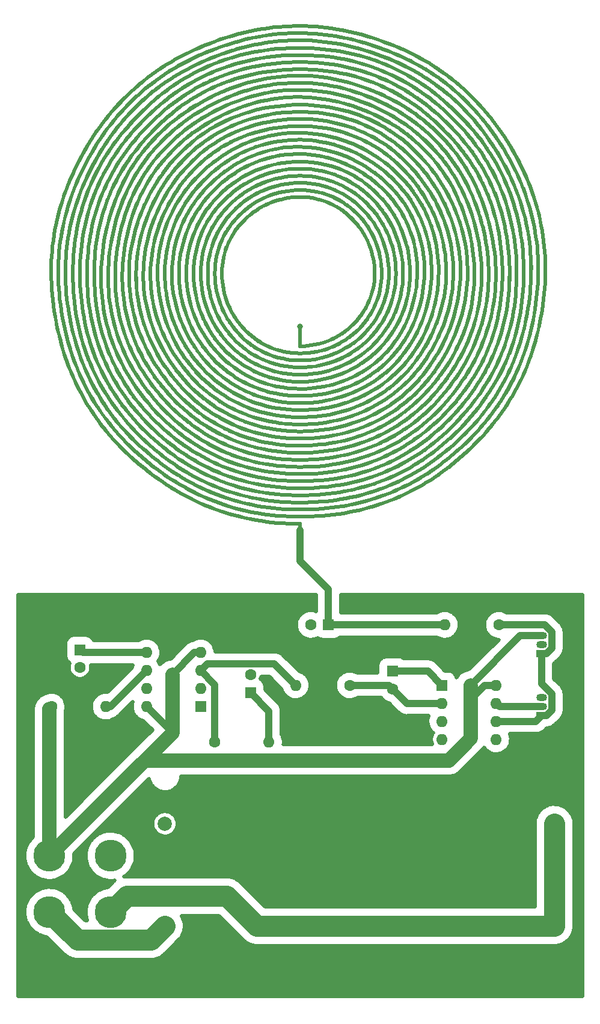
<source format=gbr>
G04 #@! TF.GenerationSoftware,KiCad,Pcbnew,(5.99.0-879-ga0698723b)*
G04 #@! TF.CreationDate,2020-02-18T09:17:36-06:00*
G04 #@! TF.ProjectId,Primary,5072696d-6172-4792-9e6b-696361645f70,rev?*
G04 #@! TF.SameCoordinates,Original*
G04 #@! TF.FileFunction,Copper,L1,Top*
G04 #@! TF.FilePolarity,Positive*
%FSLAX46Y46*%
G04 Gerber Fmt 4.6, Leading zero omitted, Abs format (unit mm)*
G04 Created by KiCad (PCBNEW (5.99.0-879-ga0698723b)) date 2020-02-18 09:17:36*
%MOMM*%
%LPD*%
G01*
G04 APERTURE LIST*
%ADD10C,4.500000*%
%ADD11C,2.000000*%
%ADD12O,1.600000X1.600000*%
%ADD13R,1.600000X1.600000*%
%ADD14C,1.600000*%
%ADD15R,1.500000X1.050000*%
%ADD16O,1.500000X1.050000*%
%ADD17C,0.800000*%
%ADD18C,3.000000*%
%ADD19C,1.000000*%
%ADD20C,2.000000*%
%ADD21C,0.500000*%
G04 APERTURE END LIST*
G04 #@! TA.AperFunction,Conductor*
G36*
X138289490Y-55418264D02*
G01*
X138290090Y-55415378D01*
X138289606Y-55412471D01*
X138313233Y-54659122D01*
X138313903Y-54656230D01*
X138313483Y-54653294D01*
X138354183Y-53903614D01*
X138354923Y-53900725D01*
X138354568Y-53897762D01*
X138412316Y-53151651D01*
X138413125Y-53148768D01*
X138412838Y-53145786D01*
X138487608Y-52403139D01*
X138488486Y-52400269D01*
X138488267Y-52397274D01*
X138580032Y-51657993D01*
X138580977Y-51655139D01*
X138580828Y-51652139D01*
X138689563Y-50916119D01*
X138690573Y-50913292D01*
X138690493Y-50910288D01*
X138816172Y-50177430D01*
X138817246Y-50174629D01*
X138817236Y-50171634D01*
X138959832Y-49441835D01*
X138960965Y-49439073D01*
X138961024Y-49436084D01*
X139120511Y-48709242D01*
X139121702Y-48706518D01*
X139121829Y-48703547D01*
X139298182Y-47979561D01*
X139299428Y-47976882D01*
X139299621Y-47973934D01*
X139492812Y-47252703D01*
X139494108Y-47250074D01*
X139494366Y-47247152D01*
X139704371Y-46528573D01*
X139705715Y-46525996D01*
X139706035Y-46523109D01*
X139932826Y-45807080D01*
X139934212Y-45804562D01*
X139934592Y-45801711D01*
X140178145Y-45088131D01*
X140179570Y-45085673D01*
X140180007Y-45082865D01*
X140440294Y-44371632D01*
X140441754Y-44369236D01*
X140442245Y-44366475D01*
X140719241Y-43657489D01*
X140720729Y-43655161D01*
X140721272Y-43652448D01*
X141014950Y-42945604D01*
X141016465Y-42943342D01*
X141017055Y-42940684D01*
X141327390Y-42235883D01*
X141328926Y-42233691D01*
X141329560Y-42231089D01*
X141656525Y-41528228D01*
X141658079Y-41526105D01*
X141658753Y-41523564D01*
X142002322Y-40822542D01*
X142003887Y-40820491D01*
X142004599Y-40818010D01*
X142364746Y-40118725D01*
X142366322Y-40116744D01*
X142367066Y-40114327D01*
X142743766Y-39416677D01*
X142745346Y-39414768D01*
X142746120Y-39412416D01*
X143139345Y-38716299D01*
X143140996Y-38714380D01*
X143141836Y-38711986D01*
X143548442Y-38023931D01*
X143550220Y-38021945D01*
X143551153Y-38019450D01*
X143968038Y-37345988D01*
X143969887Y-37344006D01*
X143970889Y-37341488D01*
X144398101Y-36682525D01*
X144400021Y-36680551D01*
X144401093Y-36678016D01*
X144838675Y-36033456D01*
X144840665Y-36031495D01*
X144841808Y-36028947D01*
X145289807Y-35398697D01*
X145291866Y-35396754D01*
X145293080Y-35394198D01*
X145751539Y-34778164D01*
X145753665Y-34776244D01*
X145754951Y-34773683D01*
X146223919Y-34171769D01*
X146226109Y-34169877D01*
X146227467Y-34167318D01*
X146706984Y-33579431D01*
X146709238Y-33577569D01*
X146710667Y-33575018D01*
X147200782Y-33001063D01*
X147203098Y-32999237D01*
X147204595Y-32996700D01*
X147705351Y-32436582D01*
X147707722Y-32434799D01*
X147709288Y-32432278D01*
X148220731Y-31885903D01*
X148223156Y-31884164D01*
X148224788Y-31881668D01*
X148746963Y-31348940D01*
X148749438Y-31347250D01*
X148751133Y-31344784D01*
X149284086Y-30825611D01*
X149286604Y-30823976D01*
X149288361Y-30821542D01*
X149832136Y-30315829D01*
X149834693Y-30314252D01*
X149836508Y-30311856D01*
X150391151Y-29819508D01*
X150393744Y-29817990D01*
X150395612Y-29815640D01*
X150961168Y-29336561D01*
X150963790Y-29335106D01*
X150965709Y-29332804D01*
X151542222Y-28866901D01*
X151544868Y-28865512D01*
X151546832Y-28863263D01*
X152134349Y-28410442D01*
X152137014Y-28409121D01*
X152139019Y-28406928D01*
X152737584Y-27967094D01*
X152740261Y-27965842D01*
X152742303Y-27963709D01*
X153351961Y-27536767D01*
X153354643Y-27535586D01*
X153356719Y-27533514D01*
X153977517Y-27119371D01*
X153980200Y-27118262D01*
X153982302Y-27116255D01*
X154614284Y-26714815D01*
X154616964Y-26713777D01*
X154619087Y-26711838D01*
X155262296Y-26323007D01*
X155264969Y-26322039D01*
X155267108Y-26320170D01*
X155921591Y-25943853D01*
X155924249Y-25942956D01*
X155926400Y-25941157D01*
X156592202Y-25577261D01*
X156594838Y-25576434D01*
X156596998Y-25574705D01*
X157274166Y-25223134D01*
X157276781Y-25222375D01*
X157278940Y-25220719D01*
X157967516Y-24881379D01*
X157970103Y-24880687D01*
X157972260Y-24879102D01*
X158672292Y-24551898D01*
X158674845Y-24551271D01*
X158676996Y-24549757D01*
X159388527Y-24234596D01*
X159391044Y-24234032D01*
X159393184Y-24232588D01*
X160116261Y-23929374D01*
X160118740Y-23928870D01*
X160120863Y-23927497D01*
X160855529Y-23636136D01*
X160857964Y-23635690D01*
X160860071Y-23634384D01*
X161606373Y-23354781D01*
X161608872Y-23354372D01*
X161611053Y-23353079D01*
X162362406Y-23088206D01*
X162365046Y-23087827D01*
X162367364Y-23086516D01*
X163117216Y-22839375D01*
X163119906Y-22839045D01*
X163122293Y-22837760D01*
X163870740Y-22608308D01*
X163873479Y-22608030D01*
X163875930Y-22606777D01*
X164623066Y-22394971D01*
X164625850Y-22394748D01*
X164628365Y-22393530D01*
X165374286Y-22199327D01*
X165377113Y-22199162D01*
X165379687Y-22197984D01*
X166124487Y-22021341D01*
X166127350Y-22021236D01*
X166129981Y-22020102D01*
X166873757Y-21860974D01*
X166876653Y-21860932D01*
X166879338Y-21859845D01*
X167622183Y-21718189D01*
X167625107Y-21718212D01*
X167627841Y-21717176D01*
X168369851Y-21592950D01*
X168372797Y-21593040D01*
X168375577Y-21592058D01*
X169116847Y-21485218D01*
X169119810Y-21485376D01*
X169122630Y-21484452D01*
X169863254Y-21394954D01*
X169866228Y-21395181D01*
X169869085Y-21394317D01*
X170609159Y-21322119D01*
X170612139Y-21322415D01*
X170615025Y-21321615D01*
X171354644Y-21266672D01*
X171357624Y-21267038D01*
X171360534Y-21266303D01*
X172099794Y-21228572D01*
X172102770Y-21229008D01*
X172105698Y-21228340D01*
X172844692Y-21207779D01*
X172847653Y-21208283D01*
X172850596Y-21207683D01*
X173589419Y-21204247D01*
X173592360Y-21204818D01*
X173595312Y-21204287D01*
X174334059Y-21217934D01*
X174336980Y-21218571D01*
X174339930Y-21218111D01*
X175078698Y-21248797D01*
X175081586Y-21249497D01*
X175084535Y-21249106D01*
X175823419Y-21296787D01*
X175826273Y-21297549D01*
X175829209Y-21297227D01*
X176568304Y-21361860D01*
X176571119Y-21362680D01*
X176574039Y-21362427D01*
X177313438Y-21443970D01*
X177316209Y-21444846D01*
X177319108Y-21444660D01*
X178058906Y-21543068D01*
X178061627Y-21543996D01*
X178064500Y-21543875D01*
X178804794Y-21659105D01*
X178807461Y-21660081D01*
X178810302Y-21660024D01*
X179551188Y-21792033D01*
X179553801Y-21793054D01*
X179556604Y-21793059D01*
X180298173Y-21941804D01*
X180300724Y-21942866D01*
X180303489Y-21942929D01*
X181045839Y-22108365D01*
X181048330Y-22109465D01*
X181051049Y-22109584D01*
X181794274Y-22291670D01*
X181796698Y-22292801D01*
X181799371Y-22292974D01*
X182543566Y-22491665D01*
X182545926Y-22492826D01*
X182548545Y-22493049D01*
X183293805Y-22708302D01*
X183296095Y-22709487D01*
X183298662Y-22709757D01*
X184045083Y-22941528D01*
X184047307Y-22942736D01*
X184049816Y-22943049D01*
X184797492Y-23191296D01*
X184799643Y-23192519D01*
X184802096Y-23192873D01*
X185551123Y-23457553D01*
X185553302Y-23458847D01*
X185555802Y-23459258D01*
X186299248Y-23738420D01*
X186301513Y-23739826D01*
X186304133Y-23740312D01*
X187035069Y-24032055D01*
X187037341Y-24033531D01*
X187039996Y-24034081D01*
X187758524Y-24338431D01*
X187760802Y-24339979D01*
X187763485Y-24340595D01*
X188469704Y-24657582D01*
X188471982Y-24659202D01*
X188474689Y-24659885D01*
X189168701Y-24989536D01*
X189170971Y-24991226D01*
X189173701Y-24991978D01*
X189855605Y-25334319D01*
X189857866Y-25336080D01*
X189860611Y-25336902D01*
X190530508Y-25691963D01*
X190532754Y-25693793D01*
X190535509Y-25694686D01*
X191193499Y-26062494D01*
X191195723Y-26064391D01*
X191198485Y-26065355D01*
X191844669Y-26445937D01*
X191846869Y-26447900D01*
X191849629Y-26448935D01*
X192484108Y-26842319D01*
X192486276Y-26844344D01*
X192489030Y-26845449D01*
X193111904Y-27251664D01*
X193114037Y-27253750D01*
X193116779Y-27254924D01*
X193728148Y-27673995D01*
X193730241Y-27676138D01*
X193732966Y-27677380D01*
X194332930Y-28109336D01*
X194334977Y-28111532D01*
X194337680Y-28112840D01*
X194926340Y-28557708D01*
X194928339Y-28559954D01*
X194931012Y-28561325D01*
X195508468Y-29019135D01*
X195510413Y-29021425D01*
X195513052Y-29022857D01*
X196079405Y-29493634D01*
X196081292Y-29495963D01*
X196083893Y-29497453D01*
X196639244Y-29981227D01*
X196641071Y-29983592D01*
X196643628Y-29985136D01*
X197188076Y-30481931D01*
X197189839Y-30484325D01*
X197192348Y-30485920D01*
X197725995Y-30995768D01*
X197727693Y-30998187D01*
X197730148Y-30999828D01*
X198253093Y-31522755D01*
X198254721Y-31525191D01*
X198257122Y-31526875D01*
X198769466Y-32062909D01*
X198771025Y-32065360D01*
X198773365Y-32067081D01*
X199275209Y-32616248D01*
X199276697Y-32618708D01*
X199278975Y-32620462D01*
X199770418Y-33182791D01*
X199771834Y-33185253D01*
X199774047Y-33187036D01*
X200255191Y-33762555D01*
X200256535Y-33765015D01*
X200258680Y-33766821D01*
X200729625Y-34355556D01*
X200730898Y-34358011D01*
X200732974Y-34359836D01*
X201193820Y-34961817D01*
X201195021Y-34964258D01*
X201197027Y-34966098D01*
X201647874Y-35581350D01*
X201649005Y-35583777D01*
X201650939Y-35585625D01*
X202091889Y-36214180D01*
X202092950Y-36216585D01*
X202094813Y-36218439D01*
X202525965Y-36860319D01*
X202526959Y-36862702D01*
X202528750Y-36864557D01*
X202950205Y-37519793D01*
X202951132Y-37522145D01*
X202952853Y-37523999D01*
X203364711Y-38192618D01*
X203365574Y-38194941D01*
X203367224Y-38196787D01*
X203769586Y-38878816D01*
X203770423Y-38881209D01*
X203772075Y-38883131D01*
X204160894Y-39572643D01*
X204161725Y-39575175D01*
X204163421Y-39577233D01*
X204534626Y-40268338D01*
X204535418Y-40270930D01*
X204537098Y-40273058D01*
X204890748Y-40965839D01*
X204891497Y-40968488D01*
X204893158Y-40970686D01*
X205229311Y-41665230D01*
X205230014Y-41667935D01*
X205231650Y-41670199D01*
X205550366Y-42366590D01*
X205551019Y-42369345D01*
X205552627Y-42371676D01*
X205853965Y-43070001D01*
X205854565Y-43072803D01*
X205856140Y-43075198D01*
X206140158Y-43775542D01*
X206140702Y-43778388D01*
X206142239Y-43780843D01*
X206408997Y-44483292D01*
X206409482Y-44486176D01*
X206410977Y-44488689D01*
X206660535Y-45193327D01*
X206660958Y-45196244D01*
X206662408Y-45198812D01*
X206894823Y-45905726D01*
X206895182Y-45908675D01*
X206896581Y-45911290D01*
X207111913Y-46620564D01*
X207112206Y-46623532D01*
X207113553Y-46626196D01*
X207311862Y-47337916D01*
X207312088Y-47340904D01*
X207313376Y-47343606D01*
X207494720Y-48057858D01*
X207494877Y-48060854D01*
X207496107Y-48063595D01*
X207660546Y-48780464D01*
X207660634Y-48783469D01*
X207661800Y-48786238D01*
X207809392Y-49505810D01*
X207809410Y-49508814D01*
X207810511Y-49511607D01*
X207941316Y-50233968D01*
X207941264Y-50236965D01*
X207942299Y-50239779D01*
X208056375Y-50965012D01*
X208056255Y-50967995D01*
X208057221Y-50970823D01*
X208154628Y-51699015D01*
X208154440Y-51701984D01*
X208155336Y-51704817D01*
X208236134Y-52436053D01*
X208235879Y-52438997D01*
X208236706Y-52441833D01*
X208300952Y-53176199D01*
X208300633Y-53179114D01*
X208301389Y-53181946D01*
X208349143Y-53919527D01*
X208348762Y-53922404D01*
X208349449Y-53925229D01*
X208380771Y-54666111D01*
X208380330Y-54668952D01*
X208380947Y-54671760D01*
X208395894Y-55416029D01*
X208395396Y-55418826D01*
X208395945Y-55421613D01*
X208394579Y-56169353D01*
X208394027Y-56172103D01*
X208394509Y-56174864D01*
X208376886Y-56926161D01*
X208376283Y-56928858D01*
X208376701Y-56931591D01*
X208342882Y-57686531D01*
X208342232Y-57689175D01*
X208342586Y-57691872D01*
X208292630Y-58450539D01*
X208291936Y-58453125D01*
X208292230Y-58455784D01*
X208226196Y-59218265D01*
X208225463Y-59220790D01*
X208225698Y-59223408D01*
X208143644Y-59989789D01*
X208142875Y-59992249D01*
X208143055Y-59994824D01*
X208045042Y-60765188D01*
X208044239Y-60767588D01*
X208044366Y-60770112D01*
X207930451Y-61544546D01*
X207929620Y-61546878D01*
X207929697Y-61549353D01*
X207799941Y-62327942D01*
X207799045Y-62330311D01*
X207799075Y-62332847D01*
X207654184Y-63108473D01*
X207653192Y-63110950D01*
X207653168Y-63113613D01*
X207493806Y-63879166D01*
X207492747Y-63881660D01*
X207492666Y-63884372D01*
X207318823Y-64639956D01*
X207317693Y-64642469D01*
X207317553Y-64645218D01*
X207129219Y-65390938D01*
X207128020Y-65393461D01*
X207127817Y-65396248D01*
X206924982Y-66132206D01*
X206923712Y-66134736D01*
X206923445Y-66137555D01*
X206706101Y-66863852D01*
X206704760Y-66866383D01*
X206704427Y-66869232D01*
X206472563Y-67585973D01*
X206471150Y-67588504D01*
X206470749Y-67591371D01*
X206224357Y-68298659D01*
X206222875Y-68301179D01*
X206222405Y-68304066D01*
X205961475Y-69002006D01*
X205959924Y-69004513D01*
X205959384Y-69007411D01*
X205683906Y-69696103D01*
X205682287Y-69698591D01*
X205681677Y-69701496D01*
X205391642Y-70381044D01*
X205389957Y-70383508D01*
X205389277Y-70386413D01*
X205084675Y-71056921D01*
X205082928Y-71059353D01*
X205082178Y-71062254D01*
X204763000Y-71723825D01*
X204761193Y-71726222D01*
X204760374Y-71729111D01*
X204426610Y-72381849D01*
X204424745Y-72384207D01*
X204423859Y-72387078D01*
X204075499Y-73031086D01*
X204073583Y-73033397D01*
X204072630Y-73036247D01*
X203709666Y-73671627D01*
X203707700Y-73673889D01*
X203706684Y-73676710D01*
X203329106Y-74303566D01*
X203327095Y-74305775D01*
X203326018Y-74308562D01*
X202933815Y-74926996D01*
X202931762Y-74929149D01*
X202930628Y-74931895D01*
X202523793Y-75542012D01*
X202521708Y-75544101D01*
X202520517Y-75546807D01*
X202099038Y-76148709D01*
X202096920Y-76150737D01*
X202095679Y-76153392D01*
X201659548Y-76747182D01*
X201657405Y-76749143D01*
X201656116Y-76751747D01*
X201205323Y-77337529D01*
X201203160Y-77339421D01*
X201201828Y-77341968D01*
X200736364Y-77919846D01*
X200734184Y-77921669D01*
X200732813Y-77924157D01*
X200252669Y-78494231D01*
X200250477Y-78495984D01*
X200249072Y-78498408D01*
X199754238Y-79060782D01*
X199752042Y-79062461D01*
X199750606Y-79064822D01*
X199241071Y-79619603D01*
X199238875Y-79621209D01*
X199237412Y-79623504D01*
X198713167Y-80170793D01*
X198710976Y-80172326D01*
X198709490Y-80174554D01*
X198170525Y-80714453D01*
X198168340Y-80715916D01*
X198166838Y-80718072D01*
X197613146Y-81250685D01*
X197610975Y-81252076D01*
X197609458Y-81254163D01*
X197041028Y-81779594D01*
X197038873Y-81780915D01*
X197037347Y-81782931D01*
X196454170Y-82301281D01*
X196452034Y-82302534D01*
X196450502Y-82304479D01*
X195852568Y-82815853D01*
X195850359Y-82817092D01*
X195848752Y-82819053D01*
X195241161Y-83318466D01*
X195238810Y-83319725D01*
X195237078Y-83321752D01*
X194624891Y-83804201D01*
X194622475Y-83805431D01*
X194620671Y-83807456D01*
X194003812Y-84273013D01*
X194001333Y-84274211D01*
X193999456Y-84276229D01*
X193377854Y-84724966D01*
X193375311Y-84726129D01*
X193373365Y-84728133D01*
X192746946Y-85160124D01*
X192744346Y-85161246D01*
X192742329Y-85163234D01*
X192111018Y-85578552D01*
X192108361Y-85579630D01*
X192106277Y-85581596D01*
X191470001Y-85980313D01*
X191467294Y-85981343D01*
X191465142Y-85983283D01*
X190823830Y-86365472D01*
X190821075Y-86366450D01*
X190818858Y-86368360D01*
X190172435Y-86734092D01*
X190169635Y-86735015D01*
X190167358Y-86736889D01*
X189515753Y-87086241D01*
X189512912Y-87087107D01*
X189510578Y-87088939D01*
X188853713Y-87421981D01*
X188850839Y-87422785D01*
X188848451Y-87424573D01*
X188186257Y-87741378D01*
X188183355Y-87742119D01*
X188180916Y-87743858D01*
X187513317Y-88044499D01*
X187510391Y-88045174D01*
X187507907Y-88046860D01*
X186834831Y-88331410D01*
X186831891Y-88332017D01*
X186829364Y-88333648D01*
X186150736Y-88602180D01*
X186147782Y-88602719D01*
X186145221Y-88604289D01*
X185460970Y-88856876D01*
X185458007Y-88857346D01*
X185455418Y-88858852D01*
X184765470Y-89095567D01*
X184762510Y-89095967D01*
X184759893Y-89097409D01*
X184064175Y-89318323D01*
X184061221Y-89318653D01*
X184058585Y-89320028D01*
X183357022Y-89525216D01*
X183354080Y-89525476D01*
X183351430Y-89526783D01*
X182643951Y-89716317D01*
X182641026Y-89716509D01*
X182638369Y-89717745D01*
X181924897Y-89891697D01*
X181921995Y-89891821D01*
X181919335Y-89892987D01*
X181199800Y-90051431D01*
X181196927Y-90051490D01*
X181194269Y-90052585D01*
X180468598Y-90195594D01*
X180465756Y-90195589D01*
X180463108Y-90196613D01*
X179731226Y-90324260D01*
X179728423Y-90324194D01*
X179725787Y-90325148D01*
X178987622Y-90437504D01*
X178984861Y-90437379D01*
X178982243Y-90438264D01*
X178237720Y-90535403D01*
X178235005Y-90535222D01*
X178232410Y-90536039D01*
X177481456Y-90618033D01*
X177478791Y-90617799D01*
X177476223Y-90618550D01*
X176718765Y-90685473D01*
X176716151Y-90685189D01*
X176713615Y-90685875D01*
X175949581Y-90737800D01*
X175947025Y-90737470D01*
X175944521Y-90738094D01*
X175173836Y-90775093D01*
X175171336Y-90774719D01*
X175168871Y-90775283D01*
X174391462Y-90797429D01*
X174389022Y-90797015D01*
X174386599Y-90797521D01*
X173602393Y-90804887D01*
X173599904Y-90804416D01*
X173597414Y-90804885D01*
X172813500Y-90796931D01*
X172810890Y-90796384D01*
X172808259Y-90796824D01*
X172031706Y-90772969D01*
X172029062Y-90772358D01*
X172026380Y-90772749D01*
X171257082Y-90733001D01*
X171254414Y-90732325D01*
X171251678Y-90732665D01*
X170489535Y-90677034D01*
X170486841Y-90676291D01*
X170484061Y-90676575D01*
X169728970Y-90605069D01*
X169726255Y-90604257D01*
X169723434Y-90604483D01*
X168975292Y-90517111D01*
X168972566Y-90516230D01*
X168969703Y-90516396D01*
X168228408Y-90413166D01*
X168225670Y-90412214D01*
X168222776Y-90412317D01*
X167488226Y-90293238D01*
X167485486Y-90292216D01*
X167482561Y-90292254D01*
X166754651Y-90157336D01*
X166751913Y-90156243D01*
X166748964Y-90156215D01*
X166027593Y-90005465D01*
X166024862Y-90004303D01*
X166021895Y-90004206D01*
X165306959Y-89837634D01*
X165304240Y-89836403D01*
X165301261Y-89836237D01*
X164592659Y-89653851D01*
X164589961Y-89652554D01*
X164586973Y-89652318D01*
X163884601Y-89454127D01*
X163881925Y-89452763D01*
X163878939Y-89452458D01*
X163182695Y-89238471D01*
X163180050Y-89237045D01*
X163177069Y-89236670D01*
X162486849Y-89006896D01*
X162484239Y-89005409D01*
X162481268Y-89004966D01*
X161796971Y-88759413D01*
X161794402Y-88757870D01*
X161791447Y-88757359D01*
X161112970Y-88496036D01*
X161110447Y-88494440D01*
X161107514Y-88493863D01*
X160434754Y-88216779D01*
X160432278Y-88215132D01*
X160429376Y-88214491D01*
X159762230Y-87921655D01*
X159759810Y-87919964D01*
X159756939Y-87919261D01*
X159095304Y-87610681D01*
X159092939Y-87608947D01*
X159090110Y-87608186D01*
X158433885Y-87283871D01*
X158431584Y-87282102D01*
X158428795Y-87281285D01*
X157777875Y-86941243D01*
X157775637Y-86939442D01*
X157772896Y-86938572D01*
X157127180Y-86582814D01*
X157125007Y-86580984D01*
X157122319Y-86580066D01*
X156481703Y-86208599D01*
X156479600Y-86206748D01*
X156476966Y-86205784D01*
X155841349Y-85818618D01*
X155839314Y-85816747D01*
X155836741Y-85815743D01*
X155206019Y-85412886D01*
X155204055Y-85411002D01*
X155201543Y-85409960D01*
X154575612Y-84991421D01*
X154573721Y-84989528D01*
X154571271Y-84988453D01*
X153950032Y-84554240D01*
X153948212Y-84552342D01*
X153945829Y-84551238D01*
X153329176Y-84101360D01*
X153327429Y-84099463D01*
X153325111Y-84098332D01*
X152712945Y-83632800D01*
X152711269Y-83630906D01*
X152709020Y-83629754D01*
X152101233Y-83148573D01*
X152099628Y-83146686D01*
X152097449Y-83145517D01*
X151493942Y-82648698D01*
X151492337Y-82646736D01*
X151490128Y-82645495D01*
X150896660Y-82137166D01*
X150895012Y-82135069D01*
X150892714Y-82133715D01*
X150315055Y-81617959D01*
X150313423Y-81615792D01*
X150311116Y-81614367D01*
X149749183Y-81091125D01*
X149747572Y-81088891D01*
X149745259Y-81087393D01*
X149198967Y-80556607D01*
X149197381Y-80554305D01*
X149195068Y-80552736D01*
X148664334Y-80014345D01*
X148662777Y-80011978D01*
X148660469Y-80010337D01*
X148145206Y-79464283D01*
X148143683Y-79461853D01*
X148141385Y-79460142D01*
X147641513Y-78906367D01*
X147640029Y-78903879D01*
X147637743Y-78902096D01*
X147153175Y-78340541D01*
X147151733Y-78337997D01*
X147149468Y-78336146D01*
X146680121Y-77766750D01*
X146678725Y-77764152D01*
X146676485Y-77762235D01*
X146222274Y-77184939D01*
X146220928Y-77182292D01*
X146218718Y-77180311D01*
X145779560Y-76595057D01*
X145778270Y-76592368D01*
X145776093Y-76590325D01*
X145351903Y-75997054D01*
X145350669Y-75994323D01*
X145348534Y-75992224D01*
X144939227Y-75390877D01*
X144938054Y-75388112D01*
X144935963Y-75385959D01*
X144541457Y-74776477D01*
X144540348Y-74773684D01*
X144538304Y-74771480D01*
X144158513Y-74153804D01*
X144157469Y-74150986D01*
X144155478Y-74148737D01*
X143790320Y-73522807D01*
X143789343Y-73519972D01*
X143787410Y-73517683D01*
X143436798Y-72883441D01*
X143435891Y-72880595D01*
X143434016Y-72878269D01*
X143097868Y-72235656D01*
X143097030Y-72232803D01*
X143095219Y-72230447D01*
X142773450Y-71579401D01*
X142772684Y-71576551D01*
X142770936Y-71574167D01*
X142463462Y-70914634D01*
X142462765Y-70911785D01*
X142461087Y-70909384D01*
X142167824Y-70241302D01*
X142167198Y-70238466D01*
X142165588Y-70236049D01*
X141886452Y-69559360D01*
X141885896Y-69556542D01*
X141884355Y-69554114D01*
X141619261Y-68868757D01*
X141618773Y-68865960D01*
X141617304Y-68863529D01*
X141366169Y-68169447D01*
X141365747Y-68166673D01*
X141364351Y-68164245D01*
X141127090Y-67461380D01*
X141126734Y-67458641D01*
X141125407Y-67456215D01*
X140901937Y-66744506D01*
X140901644Y-66741802D01*
X140900388Y-66739387D01*
X140690623Y-66018774D01*
X140690391Y-66016108D01*
X140689206Y-66013711D01*
X140493062Y-65284137D01*
X140492888Y-65281515D01*
X140491771Y-65279135D01*
X140309166Y-64540540D01*
X140309047Y-64537964D01*
X140307999Y-64535609D01*
X140138847Y-63787934D01*
X140138781Y-63785408D01*
X140137798Y-63783079D01*
X139982015Y-63026265D01*
X139981999Y-63023790D01*
X139981080Y-63021492D01*
X139838582Y-62255480D01*
X139838613Y-62252946D01*
X139837719Y-62250575D01*
X139710261Y-61482208D01*
X139710346Y-61479542D01*
X139709456Y-61477027D01*
X139598830Y-60713118D01*
X139598973Y-60710407D01*
X139598122Y-60707834D01*
X139504301Y-59948286D01*
X139504503Y-59945539D01*
X139503694Y-59942905D01*
X139426651Y-59187617D01*
X139426915Y-59184834D01*
X139426152Y-59182144D01*
X139365862Y-58431019D01*
X139366191Y-58428206D01*
X139365477Y-58425464D01*
X139321912Y-57678401D01*
X139322307Y-57675562D01*
X139321646Y-57672772D01*
X139294780Y-56929673D01*
X139295242Y-56926812D01*
X139294638Y-56923978D01*
X139284444Y-56184745D01*
X139284975Y-56181867D01*
X139284430Y-56178994D01*
X139290882Y-55443526D01*
X139291483Y-55440638D01*
X139290999Y-55437730D01*
X139314071Y-54705928D01*
X139314741Y-54703038D01*
X139314321Y-54700098D01*
X139353985Y-53971866D01*
X139354726Y-53968973D01*
X139354372Y-53966011D01*
X139410602Y-53241247D01*
X139411412Y-53238364D01*
X139411125Y-53235381D01*
X139483895Y-52513987D01*
X139484773Y-52511117D01*
X139484555Y-52508121D01*
X139573837Y-51789997D01*
X139574783Y-51787144D01*
X139574634Y-51784143D01*
X139680403Y-51069192D01*
X139681414Y-51066363D01*
X139681335Y-51063360D01*
X139803564Y-50351482D01*
X139804639Y-50348682D01*
X139804629Y-50345685D01*
X139943291Y-49636781D01*
X139944425Y-49634019D01*
X139944484Y-49631031D01*
X140099553Y-48925001D01*
X140100745Y-48922278D01*
X140100872Y-48919308D01*
X140272321Y-48216053D01*
X140273568Y-48213374D01*
X140273761Y-48210427D01*
X140461565Y-47509850D01*
X140462861Y-47507223D01*
X140463119Y-47504302D01*
X140667248Y-46806303D01*
X140668592Y-46803728D01*
X140668912Y-46800841D01*
X140889342Y-46105319D01*
X140890729Y-46102800D01*
X140891109Y-46099954D01*
X141127813Y-45406813D01*
X141129236Y-45404358D01*
X141129674Y-45401550D01*
X141382626Y-44710688D01*
X141384085Y-44708295D01*
X141384576Y-44705535D01*
X141653748Y-44016857D01*
X141655237Y-44014529D01*
X141655779Y-44011820D01*
X141941144Y-43325225D01*
X141942658Y-43322965D01*
X141943248Y-43320309D01*
X142244781Y-42635696D01*
X142246316Y-42633505D01*
X142246950Y-42630906D01*
X142564625Y-41948179D01*
X142566177Y-41946059D01*
X142566851Y-41943518D01*
X142900640Y-41262576D01*
X142902204Y-41260527D01*
X142902915Y-41258049D01*
X143252792Y-40578794D01*
X143254365Y-40576817D01*
X143255109Y-40574401D01*
X143621048Y-39896733D01*
X143622625Y-39894828D01*
X143623399Y-39892476D01*
X144005372Y-39216296D01*
X144007025Y-39214375D01*
X144007864Y-39211984D01*
X144402830Y-38543643D01*
X144404610Y-38541655D01*
X144405544Y-38539157D01*
X144810505Y-37885005D01*
X144812356Y-37883021D01*
X144813359Y-37880501D01*
X145228359Y-37240447D01*
X145230281Y-37238471D01*
X145231354Y-37235934D01*
X145656437Y-36609884D01*
X145658428Y-36607923D01*
X145659572Y-36605372D01*
X146094780Y-35993234D01*
X146096841Y-35991289D01*
X146098056Y-35988732D01*
X146543432Y-35390413D01*
X146545562Y-35388490D01*
X146546848Y-35385930D01*
X147002436Y-34801338D01*
X147004629Y-34799443D01*
X147005988Y-34796884D01*
X147471830Y-34225927D01*
X147474086Y-34224065D01*
X147475515Y-34221513D01*
X147951654Y-33664097D01*
X147953971Y-33662270D01*
X147955470Y-33659732D01*
X148441950Y-33115763D01*
X148444323Y-33113978D01*
X148445890Y-33111458D01*
X148942754Y-32580846D01*
X148945179Y-32579108D01*
X148946813Y-32576610D01*
X149454103Y-32059261D01*
X149456578Y-32057572D01*
X149458275Y-32055104D01*
X149976035Y-31550926D01*
X149978554Y-31549291D01*
X149980312Y-31546857D01*
X150508584Y-31055755D01*
X150511143Y-31054177D01*
X150512958Y-31051783D01*
X151051787Y-30573667D01*
X151054379Y-30572150D01*
X151056249Y-30569799D01*
X151605676Y-30104574D01*
X151608297Y-30103121D01*
X151610217Y-30100818D01*
X152170287Y-29648394D01*
X152172932Y-29647006D01*
X152174897Y-29644757D01*
X152745651Y-29205038D01*
X152748315Y-29203718D01*
X152750322Y-29201524D01*
X153331805Y-28774420D01*
X153334479Y-28773170D01*
X153336523Y-28771036D01*
X153928777Y-28356453D01*
X153931461Y-28355273D01*
X153933534Y-28353203D01*
X154536602Y-27951048D01*
X154539284Y-27949940D01*
X154541386Y-27947934D01*
X155155312Y-27558115D01*
X155157992Y-27557078D01*
X155160114Y-27555140D01*
X155784940Y-27177564D01*
X155787610Y-27176598D01*
X155789749Y-27174729D01*
X156425517Y-26809303D01*
X156428174Y-26808407D01*
X156430324Y-26806609D01*
X157077080Y-26453240D01*
X157079716Y-26452414D01*
X157081873Y-26450687D01*
X157739658Y-26109285D01*
X157742269Y-26108527D01*
X157744428Y-26106872D01*
X158413285Y-25777340D01*
X158415869Y-25776649D01*
X158418025Y-25775065D01*
X159097998Y-25457313D01*
X159100549Y-25456687D01*
X159102698Y-25455174D01*
X159793830Y-25149108D01*
X159796347Y-25148544D01*
X159798483Y-25147103D01*
X160500817Y-24852631D01*
X160503292Y-24852128D01*
X160505415Y-24850755D01*
X161218993Y-24567784D01*
X161221427Y-24567338D01*
X161223530Y-24566035D01*
X161948396Y-24294472D01*
X161950899Y-24294063D01*
X161953077Y-24292771D01*
X162682842Y-24035517D01*
X162685481Y-24035138D01*
X162687805Y-24033824D01*
X163416109Y-23793811D01*
X163418802Y-23793481D01*
X163421191Y-23792195D01*
X164148129Y-23569380D01*
X164150871Y-23569102D01*
X164153324Y-23567848D01*
X164878987Y-23362187D01*
X164881773Y-23361964D01*
X164884291Y-23360745D01*
X165608771Y-23172195D01*
X165611601Y-23172030D01*
X165614176Y-23170852D01*
X166337566Y-22999370D01*
X166340430Y-22999266D01*
X166343065Y-22998130D01*
X167065458Y-22843672D01*
X167068356Y-22843631D01*
X167071043Y-22842543D01*
X167792529Y-22705067D01*
X167795453Y-22705091D01*
X167798190Y-22704054D01*
X168518863Y-22583514D01*
X168521812Y-22583604D01*
X168524592Y-22582623D01*
X169244545Y-22478978D01*
X169247511Y-22479136D01*
X169250331Y-22478213D01*
X169969654Y-22391419D01*
X169972629Y-22391646D01*
X169975487Y-22390783D01*
X170694274Y-22320797D01*
X170697255Y-22321094D01*
X170700142Y-22320294D01*
X171418485Y-22267071D01*
X171421465Y-22267438D01*
X171424377Y-22266703D01*
X172142367Y-22230202D01*
X172145340Y-22230638D01*
X172148271Y-22229970D01*
X172866004Y-22210146D01*
X172868966Y-22210651D01*
X172871908Y-22210052D01*
X173589472Y-22206862D01*
X173592412Y-22207433D01*
X173595365Y-22206903D01*
X174312851Y-22220304D01*
X174315771Y-22220942D01*
X174318721Y-22220482D01*
X175036228Y-22250430D01*
X175039115Y-22251131D01*
X175042064Y-22250740D01*
X175759679Y-22297193D01*
X175762532Y-22297955D01*
X175765468Y-22297634D01*
X176483286Y-22360547D01*
X176486100Y-22361368D01*
X176489019Y-22361115D01*
X177207130Y-22440445D01*
X177209900Y-22441321D01*
X177212797Y-22441136D01*
X177931296Y-22536840D01*
X177934014Y-22537767D01*
X177936887Y-22537647D01*
X178655863Y-22649682D01*
X178658530Y-22650658D01*
X178661369Y-22650602D01*
X179380917Y-22778925D01*
X179383528Y-22779946D01*
X179386329Y-22779951D01*
X180106540Y-22924517D01*
X180109090Y-22925578D01*
X180111853Y-22925642D01*
X180832820Y-23086409D01*
X180835308Y-23087507D01*
X180838025Y-23087627D01*
X181559839Y-23264550D01*
X181562263Y-23265681D01*
X181564931Y-23265854D01*
X182287686Y-23458892D01*
X182290044Y-23460052D01*
X182292661Y-23460275D01*
X183016448Y-23669383D01*
X183018736Y-23670567D01*
X183021300Y-23670837D01*
X183746213Y-23895974D01*
X183748432Y-23897179D01*
X183750939Y-23897492D01*
X184477068Y-24138611D01*
X184479221Y-24139835D01*
X184481667Y-24140188D01*
X185209106Y-24397246D01*
X185211286Y-24398541D01*
X185213786Y-24398952D01*
X185935794Y-24670074D01*
X185938061Y-24671481D01*
X185940685Y-24671968D01*
X186650534Y-24955321D01*
X186652809Y-24956799D01*
X186655467Y-24957350D01*
X187353251Y-25252959D01*
X187355530Y-25254508D01*
X187358217Y-25255125D01*
X188044036Y-25563016D01*
X188046314Y-25564637D01*
X188049026Y-25565321D01*
X188722979Y-25885520D01*
X188725252Y-25887212D01*
X188727983Y-25887965D01*
X189390168Y-26220499D01*
X189392430Y-26222261D01*
X189395177Y-26223084D01*
X190045693Y-26567977D01*
X190047941Y-26569810D01*
X190050697Y-26570703D01*
X190689640Y-26927983D01*
X190691865Y-26929881D01*
X190694628Y-26930846D01*
X191322097Y-27300537D01*
X191324297Y-27302501D01*
X191327059Y-27303537D01*
X191943154Y-27685666D01*
X191945323Y-27687693D01*
X191948079Y-27688799D01*
X192552896Y-28083392D01*
X192555030Y-28085480D01*
X192557773Y-28086655D01*
X193151413Y-28493737D01*
X193153507Y-28495882D01*
X193156231Y-28497124D01*
X193738790Y-28916722D01*
X193740837Y-28918918D01*
X193743540Y-28920227D01*
X194315119Y-29352367D01*
X194317118Y-29354613D01*
X194319790Y-29355985D01*
X194880484Y-29800692D01*
X194882429Y-29802983D01*
X194885069Y-29804416D01*
X195434977Y-30261715D01*
X195436864Y-30264044D01*
X195439464Y-30265535D01*
X195978687Y-30735454D01*
X195980513Y-30737818D01*
X195983071Y-30739364D01*
X196511704Y-31221929D01*
X196513466Y-31224322D01*
X196515975Y-31225918D01*
X197034118Y-31721152D01*
X197035814Y-31723571D01*
X197038270Y-31725212D01*
X197546022Y-32233144D01*
X197547649Y-32235580D01*
X197550049Y-32237264D01*
X198047508Y-32757920D01*
X198049067Y-32760372D01*
X198051405Y-32762092D01*
X198538669Y-33295495D01*
X198540156Y-33297954D01*
X198542432Y-33299707D01*
X199019599Y-33845886D01*
X199021014Y-33848347D01*
X199023225Y-33850129D01*
X199490394Y-34409109D01*
X199491737Y-34411569D01*
X199493881Y-34413374D01*
X199951150Y-34985179D01*
X199952421Y-34987632D01*
X199954495Y-34989455D01*
X200401962Y-35574113D01*
X200403161Y-35576553D01*
X200405166Y-35578391D01*
X200842931Y-36175929D01*
X200844060Y-36178352D01*
X200845993Y-36180200D01*
X201274151Y-36790642D01*
X201275211Y-36793046D01*
X201277072Y-36794898D01*
X201695725Y-37418269D01*
X201696717Y-37420648D01*
X201698507Y-37422502D01*
X202107751Y-38058829D01*
X202108677Y-38061180D01*
X202110395Y-38063030D01*
X202510329Y-38712340D01*
X202511190Y-38714658D01*
X202512839Y-38716503D01*
X202903561Y-39378819D01*
X202904398Y-39381210D01*
X202906050Y-39383133D01*
X203283617Y-40052709D01*
X203284449Y-40055245D01*
X203286146Y-40057304D01*
X203646590Y-40728426D01*
X203647383Y-40731022D01*
X203649064Y-40733151D01*
X203992444Y-41405902D01*
X203993194Y-41408554D01*
X203994856Y-41410754D01*
X204321229Y-42085218D01*
X204321933Y-42087925D01*
X204323570Y-42090192D01*
X204632996Y-42766449D01*
X204633650Y-42769208D01*
X204635258Y-42771540D01*
X204927794Y-43449676D01*
X204928394Y-43452480D01*
X204929970Y-43454877D01*
X205205676Y-44134974D01*
X205206220Y-44137820D01*
X205207758Y-44140278D01*
X205466693Y-44822419D01*
X205467178Y-44825305D01*
X205468673Y-44827819D01*
X205710894Y-45512086D01*
X205711317Y-45515005D01*
X205712767Y-45517574D01*
X205938334Y-46204049D01*
X205938693Y-46206995D01*
X205940093Y-46209615D01*
X206149064Y-46898381D01*
X206149357Y-46901353D01*
X206150702Y-46904015D01*
X206343136Y-47595157D01*
X206343361Y-47598141D01*
X206344651Y-47600848D01*
X206520606Y-48294447D01*
X206520762Y-48297446D01*
X206521991Y-48300185D01*
X206681526Y-48996323D01*
X206681613Y-48999327D01*
X206682779Y-49002097D01*
X206825953Y-49700857D01*
X206825970Y-49703862D01*
X206827071Y-49706656D01*
X206953942Y-50408122D01*
X206953890Y-50411119D01*
X206954924Y-50413933D01*
X207065551Y-51118186D01*
X207065430Y-51121169D01*
X207066396Y-51123997D01*
X207160837Y-51831122D01*
X207160648Y-51834088D01*
X207161544Y-51836922D01*
X207239858Y-52547001D01*
X207239603Y-52549943D01*
X207240429Y-52552779D01*
X207302674Y-53265893D01*
X207302355Y-53268803D01*
X207303111Y-53271637D01*
X207349347Y-53987870D01*
X207348965Y-53990751D01*
X207349650Y-53993570D01*
X207379936Y-54713006D01*
X207379494Y-54715845D01*
X207380111Y-54718652D01*
X207394503Y-55441372D01*
X207394005Y-55444167D01*
X207394553Y-55446953D01*
X207393112Y-56173040D01*
X207392560Y-56175786D01*
X207393042Y-56178548D01*
X207375826Y-56908086D01*
X207375223Y-56910782D01*
X207375640Y-56913512D01*
X207342707Y-57646583D01*
X207342057Y-57649224D01*
X207342411Y-57651919D01*
X207293820Y-58388605D01*
X207293127Y-58391188D01*
X207293420Y-58393846D01*
X207229230Y-59134231D01*
X207228497Y-59136753D01*
X207228732Y-59139369D01*
X207149001Y-59883535D01*
X207148232Y-59885993D01*
X207148412Y-59888565D01*
X207053199Y-60636595D01*
X207052397Y-60638991D01*
X207052524Y-60641514D01*
X206941887Y-61393489D01*
X206941057Y-61395818D01*
X206941134Y-61398291D01*
X206815133Y-62154297D01*
X206814236Y-62156668D01*
X206814266Y-62159202D01*
X206673571Y-62912321D01*
X206672579Y-62914798D01*
X206672555Y-62917468D01*
X206517793Y-63660797D01*
X206516732Y-63663295D01*
X206516651Y-63666008D01*
X206347815Y-64399647D01*
X206346684Y-64402163D01*
X206346543Y-64404914D01*
X206163625Y-65128964D01*
X206162424Y-65131490D01*
X206162221Y-65134279D01*
X205965212Y-65848841D01*
X205963939Y-65851375D01*
X205963672Y-65854196D01*
X205752563Y-66559370D01*
X205751221Y-66561903D01*
X205750887Y-66564753D01*
X205525671Y-67260641D01*
X205524256Y-67263174D01*
X205523855Y-67266043D01*
X205284524Y-67952745D01*
X205283041Y-67955266D01*
X205282570Y-67958155D01*
X205029115Y-68635772D01*
X205027563Y-68638280D01*
X205027022Y-68641180D01*
X204759436Y-69309813D01*
X204757816Y-69312302D01*
X204757205Y-69315208D01*
X204475479Y-69974958D01*
X204473793Y-69977423D01*
X204473112Y-69980328D01*
X204177237Y-70631295D01*
X204175489Y-70633729D01*
X204174738Y-70636628D01*
X203864708Y-71278914D01*
X203862900Y-71281311D01*
X203862080Y-71284202D01*
X203537886Y-71917905D01*
X203536021Y-71920262D01*
X203535134Y-71923134D01*
X203196768Y-72548359D01*
X203194852Y-72550670D01*
X203193898Y-72553520D01*
X202841351Y-73170365D01*
X202839383Y-73172628D01*
X202838367Y-73175448D01*
X202471631Y-73784015D01*
X202469620Y-73786224D01*
X202468542Y-73789010D01*
X202087609Y-74389398D01*
X202085559Y-74391547D01*
X202084423Y-74394296D01*
X201689286Y-74986609D01*
X201687199Y-74988699D01*
X201686009Y-74991402D01*
X201276659Y-75575738D01*
X201274541Y-75577765D01*
X201273300Y-75580419D01*
X200849728Y-76156880D01*
X200847588Y-76158837D01*
X200846298Y-76161442D01*
X200408497Y-76730128D01*
X200406333Y-76732019D01*
X200405002Y-76734565D01*
X199952964Y-77295579D01*
X199950785Y-77297400D01*
X199949415Y-77299886D01*
X199483131Y-77853326D01*
X199480941Y-77855076D01*
X199479536Y-77857500D01*
X198999000Y-78403468D01*
X198996804Y-78405147D01*
X198995369Y-78407505D01*
X198500569Y-78946101D01*
X198498376Y-78947705D01*
X198496913Y-78949999D01*
X197987844Y-79481326D01*
X197985654Y-79482858D01*
X197984170Y-79485083D01*
X197460821Y-80009241D01*
X197458637Y-80010702D01*
X197457137Y-80012856D01*
X196919504Y-80529945D01*
X196917333Y-80531335D01*
X196915819Y-80533419D01*
X196363891Y-81043540D01*
X196361738Y-81044859D01*
X196360213Y-81046874D01*
X195793982Y-81550128D01*
X195791848Y-81551379D01*
X195790319Y-81553321D01*
X195209778Y-82049810D01*
X195207569Y-82051049D01*
X195205962Y-82053010D01*
X194616052Y-82537880D01*
X194613700Y-82539140D01*
X194611965Y-82541170D01*
X194017587Y-83009551D01*
X194015168Y-83010783D01*
X194013362Y-83012809D01*
X193414445Y-83464773D01*
X193411963Y-83465972D01*
X193410085Y-83467991D01*
X192806559Y-83903610D01*
X192804015Y-83904773D01*
X192802067Y-83906779D01*
X192193861Y-84326125D01*
X192191258Y-84327248D01*
X192189239Y-84329238D01*
X191576283Y-84732382D01*
X191573623Y-84733461D01*
X191571537Y-84735428D01*
X190953759Y-85122443D01*
X190951049Y-85123473D01*
X190948895Y-85125415D01*
X190326225Y-85496372D01*
X190323467Y-85497351D01*
X190321250Y-85499260D01*
X189693616Y-85854232D01*
X189690814Y-85855156D01*
X189688535Y-85857030D01*
X189055868Y-86196087D01*
X189053026Y-86196953D01*
X189050691Y-86198785D01*
X188412919Y-86522001D01*
X188410045Y-86522805D01*
X188407655Y-86524593D01*
X187764706Y-86832039D01*
X187761804Y-86832779D01*
X187759363Y-86834519D01*
X187111169Y-87126267D01*
X187108243Y-87126942D01*
X187105757Y-87128628D01*
X186452246Y-87404749D01*
X186449302Y-87405356D01*
X186446777Y-87406985D01*
X185787879Y-87667552D01*
X185784924Y-87668090D01*
X185782363Y-87669660D01*
X185118005Y-87914744D01*
X185115045Y-87915213D01*
X185112453Y-87916720D01*
X184442567Y-88146394D01*
X184439606Y-88146793D01*
X184436991Y-88148234D01*
X183761505Y-88362570D01*
X183758552Y-88362899D01*
X183755915Y-88364274D01*
X183074759Y-88563342D01*
X183071818Y-88563601D01*
X183069169Y-88564907D01*
X182382270Y-88748781D01*
X182379345Y-88748972D01*
X182376689Y-88750207D01*
X181683978Y-88918957D01*
X181681078Y-88919081D01*
X181678418Y-88920246D01*
X180979825Y-89073945D01*
X180976953Y-89074003D01*
X180974297Y-89075097D01*
X180269749Y-89213818D01*
X180266912Y-89213812D01*
X180264262Y-89214837D01*
X179553691Y-89338649D01*
X179550889Y-89338582D01*
X179548256Y-89339535D01*
X178831590Y-89448513D01*
X178828832Y-89448388D01*
X178826215Y-89449272D01*
X178103383Y-89543486D01*
X178100670Y-89543305D01*
X178098077Y-89544121D01*
X177369008Y-89623643D01*
X177366345Y-89623409D01*
X177363778Y-89624159D01*
X176628402Y-89689061D01*
X176625793Y-89688777D01*
X176623257Y-89689463D01*
X175881502Y-89739818D01*
X175878945Y-89739487D01*
X175876447Y-89740110D01*
X175128244Y-89775988D01*
X175125747Y-89775615D01*
X175123284Y-89776178D01*
X174368562Y-89797652D01*
X174366125Y-89797239D01*
X174363704Y-89797744D01*
X173602390Y-89804887D01*
X173599901Y-89804416D01*
X173597411Y-89804885D01*
X172836389Y-89797154D01*
X172833777Y-89796607D01*
X172831143Y-89797047D01*
X172077275Y-89773864D01*
X172074630Y-89773253D01*
X172071944Y-89773644D01*
X171325128Y-89735017D01*
X171322453Y-89734340D01*
X171319718Y-89734679D01*
X170579856Y-89680618D01*
X170577159Y-89679874D01*
X170574376Y-89680158D01*
X169841367Y-89610673D01*
X169838653Y-89609860D01*
X169835826Y-89610087D01*
X169109568Y-89525187D01*
X169106838Y-89524304D01*
X169103975Y-89524470D01*
X168384371Y-89424165D01*
X168381632Y-89423212D01*
X168378735Y-89423315D01*
X167665684Y-89307615D01*
X167662943Y-89306592D01*
X167660016Y-89306630D01*
X166953417Y-89175545D01*
X166950676Y-89174451D01*
X166947726Y-89174422D01*
X166247480Y-89027960D01*
X166244747Y-89026796D01*
X166241780Y-89026699D01*
X165547785Y-88864872D01*
X165545067Y-88863640D01*
X165542085Y-88863474D01*
X164854244Y-88686290D01*
X164851544Y-88684991D01*
X164848557Y-88684755D01*
X164166766Y-88492225D01*
X164164089Y-88490860D01*
X164161103Y-88490554D01*
X163485265Y-88282686D01*
X163482621Y-88281259D01*
X163479638Y-88280884D01*
X162809651Y-88057689D01*
X162807042Y-88056202D01*
X162804070Y-88055758D01*
X162139835Y-87817246D01*
X162137265Y-87815702D01*
X162134311Y-87815190D01*
X161475729Y-87561369D01*
X161473204Y-87559771D01*
X161470274Y-87559194D01*
X160817241Y-87290076D01*
X160814767Y-87288430D01*
X160811864Y-87287788D01*
X160164284Y-87003381D01*
X160161864Y-87001689D01*
X160158995Y-87000986D01*
X159516765Y-86701299D01*
X159514402Y-86699565D01*
X159511573Y-86698804D01*
X158874594Y-86383848D01*
X158872294Y-86382079D01*
X158869507Y-86381262D01*
X158237679Y-86051048D01*
X158235442Y-86049246D01*
X158232703Y-86048377D01*
X157605926Y-85702912D01*
X157603755Y-85701083D01*
X157601068Y-85700165D01*
X156979242Y-85339461D01*
X156977138Y-85337608D01*
X156974509Y-85336646D01*
X156357532Y-84960711D01*
X156355500Y-84958843D01*
X156352927Y-84957838D01*
X155740702Y-84566683D01*
X155738740Y-84564800D01*
X155736230Y-84563759D01*
X155128654Y-84157393D01*
X155126764Y-84155502D01*
X155124317Y-84154427D01*
X154521290Y-83732859D01*
X154519473Y-83730964D01*
X154517091Y-83729860D01*
X153918517Y-83293101D01*
X153916773Y-83291206D01*
X153914456Y-83290076D01*
X153320230Y-82838135D01*
X153318557Y-82836244D01*
X153316310Y-82835093D01*
X152726334Y-82367979D01*
X152724732Y-82366096D01*
X152722554Y-82364927D01*
X152136727Y-81882652D01*
X152135122Y-81880690D01*
X152132913Y-81879449D01*
X151556838Y-81386006D01*
X151555188Y-81383907D01*
X151552887Y-81382551D01*
X150992175Y-80881891D01*
X150990541Y-80879722D01*
X150988232Y-80878295D01*
X150442801Y-80370363D01*
X150441188Y-80368125D01*
X150438873Y-80366626D01*
X149908640Y-79851365D01*
X149907052Y-79849061D01*
X149904738Y-79847490D01*
X149389619Y-79324841D01*
X149388060Y-79322471D01*
X149385751Y-79320829D01*
X148885664Y-78790736D01*
X148884140Y-78788304D01*
X148881840Y-78786591D01*
X148396704Y-78249002D01*
X148395218Y-78246511D01*
X148392932Y-78244727D01*
X147922662Y-77699577D01*
X147921219Y-77697031D01*
X147918954Y-77695179D01*
X147463468Y-77142417D01*
X147462072Y-77139817D01*
X147459831Y-77137899D01*
X147019045Y-76577468D01*
X147017699Y-76574820D01*
X147015489Y-76572838D01*
X146589323Y-76004678D01*
X146588033Y-76001988D01*
X146585856Y-75999944D01*
X146174225Y-75424003D01*
X146172992Y-75421272D01*
X146170855Y-75419171D01*
X145773677Y-74835389D01*
X145772505Y-74832625D01*
X145770412Y-74830469D01*
X145387604Y-74238791D01*
X145386494Y-74235996D01*
X145384452Y-74233792D01*
X145015932Y-73634162D01*
X145014889Y-73631345D01*
X145012898Y-73629095D01*
X144658582Y-73021454D01*
X144657605Y-73018617D01*
X144655673Y-73016328D01*
X144315479Y-72400621D01*
X144314572Y-72397775D01*
X144312698Y-72395448D01*
X143986543Y-71771617D01*
X143985707Y-71768767D01*
X143983895Y-71766409D01*
X143671696Y-71134398D01*
X143670929Y-71131544D01*
X143669185Y-71129164D01*
X143370859Y-70488916D01*
X143370164Y-70486071D01*
X143368485Y-70483668D01*
X143083950Y-69835128D01*
X143083325Y-69832293D01*
X143081716Y-69829877D01*
X142810889Y-69172987D01*
X142810334Y-69170170D01*
X142808794Y-69167743D01*
X142551591Y-68502445D01*
X142551104Y-68499649D01*
X142549636Y-68497219D01*
X142305976Y-67823459D01*
X142305555Y-67820687D01*
X142304160Y-67818260D01*
X142073960Y-67135980D01*
X142073605Y-67133241D01*
X142072280Y-67130819D01*
X141855455Y-66439963D01*
X141855163Y-66437260D01*
X141853909Y-66434849D01*
X141650379Y-65735359D01*
X141650147Y-65732697D01*
X141648963Y-65730300D01*
X141458645Y-65022120D01*
X141458471Y-65019499D01*
X141457357Y-65017124D01*
X141280166Y-64300198D01*
X141280048Y-64297625D01*
X141279000Y-64295271D01*
X141114855Y-63569542D01*
X141114789Y-63567017D01*
X141113808Y-63564692D01*
X140962625Y-62830102D01*
X140962609Y-62827628D01*
X140961692Y-62825335D01*
X140823390Y-62081828D01*
X140823422Y-62079295D01*
X140822527Y-62076924D01*
X140698824Y-61331140D01*
X140698909Y-61328473D01*
X140698018Y-61325954D01*
X140590670Y-60584502D01*
X140590813Y-60581790D01*
X140589961Y-60579213D01*
X140498940Y-59841999D01*
X140499143Y-59839248D01*
X140498333Y-59836612D01*
X140423613Y-59103538D01*
X140423878Y-59100754D01*
X140423114Y-59098061D01*
X140364668Y-58369032D01*
X140364997Y-58366214D01*
X140364284Y-58363472D01*
X140322084Y-57638391D01*
X140322479Y-57635551D01*
X140321818Y-57632757D01*
X140295838Y-56911527D01*
X140296301Y-56908663D01*
X140295697Y-56905828D01*
X140285909Y-56188354D01*
X140286441Y-56185477D01*
X140285895Y-56182600D01*
X140292273Y-55468785D01*
X140292875Y-55465896D01*
X140292391Y-55462985D01*
X140314907Y-54752733D01*
X140315579Y-54749840D01*
X140315159Y-54746900D01*
X140353787Y-54040114D01*
X140354528Y-54037221D01*
X140354175Y-54034258D01*
X140408887Y-53330841D01*
X140409697Y-53327958D01*
X140409411Y-53324974D01*
X140480181Y-52624831D01*
X140481060Y-52621959D01*
X140480843Y-52618965D01*
X140567642Y-51922000D01*
X140568588Y-51919147D01*
X140568440Y-51916144D01*
X140671243Y-51222260D01*
X140672254Y-51219432D01*
X140672176Y-51216429D01*
X140790955Y-50525530D01*
X140792030Y-50522730D01*
X140792021Y-50519733D01*
X140926750Y-49831723D01*
X140927885Y-49828959D01*
X140927945Y-49825974D01*
X141078595Y-49140756D01*
X141079787Y-49138033D01*
X141079915Y-49135064D01*
X141246461Y-48452541D01*
X141247707Y-48449865D01*
X141247901Y-48446917D01*
X141430315Y-47766995D01*
X141431611Y-47764368D01*
X141431870Y-47761448D01*
X141630125Y-47084028D01*
X141631469Y-47081452D01*
X141631790Y-47078570D01*
X141845858Y-46403557D01*
X141847243Y-46401042D01*
X141847624Y-46398194D01*
X142077479Y-45725491D01*
X142078903Y-45723035D01*
X142079341Y-45720231D01*
X142324957Y-45049743D01*
X142326414Y-45047353D01*
X142326906Y-45044594D01*
X142588254Y-44376223D01*
X142589742Y-44373897D01*
X142590284Y-44371190D01*
X142867339Y-43704842D01*
X142868851Y-43702585D01*
X142869441Y-43699931D01*
X143162173Y-43035507D01*
X143163707Y-43033319D01*
X143164340Y-43030722D01*
X143472724Y-42368127D01*
X143474276Y-42366007D01*
X143474949Y-42363472D01*
X143798958Y-41702610D01*
X143800520Y-41700564D01*
X143801231Y-41698087D01*
X144140838Y-41038862D01*
X144142410Y-41036886D01*
X144143153Y-41034474D01*
X144498329Y-40376789D01*
X144499906Y-40374885D01*
X144500678Y-40372537D01*
X144871398Y-39716294D01*
X144873051Y-39714373D01*
X144873890Y-39711981D01*
X145257216Y-39063354D01*
X145258997Y-39061365D01*
X145259933Y-39058862D01*
X145652970Y-38424021D01*
X145654823Y-38422035D01*
X145655827Y-38419513D01*
X146058616Y-37798368D01*
X146060539Y-37796392D01*
X146061614Y-37793850D01*
X146474198Y-37186311D01*
X146476190Y-37184349D01*
X146477336Y-37181795D01*
X146899754Y-36587769D01*
X146901816Y-36585824D01*
X146903033Y-36583263D01*
X147335326Y-36002662D01*
X147337456Y-36000738D01*
X147338745Y-35998175D01*
X147780954Y-35430906D01*
X147783149Y-35429011D01*
X147784509Y-35426449D01*
X148236675Y-34872422D01*
X148238933Y-34870558D01*
X148240364Y-34868005D01*
X148702528Y-34327128D01*
X148704847Y-34325301D01*
X148706347Y-34322761D01*
X149178550Y-33794944D01*
X149180924Y-33793159D01*
X149182493Y-33790637D01*
X149664776Y-33275789D01*
X149667203Y-33274050D01*
X149668838Y-33271551D01*
X150161244Y-32769580D01*
X150163718Y-32767893D01*
X150165417Y-32765422D01*
X150667985Y-32276238D01*
X150670504Y-32274604D01*
X150672263Y-32272169D01*
X151185034Y-31795680D01*
X151187594Y-31794102D01*
X151189410Y-31791708D01*
X151712423Y-31327825D01*
X151715018Y-31326308D01*
X151716887Y-31323958D01*
X152250186Y-30872586D01*
X152252808Y-30871133D01*
X152254728Y-30868831D01*
X152798353Y-30429884D01*
X152800999Y-30428497D01*
X152802964Y-30426248D01*
X153356957Y-29999632D01*
X153359620Y-29998313D01*
X153361627Y-29996120D01*
X153926027Y-29581746D01*
X153928704Y-29580496D01*
X153930745Y-29578365D01*
X154505594Y-29176139D01*
X154508277Y-29174960D01*
X154510350Y-29172891D01*
X155095689Y-28782724D01*
X155098373Y-28781616D01*
X155100473Y-28779612D01*
X155696342Y-28401414D01*
X155699023Y-28400377D01*
X155701143Y-28398442D01*
X156307584Y-28032120D01*
X156310254Y-28031154D01*
X156312391Y-28029288D01*
X156929446Y-27674753D01*
X156932100Y-27673858D01*
X156934249Y-27672062D01*
X157561956Y-27329222D01*
X157564591Y-27328397D01*
X157566747Y-27326671D01*
X158205149Y-26995435D01*
X158207758Y-26994678D01*
X158209916Y-26993024D01*
X158859055Y-26673302D01*
X158861636Y-26672612D01*
X158863790Y-26671030D01*
X159523705Y-26362728D01*
X159526253Y-26362103D01*
X159528401Y-26360591D01*
X160199133Y-26063621D01*
X160201646Y-26063058D01*
X160203781Y-26061618D01*
X160885373Y-25775888D01*
X160887847Y-25775385D01*
X160889966Y-25774015D01*
X161582456Y-25499434D01*
X161584888Y-25498989D01*
X161586988Y-25497687D01*
X162290419Y-25234164D01*
X162292922Y-25233755D01*
X162295100Y-25232463D01*
X163003275Y-24982829D01*
X163005917Y-24982450D01*
X163008244Y-24981134D01*
X163715002Y-24748248D01*
X163717700Y-24747917D01*
X163720090Y-24746631D01*
X164425519Y-24530452D01*
X164428262Y-24530174D01*
X164430720Y-24528918D01*
X165134909Y-24329402D01*
X165137699Y-24329179D01*
X165140217Y-24327960D01*
X165843257Y-24145063D01*
X165846089Y-24144898D01*
X165848667Y-24143719D01*
X166550647Y-23977399D01*
X166553514Y-23977295D01*
X166556150Y-23976159D01*
X167257159Y-23826371D01*
X167260059Y-23826330D01*
X167262748Y-23825242D01*
X167962876Y-23691943D01*
X167965803Y-23691967D01*
X167968542Y-23690930D01*
X168667878Y-23574078D01*
X168670830Y-23574169D01*
X168673611Y-23573188D01*
X169372245Y-23472738D01*
X169375211Y-23472897D01*
X169378035Y-23471973D01*
X170076057Y-23387883D01*
X170079034Y-23388111D01*
X170081892Y-23387248D01*
X170779391Y-23319473D01*
X170782374Y-23319771D01*
X170785262Y-23318971D01*
X171482329Y-23267470D01*
X171485309Y-23267837D01*
X171488222Y-23267103D01*
X172184943Y-23231830D01*
X172187919Y-23232267D01*
X172190849Y-23231600D01*
X172887318Y-23212513D01*
X172890278Y-23213018D01*
X172893223Y-23212419D01*
X173589527Y-23209475D01*
X173592469Y-23210047D01*
X173595421Y-23209518D01*
X174291646Y-23222673D01*
X174294565Y-23223311D01*
X174297515Y-23222852D01*
X174993760Y-23252063D01*
X174996648Y-23252765D01*
X174999594Y-23252375D01*
X175695941Y-23297599D01*
X175698793Y-23298361D01*
X175701729Y-23298041D01*
X176398270Y-23359233D01*
X176401083Y-23360054D01*
X176404002Y-23359802D01*
X177100827Y-23436920D01*
X177103594Y-23437796D01*
X177106491Y-23437611D01*
X177803688Y-23530612D01*
X177806405Y-23531539D01*
X177809276Y-23531420D01*
X178506935Y-23640260D01*
X178509602Y-23641237D01*
X178512437Y-23641181D01*
X179210648Y-23765816D01*
X179213256Y-23766837D01*
X179216057Y-23766842D01*
X179914910Y-23907229D01*
X179917460Y-23908291D01*
X179920218Y-23908355D01*
X180619801Y-24064452D01*
X180622287Y-24065550D01*
X180625002Y-24065670D01*
X181325405Y-24237431D01*
X181327827Y-24238562D01*
X181330494Y-24238735D01*
X182031807Y-24426120D01*
X182034162Y-24427279D01*
X182036777Y-24427502D01*
X182739091Y-24630465D01*
X182741377Y-24631649D01*
X182743938Y-24631918D01*
X183447341Y-24850417D01*
X183449558Y-24851621D01*
X183452063Y-24851934D01*
X184156645Y-25085925D01*
X184158795Y-25087147D01*
X184161239Y-25087500D01*
X184867089Y-25336939D01*
X184869270Y-25338234D01*
X184871768Y-25338645D01*
X185572342Y-25601728D01*
X185574611Y-25603136D01*
X185577238Y-25603624D01*
X186265999Y-25878586D01*
X186268278Y-25880067D01*
X186270937Y-25880618D01*
X186947979Y-26167484D01*
X186950261Y-26169036D01*
X186952949Y-26169653D01*
X187618369Y-26468448D01*
X187620650Y-26470071D01*
X187623363Y-26470756D01*
X188277258Y-26781505D01*
X188279531Y-26783197D01*
X188282267Y-26783952D01*
X188924733Y-27106677D01*
X188926999Y-27108442D01*
X188929746Y-27109266D01*
X189560878Y-27443991D01*
X189563127Y-27445824D01*
X189565885Y-27446719D01*
X190185781Y-27793470D01*
X190188009Y-27795371D01*
X190190773Y-27796337D01*
X190799528Y-28155138D01*
X190801729Y-28157104D01*
X190804491Y-28158140D01*
X191402202Y-28529014D01*
X191404372Y-28531043D01*
X191407129Y-28532150D01*
X191993890Y-28915122D01*
X191996024Y-28917210D01*
X191998769Y-28918387D01*
X192574680Y-29313481D01*
X192576773Y-29315626D01*
X192579500Y-29316870D01*
X193144653Y-29724110D01*
X193146700Y-29726307D01*
X193149403Y-29727617D01*
X193703900Y-30147027D01*
X193705897Y-30149273D01*
X193708571Y-30150646D01*
X194252504Y-30582250D01*
X194254449Y-30584542D01*
X194257087Y-30585975D01*
X194790552Y-31029798D01*
X194792437Y-31032127D01*
X194795039Y-31033619D01*
X195318133Y-31489684D01*
X195319959Y-31492049D01*
X195322514Y-31493594D01*
X195835334Y-31961926D01*
X195837095Y-31964319D01*
X195839603Y-31965915D01*
X196342244Y-32446538D01*
X196343939Y-32448956D01*
X196346393Y-32450597D01*
X196838953Y-32943536D01*
X196840579Y-32945972D01*
X196842977Y-32947655D01*
X197325552Y-33452933D01*
X197327109Y-33455383D01*
X197329446Y-33457103D01*
X197802130Y-33974744D01*
X197803615Y-33977201D01*
X197805891Y-33978955D01*
X198268782Y-34508983D01*
X198270197Y-34511445D01*
X198272405Y-34513225D01*
X198725599Y-35055664D01*
X198726941Y-35058123D01*
X198729083Y-35059927D01*
X199172676Y-35614803D01*
X199173946Y-35617254D01*
X199176018Y-35619076D01*
X199610107Y-36186412D01*
X199611306Y-36188851D01*
X199613308Y-36190688D01*
X200037988Y-36770508D01*
X200039116Y-36772930D01*
X200041047Y-36774776D01*
X200456415Y-37367105D01*
X200457473Y-37369506D01*
X200459334Y-37371358D01*
X200865486Y-37976219D01*
X200866476Y-37978594D01*
X200868265Y-37980447D01*
X201265298Y-38597865D01*
X201266223Y-38600214D01*
X201267939Y-38602062D01*
X201655948Y-39232060D01*
X201656808Y-39234375D01*
X201658455Y-39236218D01*
X202037538Y-39878821D01*
X202038376Y-39881215D01*
X202040026Y-39883136D01*
X202406341Y-40532775D01*
X202407174Y-40535313D01*
X202408873Y-40537375D01*
X202758556Y-41188515D01*
X202759349Y-41191112D01*
X202761033Y-41193245D01*
X203094142Y-41845966D01*
X203094893Y-41848621D01*
X203096556Y-41850823D01*
X203413149Y-42505207D01*
X203413853Y-42507916D01*
X203415492Y-42510186D01*
X203715627Y-43166311D01*
X203716281Y-43169072D01*
X203717890Y-43171406D01*
X204001625Y-43829354D01*
X204002225Y-43832160D01*
X204003802Y-43834559D01*
X204271196Y-44494408D01*
X204271740Y-44497259D01*
X204273278Y-44499717D01*
X204524389Y-45161550D01*
X204524874Y-45164437D01*
X204526370Y-45166954D01*
X204761256Y-45830847D01*
X204761679Y-45833768D01*
X204763129Y-45836339D01*
X204981847Y-46502375D01*
X204982205Y-46505321D01*
X204983606Y-46507943D01*
X205186216Y-47176203D01*
X205186508Y-47179176D01*
X205187854Y-47181840D01*
X205374412Y-47852401D01*
X205374636Y-47855388D01*
X205375926Y-47858095D01*
X205546492Y-48531038D01*
X205546648Y-48534039D01*
X205547876Y-48536779D01*
X205702508Y-49212185D01*
X205702594Y-49215190D01*
X205703760Y-49217961D01*
X205842515Y-49895909D01*
X205842532Y-49898912D01*
X205843632Y-49901707D01*
X205966570Y-50582279D01*
X205966517Y-50585275D01*
X205967551Y-50588090D01*
X206074728Y-51271364D01*
X206074606Y-51274348D01*
X206075571Y-51277175D01*
X206167046Y-51963231D01*
X206166857Y-51966196D01*
X206167752Y-51969031D01*
X206243583Y-52657951D01*
X206243327Y-52660894D01*
X206244152Y-52663728D01*
X206304398Y-53355590D01*
X206304078Y-53358502D01*
X206304833Y-53361333D01*
X206349551Y-54056218D01*
X206349168Y-54059097D01*
X206349853Y-54061916D01*
X206379102Y-54759904D01*
X206378660Y-54762741D01*
X206379276Y-54765546D01*
X206393114Y-55466718D01*
X206392615Y-55469512D01*
X206393163Y-55472296D01*
X206391647Y-56176732D01*
X206391095Y-56179476D01*
X206391576Y-56182235D01*
X206374766Y-56890013D01*
X206374164Y-56892705D01*
X206374580Y-56895435D01*
X206342533Y-57606636D01*
X206341883Y-57609276D01*
X206342236Y-57611968D01*
X206295011Y-58326673D01*
X206294318Y-58329253D01*
X206294611Y-58331908D01*
X206232265Y-59050197D01*
X206231532Y-59052717D01*
X206231767Y-59055330D01*
X206154358Y-59777282D01*
X206153590Y-59779738D01*
X206153769Y-59782307D01*
X206061357Y-60508001D01*
X206060556Y-60510393D01*
X206060683Y-60512914D01*
X205953324Y-61242434D01*
X205952494Y-61244762D01*
X205952571Y-61247230D01*
X205830325Y-61980652D01*
X205829429Y-61983020D01*
X205829459Y-61985556D01*
X205692959Y-62716170D01*
X205691965Y-62718651D01*
X205691941Y-62721322D01*
X205541780Y-63442428D01*
X205540718Y-63444928D01*
X205540637Y-63447644D01*
X205376808Y-64159338D01*
X205375676Y-64161855D01*
X205375535Y-64164610D01*
X205198032Y-64866991D01*
X205196830Y-64869520D01*
X205196626Y-64872312D01*
X205005440Y-65565479D01*
X205004167Y-65568013D01*
X205003899Y-65570837D01*
X204799026Y-66254889D01*
X204797681Y-66257426D01*
X204797347Y-66260277D01*
X204578778Y-66935311D01*
X204577362Y-66937845D01*
X204576960Y-66940717D01*
X204344689Y-67606833D01*
X204343205Y-67609356D01*
X204342733Y-67612246D01*
X204096754Y-68269542D01*
X204095199Y-68272053D01*
X204094658Y-68274953D01*
X203834963Y-68923527D01*
X203833343Y-68926014D01*
X203832731Y-68928924D01*
X203559313Y-69568874D01*
X203557627Y-69571338D01*
X203556945Y-69574245D01*
X203269799Y-70205671D01*
X203268050Y-70208104D01*
X203267298Y-70211007D01*
X202966416Y-70834006D01*
X202964606Y-70836405D01*
X202963786Y-70839293D01*
X202649161Y-71453965D01*
X202647296Y-71456321D01*
X202646408Y-71459194D01*
X202318035Y-72065636D01*
X202316117Y-72067947D01*
X202315163Y-72070797D01*
X201973032Y-72669107D01*
X201971066Y-72671368D01*
X201970048Y-72674189D01*
X201614155Y-73264467D01*
X201612144Y-73266674D01*
X201611066Y-73269460D01*
X201241404Y-73851804D01*
X201239352Y-73853955D01*
X201238216Y-73856701D01*
X200854777Y-74431209D01*
X200852690Y-74433299D01*
X200851500Y-74435999D01*
X200454278Y-75002771D01*
X200452161Y-75004796D01*
X200450920Y-75007449D01*
X200039908Y-75566581D01*
X200037765Y-75568540D01*
X200036477Y-75571140D01*
X199611668Y-76122731D01*
X199609507Y-76124619D01*
X199608175Y-76127165D01*
X199169563Y-76671315D01*
X199167385Y-76673135D01*
X199166015Y-76675619D01*
X198713592Y-77212425D01*
X198711405Y-77214173D01*
X198710000Y-77216595D01*
X198243760Y-77746156D01*
X198241566Y-77747833D01*
X198240132Y-77750188D01*
X197760069Y-78272603D01*
X197757876Y-78274206D01*
X197756415Y-78276497D01*
X197262521Y-78791861D01*
X197260333Y-78793391D01*
X197258850Y-78795614D01*
X196751118Y-79304031D01*
X196748936Y-79305491D01*
X196747437Y-79307642D01*
X196225861Y-79809207D01*
X196223693Y-79810595D01*
X196222180Y-79812677D01*
X195686754Y-80307489D01*
X195684603Y-80308807D01*
X195683080Y-80310819D01*
X195133796Y-80798977D01*
X195131664Y-80800227D01*
X195130137Y-80802166D01*
X194566989Y-81283768D01*
X194564780Y-81285007D01*
X194563173Y-81286968D01*
X193990942Y-81757294D01*
X193988588Y-81758555D01*
X193986851Y-81760587D01*
X193410283Y-82214901D01*
X193407862Y-82216134D01*
X193406053Y-82218163D01*
X192825078Y-82656534D01*
X192822594Y-82657734D01*
X192820714Y-82659755D01*
X192235264Y-83082256D01*
X192232718Y-83083420D01*
X192230767Y-83085428D01*
X191640775Y-83492128D01*
X191638170Y-83493251D01*
X191636150Y-83495242D01*
X191041546Y-83886214D01*
X191038886Y-83887293D01*
X191036797Y-83889262D01*
X190437515Y-84264575D01*
X190434803Y-84265605D01*
X190432648Y-84267548D01*
X189828619Y-84627274D01*
X189825858Y-84628253D01*
X189823640Y-84630163D01*
X189214795Y-84974373D01*
X189211992Y-84975296D01*
X189209711Y-84977172D01*
X188595982Y-85305935D01*
X188593140Y-85306800D01*
X188590802Y-85308634D01*
X187972121Y-85622024D01*
X187969247Y-85622827D01*
X187966854Y-85624617D01*
X187343154Y-85922703D01*
X187340250Y-85923443D01*
X187337809Y-85925182D01*
X186709019Y-86208036D01*
X186706091Y-86208710D01*
X186703605Y-86210396D01*
X186069659Y-86478088D01*
X186066715Y-86478695D01*
X186064188Y-86480324D01*
X185425019Y-86732926D01*
X185422063Y-86733464D01*
X185419501Y-86735033D01*
X184775038Y-86972615D01*
X184772077Y-86973083D01*
X184769486Y-86974589D01*
X184119662Y-87197223D01*
X184116701Y-87197621D01*
X184114085Y-87199062D01*
X183458832Y-87406817D01*
X183455879Y-87407145D01*
X183453243Y-87408519D01*
X182792492Y-87601468D01*
X182789552Y-87601727D01*
X182786902Y-87603032D01*
X182120586Y-87781246D01*
X182117664Y-87781436D01*
X182115007Y-87782671D01*
X181443056Y-87946219D01*
X181440156Y-87946342D01*
X181437498Y-87947506D01*
X180759846Y-88096461D01*
X180756973Y-88096519D01*
X180754320Y-88097611D01*
X180070898Y-88232043D01*
X180068061Y-88232037D01*
X180065413Y-88233060D01*
X179376154Y-88353039D01*
X179373354Y-88352972D01*
X179370722Y-88353924D01*
X178675555Y-88459523D01*
X178672800Y-88459397D01*
X178670184Y-88460281D01*
X177969043Y-88551570D01*
X177966330Y-88551388D01*
X177963741Y-88552203D01*
X177256557Y-88629252D01*
X177253897Y-88629018D01*
X177251333Y-88629767D01*
X176538037Y-88692649D01*
X176535430Y-88692365D01*
X176532897Y-88693050D01*
X175813423Y-88741834D01*
X175810870Y-88741504D01*
X175808373Y-88742126D01*
X175082651Y-88776884D01*
X175080157Y-88776511D01*
X175077698Y-88777073D01*
X174345661Y-88797876D01*
X174343227Y-88797463D01*
X174340808Y-88797968D01*
X173602387Y-88804887D01*
X173599727Y-88804384D01*
X173597066Y-88804881D01*
X172766685Y-88795321D01*
X172763730Y-88794698D01*
X172760747Y-88795184D01*
X171938274Y-88766539D01*
X171935287Y-88765836D01*
X171932251Y-88766257D01*
X171117674Y-88718573D01*
X171114665Y-88717789D01*
X171111573Y-88718143D01*
X170304878Y-88651469D01*
X170301847Y-88650601D01*
X170298710Y-88650883D01*
X169499884Y-88565267D01*
X169496843Y-88564316D01*
X169493659Y-88564523D01*
X168702689Y-88460014D01*
X168699635Y-88458976D01*
X168696415Y-88459105D01*
X167913285Y-88335749D01*
X167910233Y-88334626D01*
X167906977Y-88334675D01*
X167131677Y-88192522D01*
X167128624Y-88191311D01*
X167125343Y-88191277D01*
X166357859Y-88030373D01*
X166354820Y-88029077D01*
X166351515Y-88028959D01*
X165591831Y-87849355D01*
X165588806Y-87847973D01*
X165585487Y-87847769D01*
X164833591Y-87649511D01*
X164830588Y-87648045D01*
X164827261Y-87647754D01*
X164083142Y-87430890D01*
X164080169Y-87429342D01*
X164076838Y-87428964D01*
X163340479Y-87193543D01*
X163337542Y-87191916D01*
X163334215Y-87191451D01*
X162605605Y-86937520D01*
X162602708Y-86935816D01*
X162599392Y-86935264D01*
X161878516Y-86662872D01*
X161875667Y-86661095D01*
X161872369Y-86660458D01*
X161159215Y-86369654D01*
X161156417Y-86367807D01*
X161153144Y-86367086D01*
X160447698Y-86057916D01*
X160444960Y-86056005D01*
X160441715Y-86055202D01*
X159743963Y-85727715D01*
X159741286Y-85725742D01*
X159738079Y-85724861D01*
X159048009Y-85379106D01*
X159045397Y-85377075D01*
X159042234Y-85376119D01*
X158359832Y-85012143D01*
X158357292Y-85010062D01*
X158354175Y-85009033D01*
X157679427Y-84626884D01*
X157676962Y-84624758D01*
X157673897Y-84623660D01*
X157006791Y-84223386D01*
X157004402Y-84221219D01*
X157001395Y-84220056D01*
X156341916Y-83801706D01*
X156339607Y-83799504D01*
X156336661Y-83798281D01*
X155684797Y-83361903D01*
X155682571Y-83359673D01*
X155679688Y-83358393D01*
X155035426Y-82904034D01*
X155033282Y-82901779D01*
X155030468Y-82900448D01*
X154393792Y-82428156D01*
X154391732Y-82425882D01*
X154388990Y-82424505D01*
X153759888Y-81934328D01*
X153757912Y-81932041D01*
X153755243Y-81930621D01*
X153133702Y-81422611D01*
X153131809Y-81420314D01*
X153129216Y-81418857D01*
X152515223Y-80893056D01*
X152513415Y-80890757D01*
X152510898Y-80889267D01*
X151904439Y-80345727D01*
X151902715Y-80343429D01*
X151900273Y-80341910D01*
X151301336Y-79780679D01*
X151299692Y-79778384D01*
X151297330Y-79776842D01*
X150705899Y-79197967D01*
X150704271Y-79195587D01*
X150701892Y-79193957D01*
X150123735Y-78602332D01*
X150122085Y-78599800D01*
X150119633Y-78598035D01*
X149560491Y-77998536D01*
X149558877Y-77995928D01*
X149556431Y-77994078D01*
X149016263Y-77386729D01*
X149014689Y-77384046D01*
X149012253Y-77382110D01*
X148491016Y-76766936D01*
X148489487Y-76764181D01*
X148487069Y-76762161D01*
X147984718Y-76139186D01*
X147983239Y-76136360D01*
X147980843Y-76134257D01*
X147497336Y-75503509D01*
X147495911Y-75500615D01*
X147493543Y-75498430D01*
X147028835Y-74859929D01*
X147027470Y-74856975D01*
X147025134Y-74854708D01*
X146579183Y-74208481D01*
X146577881Y-74205467D01*
X146575585Y-74203123D01*
X146148346Y-73549193D01*
X146147113Y-73546126D01*
X146144860Y-73543706D01*
X145736291Y-72882099D01*
X145735129Y-72878983D01*
X145732927Y-72876492D01*
X145342984Y-72207232D01*
X145341898Y-72204074D01*
X145339750Y-72201514D01*
X144968389Y-71524625D01*
X144967381Y-71521428D01*
X144965294Y-71518806D01*
X144612472Y-70834314D01*
X144611546Y-70831087D01*
X144609522Y-70828405D01*
X144275195Y-70136331D01*
X144274352Y-70133078D01*
X144272398Y-70130344D01*
X143956523Y-69430717D01*
X143955765Y-69427446D01*
X143953883Y-69424663D01*
X143656417Y-68717504D01*
X143655745Y-68714221D01*
X143653940Y-68711396D01*
X143374839Y-67996732D01*
X143374254Y-67993443D01*
X143372528Y-67990582D01*
X143111748Y-67268437D01*
X143111250Y-67265148D01*
X143109606Y-67262258D01*
X142867105Y-66532655D01*
X142866694Y-66529375D01*
X142865133Y-66526460D01*
X142640866Y-65789425D01*
X142640541Y-65786156D01*
X142639066Y-65783226D01*
X142432990Y-65038785D01*
X142432750Y-65035539D01*
X142431359Y-65032594D01*
X142243431Y-64280768D01*
X142243274Y-64277547D01*
X142241970Y-64274598D01*
X142072148Y-63515413D01*
X142072072Y-63512225D01*
X142070854Y-63509276D01*
X141919091Y-62742756D01*
X141919094Y-62739604D01*
X141917961Y-62736662D01*
X141784215Y-61962833D01*
X141784293Y-61959723D01*
X141783245Y-61956792D01*
X141667473Y-61175678D01*
X141667624Y-61172611D01*
X141666660Y-61169700D01*
X141568818Y-60381325D01*
X141569038Y-60378312D01*
X141568154Y-60375419D01*
X141488200Y-59579808D01*
X141488486Y-59576849D01*
X141487681Y-59573982D01*
X141425570Y-58771158D01*
X141425918Y-58768251D01*
X141425192Y-58765420D01*
X141380880Y-57955410D01*
X141381286Y-57952567D01*
X141380633Y-57949765D01*
X141354079Y-57132591D01*
X141354540Y-57129805D01*
X141353960Y-57127046D01*
X141345117Y-56302735D01*
X141345649Y-56299901D01*
X141345119Y-56297065D01*
X141354607Y-55473123D01*
X141355231Y-55470165D01*
X141354745Y-55467183D01*
X141383176Y-54651090D01*
X141383879Y-54648105D01*
X141383457Y-54645066D01*
X141430782Y-53836810D01*
X141431566Y-53833799D01*
X141431213Y-53830708D01*
X141497386Y-53030275D01*
X141498253Y-53027247D01*
X141497971Y-53024107D01*
X141582943Y-52231483D01*
X141583895Y-52228439D01*
X141583688Y-52225257D01*
X141687410Y-51440432D01*
X141688448Y-51437379D01*
X141688319Y-51434158D01*
X141810744Y-50657116D01*
X141811868Y-50654062D01*
X141811819Y-50650806D01*
X141952899Y-49881532D01*
X141954110Y-49878480D01*
X141954144Y-49875199D01*
X142113831Y-49113682D01*
X142115128Y-49110641D01*
X142115246Y-49107338D01*
X142293491Y-48353564D01*
X142294873Y-48350540D01*
X142295077Y-48347220D01*
X142491833Y-47601175D01*
X142493300Y-47598170D01*
X142493591Y-47594845D01*
X142708809Y-46856516D01*
X142710357Y-46853543D01*
X142710735Y-46850213D01*
X142944368Y-46119586D01*
X142945996Y-46116648D01*
X142946461Y-46113323D01*
X143198459Y-45390386D01*
X143200163Y-45387489D01*
X143200715Y-45384174D01*
X143471032Y-44668913D01*
X143472810Y-44666063D01*
X143473447Y-44662765D01*
X143762034Y-43955167D01*
X143763881Y-43952370D01*
X143764602Y-43949096D01*
X144071410Y-43249147D01*
X144073324Y-43246406D01*
X144074126Y-43243163D01*
X144399109Y-42550850D01*
X144401083Y-42548172D01*
X144401964Y-42544966D01*
X144745073Y-41860274D01*
X144747101Y-41857665D01*
X144748059Y-41854499D01*
X145109246Y-41177416D01*
X145111326Y-41174877D01*
X145112356Y-41171759D01*
X145491573Y-40502271D01*
X145493700Y-40499805D01*
X145494798Y-40496742D01*
X145891997Y-39834835D01*
X145894163Y-39832448D01*
X145895326Y-39829440D01*
X146310458Y-39175102D01*
X146312659Y-39172794D01*
X146313883Y-39169847D01*
X146746902Y-38523064D01*
X146749133Y-38520837D01*
X146750412Y-38517957D01*
X147201267Y-37878715D01*
X147203522Y-37876571D01*
X147204853Y-37873758D01*
X147673499Y-37242045D01*
X147675773Y-37239985D01*
X147677150Y-37237244D01*
X148163536Y-36613045D01*
X148165823Y-36611069D01*
X148167243Y-36608400D01*
X148671323Y-35991702D01*
X148673619Y-35989810D01*
X148675076Y-35987217D01*
X149196802Y-35378006D01*
X149199102Y-35376198D01*
X149200591Y-35373682D01*
X149739914Y-34771947D01*
X149742213Y-34770222D01*
X149743731Y-34767782D01*
X150300602Y-34173507D01*
X150302894Y-34171865D01*
X150304437Y-34169502D01*
X150878811Y-33582675D01*
X150881191Y-33581047D01*
X150882821Y-33578668D01*
X151469844Y-33005013D01*
X151472375Y-33003364D01*
X151474141Y-33000910D01*
X152068979Y-32446128D01*
X152071586Y-32444514D01*
X152073438Y-32442066D01*
X152676064Y-31906116D01*
X152678749Y-31904541D01*
X152680684Y-31902106D01*
X153291075Y-31384943D01*
X153293831Y-31383414D01*
X153295851Y-31380995D01*
X153913983Y-30882575D01*
X153916809Y-30881096D01*
X153918913Y-30878699D01*
X154544761Y-30398980D01*
X154547653Y-30397556D01*
X154549840Y-30395186D01*
X155183378Y-29934124D01*
X155186333Y-29932759D01*
X155188600Y-29930423D01*
X155829806Y-29487975D01*
X155832819Y-29486674D01*
X155835165Y-29484376D01*
X156484014Y-29060498D01*
X156487084Y-29059264D01*
X156489502Y-29057013D01*
X157145969Y-28651661D01*
X157149084Y-28650500D01*
X157151577Y-28648296D01*
X157815637Y-28261428D01*
X157818798Y-28260341D01*
X157821356Y-28258195D01*
X158492986Y-27889766D01*
X158496182Y-27888758D01*
X158498806Y-27886670D01*
X159177979Y-27536637D01*
X159181209Y-27535710D01*
X159183889Y-27533688D01*
X159870583Y-27202007D01*
X159873838Y-27201163D01*
X159876572Y-27199210D01*
X160570762Y-26885838D01*
X160574034Y-26885080D01*
X160576816Y-26883199D01*
X161278479Y-26588093D01*
X161281764Y-26587421D01*
X161284587Y-26585617D01*
X161993695Y-26308734D01*
X161996983Y-26308150D01*
X161999845Y-26306423D01*
X162716375Y-26047718D01*
X162719663Y-26047221D01*
X162722554Y-26045576D01*
X163446483Y-25805006D01*
X163449764Y-25804595D01*
X163452678Y-25803035D01*
X164183979Y-25580557D01*
X164187246Y-25580233D01*
X164190177Y-25578757D01*
X164928828Y-25374327D01*
X164932073Y-25374088D01*
X164935017Y-25372697D01*
X165680992Y-25186271D01*
X165684213Y-25186115D01*
X165687161Y-25184811D01*
X166440436Y-25016347D01*
X166443626Y-25016271D01*
X166446573Y-25015054D01*
X167207123Y-24864507D01*
X167210275Y-24864510D01*
X167213216Y-24863378D01*
X167981018Y-24730705D01*
X167984129Y-24730784D01*
X167987058Y-24729736D01*
X168762086Y-24614895D01*
X168765151Y-24615046D01*
X168768062Y-24614082D01*
X169550292Y-24517027D01*
X169553306Y-24517247D01*
X169556197Y-24516364D01*
X170345604Y-24437054D01*
X170348564Y-24437340D01*
X170351429Y-24436536D01*
X171147990Y-24374926D01*
X171150892Y-24375274D01*
X171153726Y-24374547D01*
X171957415Y-24330593D01*
X171960260Y-24330999D01*
X171963059Y-24330347D01*
X172773852Y-24304007D01*
X172776637Y-24304467D01*
X172779395Y-24303888D01*
X173597268Y-24295117D01*
X173600101Y-24295649D01*
X173602936Y-24295119D01*
X174420440Y-24304535D01*
X174423398Y-24305159D01*
X174426381Y-24304673D01*
X175236094Y-24332889D01*
X175239080Y-24333592D01*
X175242121Y-24333170D01*
X176044054Y-24380138D01*
X176047065Y-24380922D01*
X176050157Y-24380569D01*
X176844327Y-24446241D01*
X176847358Y-24447109D01*
X176850498Y-24446827D01*
X177636916Y-24531154D01*
X177639960Y-24532106D01*
X177643144Y-24531899D01*
X178421825Y-24634834D01*
X178424878Y-24635872D01*
X178428100Y-24635743D01*
X179199056Y-24757238D01*
X179202112Y-24758363D01*
X179205366Y-24758314D01*
X179968612Y-24898320D01*
X179971663Y-24899531D01*
X179974946Y-24899565D01*
X180730493Y-25058035D01*
X180733535Y-25059332D01*
X180736839Y-25059451D01*
X181484703Y-25236336D01*
X181487728Y-25237718D01*
X181491048Y-25237923D01*
X182231242Y-25433176D01*
X182234243Y-25434642D01*
X182237572Y-25434933D01*
X182970108Y-25648505D01*
X182973082Y-25650053D01*
X182976413Y-25650432D01*
X183701306Y-25882276D01*
X183704246Y-25883905D01*
X183707570Y-25884370D01*
X184424833Y-26134437D01*
X184427729Y-26136141D01*
X184431045Y-26136693D01*
X185140691Y-26404935D01*
X185143540Y-26406712D01*
X185146839Y-26407350D01*
X185848882Y-26693720D01*
X185851680Y-26695568D01*
X185854953Y-26696289D01*
X186549405Y-27000738D01*
X186552144Y-27002650D01*
X186555388Y-27003453D01*
X187242265Y-27325933D01*
X187244942Y-27327907D01*
X187248148Y-27328788D01*
X187927462Y-27669251D01*
X187930071Y-27671279D01*
X187933236Y-27672237D01*
X188605001Y-28030635D01*
X188607540Y-28032715D01*
X188610657Y-28033745D01*
X189274886Y-28410030D01*
X189277350Y-28412156D01*
X189280414Y-28413254D01*
X189937121Y-28807379D01*
X189939508Y-28809545D01*
X189942515Y-28810708D01*
X190591713Y-29222623D01*
X190594020Y-29224824D01*
X190596966Y-29226047D01*
X191238668Y-29655705D01*
X191240895Y-29657936D01*
X191243774Y-29659215D01*
X191877995Y-30106567D01*
X191880139Y-30108822D01*
X191882952Y-30110153D01*
X192509702Y-30575153D01*
X192511761Y-30577425D01*
X192514503Y-30578803D01*
X193133800Y-31061401D01*
X193135775Y-31063688D01*
X193138443Y-31065107D01*
X193750298Y-31565256D01*
X193752189Y-31567551D01*
X193754782Y-31569008D01*
X194359209Y-32086659D01*
X194361016Y-32088957D01*
X194363533Y-32090447D01*
X194960546Y-32625554D01*
X194962269Y-32627851D01*
X194964709Y-32629369D01*
X195554321Y-33181881D01*
X195555964Y-33184176D01*
X195558324Y-33185716D01*
X196140548Y-33755587D01*
X196142175Y-33757966D01*
X196144556Y-33759597D01*
X196713709Y-34342017D01*
X196715360Y-34344550D01*
X196717813Y-34346316D01*
X197268235Y-34936489D01*
X197269851Y-34939100D01*
X197272297Y-34940950D01*
X197804031Y-35538853D01*
X197805606Y-35541538D01*
X197808042Y-35543474D01*
X198321131Y-36149082D01*
X198322660Y-36151838D01*
X198325081Y-36153860D01*
X198819569Y-36767149D01*
X198821048Y-36769975D01*
X198823446Y-36772080D01*
X199299376Y-37393026D01*
X199300802Y-37395921D01*
X199303170Y-37398107D01*
X199760586Y-38026684D01*
X199761951Y-38029638D01*
X199764288Y-38031907D01*
X200203233Y-38668091D01*
X200204534Y-38671105D01*
X200206831Y-38673450D01*
X200627350Y-39317219D01*
X200628584Y-39320288D01*
X200630836Y-39322708D01*
X201032970Y-39974033D01*
X201034132Y-39977151D01*
X201036334Y-39979642D01*
X201420128Y-40638503D01*
X201421214Y-40641663D01*
X201423362Y-40644223D01*
X201788859Y-41310593D01*
X201789867Y-41313790D01*
X201791954Y-41316413D01*
X202139198Y-41990270D01*
X202140124Y-41993497D01*
X202142148Y-41996180D01*
X202471182Y-42677496D01*
X202472025Y-42680750D01*
X202473979Y-42683485D01*
X202784847Y-43372237D01*
X202785605Y-43375509D01*
X202787486Y-43378292D01*
X203080231Y-44074457D01*
X203080903Y-44077742D01*
X203082707Y-44080566D01*
X203357373Y-44784118D01*
X203357957Y-44787407D01*
X203359683Y-44790268D01*
X203616313Y-45501184D01*
X203616810Y-45504473D01*
X203618454Y-45507363D01*
X203857093Y-46225616D01*
X203857503Y-46228898D01*
X203859064Y-46231812D01*
X204079753Y-46957381D01*
X204080077Y-46960647D01*
X204081553Y-46963579D01*
X204284338Y-47696438D01*
X204284577Y-47699684D01*
X204285967Y-47702627D01*
X204470889Y-48442751D01*
X204471045Y-48445970D01*
X204472349Y-48448919D01*
X204639454Y-49196284D01*
X204639529Y-49199472D01*
X204640747Y-49202420D01*
X204790077Y-49957001D01*
X204790074Y-49960153D01*
X204791206Y-49963094D01*
X204922804Y-50724868D01*
X204922725Y-50727979D01*
X204923772Y-50730906D01*
X205037683Y-51499847D01*
X205037532Y-51502910D01*
X205038496Y-51505822D01*
X205134763Y-52281907D01*
X205134543Y-52284919D01*
X205135426Y-52287810D01*
X205214093Y-53071014D01*
X205213807Y-53073975D01*
X205214610Y-53076837D01*
X205275719Y-53867135D01*
X205275372Y-53870036D01*
X205276098Y-53872870D01*
X205319693Y-54670239D01*
X205319287Y-54673082D01*
X205319939Y-54675880D01*
X205346065Y-55480294D01*
X205345605Y-55483077D01*
X205346184Y-55485835D01*
X205354883Y-56297270D01*
X205354351Y-56300104D01*
X205354881Y-56302939D01*
X205345536Y-57114005D01*
X205344912Y-57116964D01*
X205345398Y-57119947D01*
X205317397Y-57923280D01*
X205316694Y-57926266D01*
X205317116Y-57929308D01*
X205270506Y-58724921D01*
X205269721Y-58727932D01*
X205270075Y-58731025D01*
X205204905Y-59518933D01*
X205204036Y-59521966D01*
X205204318Y-59525104D01*
X205120635Y-60305320D01*
X205119683Y-60308363D01*
X205119890Y-60311549D01*
X205017742Y-61084084D01*
X205016703Y-61087139D01*
X205016832Y-61090360D01*
X204896268Y-61855229D01*
X204895144Y-61858284D01*
X204895192Y-61861540D01*
X204756259Y-62618758D01*
X204755047Y-62621811D01*
X204755013Y-62625094D01*
X204597760Y-63374672D01*
X204596463Y-63377713D01*
X204596344Y-63381019D01*
X204420818Y-64122973D01*
X204419436Y-64125997D01*
X204419231Y-64129318D01*
X204225481Y-64863660D01*
X204224015Y-64866662D01*
X204223723Y-64869992D01*
X204011796Y-65596737D01*
X204010248Y-65599710D01*
X204009869Y-65603041D01*
X203779813Y-66322200D01*
X203778186Y-66325136D01*
X203777720Y-66328465D01*
X203529585Y-67040054D01*
X203527879Y-67042953D01*
X203527327Y-67046267D01*
X203261159Y-67750298D01*
X203259382Y-67753147D01*
X203258744Y-67756445D01*
X202974592Y-68452932D01*
X202972744Y-68455730D01*
X202972023Y-68459002D01*
X202669935Y-69147959D01*
X202668023Y-69150697D01*
X202667220Y-69153942D01*
X202347243Y-69835382D01*
X202345270Y-69838058D01*
X202344388Y-69841265D01*
X202006571Y-70515200D01*
X202004541Y-70517810D01*
X202003584Y-70520974D01*
X201647975Y-71187420D01*
X201645895Y-71189959D01*
X201644865Y-71193075D01*
X201271512Y-71852045D01*
X201269386Y-71854509D01*
X201268288Y-71857572D01*
X200877239Y-72509080D01*
X200875073Y-72511467D01*
X200873910Y-72514473D01*
X200465213Y-73158530D01*
X200463010Y-73160839D01*
X200461788Y-73163782D01*
X200035490Y-73800404D01*
X200033261Y-73802629D01*
X200031981Y-73805510D01*
X199588132Y-74434709D01*
X199585878Y-74436852D01*
X199584547Y-74439664D01*
X199123194Y-75061453D01*
X199120921Y-75063512D01*
X199119544Y-75066253D01*
X198640734Y-75680647D01*
X198638448Y-75682621D01*
X198637029Y-75685289D01*
X198140812Y-76292302D01*
X198138518Y-76294192D01*
X198137061Y-76296785D01*
X197623483Y-76896430D01*
X197621184Y-76898237D01*
X197619695Y-76900753D01*
X197088806Y-77493042D01*
X197086508Y-77494766D01*
X197084991Y-77497204D01*
X196536838Y-78082152D01*
X196534547Y-78083793D01*
X196533005Y-78086155D01*
X195967637Y-78663774D01*
X195965257Y-78665402D01*
X195963627Y-78667781D01*
X195385809Y-79232432D01*
X195383275Y-79234083D01*
X195381509Y-79236537D01*
X194795999Y-79782600D01*
X194793389Y-79784215D01*
X194791537Y-79786664D01*
X194198357Y-80314180D01*
X194195672Y-80315755D01*
X194193735Y-80318192D01*
X193592910Y-80827207D01*
X193590153Y-80828737D01*
X193588131Y-80831157D01*
X192979684Y-81321714D01*
X192976857Y-81323194D01*
X192974751Y-81325592D01*
X192358708Y-81797733D01*
X192355813Y-81799158D01*
X192353626Y-81801528D01*
X191730011Y-82255298D01*
X191727054Y-82256664D01*
X191724786Y-82259000D01*
X191093623Y-82694441D01*
X191090608Y-82695743D01*
X191088262Y-82698040D01*
X190449576Y-83115198D01*
X190446508Y-83116431D01*
X190444086Y-83118685D01*
X189797900Y-83517601D01*
X189794782Y-83518763D01*
X189792290Y-83520965D01*
X189138630Y-83901684D01*
X189135469Y-83902770D01*
X189132909Y-83904918D01*
X188471799Y-84267483D01*
X188468601Y-84268491D01*
X188465978Y-84270578D01*
X187797441Y-84615033D01*
X187794211Y-84615960D01*
X187791530Y-84617982D01*
X187115592Y-84944370D01*
X187112339Y-84945213D01*
X187109603Y-84947167D01*
X186426287Y-85255531D01*
X186423013Y-85256289D01*
X186420232Y-85258169D01*
X185729564Y-85548554D01*
X185726280Y-85549225D01*
X185723455Y-85551030D01*
X185025458Y-85823479D01*
X185022170Y-85824063D01*
X185019308Y-85825789D01*
X184314006Y-86080344D01*
X184310719Y-86080841D01*
X184307828Y-86082485D01*
X183595248Y-86319192D01*
X183591968Y-86319602D01*
X183589054Y-86321162D01*
X182869218Y-86540063D01*
X182865951Y-86540387D01*
X182863020Y-86541862D01*
X182135954Y-86743001D01*
X182132707Y-86743240D01*
X182129766Y-86744629D01*
X181395492Y-86928049D01*
X181392272Y-86928205D01*
X181389325Y-86929508D01*
X180647870Y-87095254D01*
X180644681Y-87095329D01*
X180641735Y-87096546D01*
X179893122Y-87244660D01*
X179889970Y-87244657D01*
X179887031Y-87245788D01*
X179131284Y-87376313D01*
X179128177Y-87376234D01*
X179125247Y-87377282D01*
X178362393Y-87490262D01*
X178359328Y-87490111D01*
X178356419Y-87491074D01*
X177586479Y-87586554D01*
X177583467Y-87586334D01*
X177580576Y-87587217D01*
X176803577Y-87665239D01*
X176800618Y-87664953D01*
X176797756Y-87665756D01*
X176013721Y-87726364D01*
X176010818Y-87726016D01*
X176007987Y-87726742D01*
X175216940Y-87769980D01*
X175214098Y-87769574D01*
X175211300Y-87770226D01*
X174413266Y-87796136D01*
X174410484Y-87795676D01*
X174407727Y-87796255D01*
X173602731Y-87804883D01*
X173599898Y-87804351D01*
X173597063Y-87804881D01*
X172792436Y-87795608D01*
X172789476Y-87794984D01*
X172786491Y-87795470D01*
X171989538Y-87767683D01*
X171986549Y-87766979D01*
X171983509Y-87767401D01*
X171194217Y-87721149D01*
X171191205Y-87720364D01*
X171188111Y-87720718D01*
X170406467Y-87656049D01*
X170403436Y-87655181D01*
X170400294Y-87655463D01*
X169626283Y-87572424D01*
X169623238Y-87571471D01*
X169620053Y-87571678D01*
X168853663Y-87470317D01*
X168850611Y-87469279D01*
X168847386Y-87469408D01*
X168088603Y-87349774D01*
X168085546Y-87348649D01*
X168082290Y-87348697D01*
X167331101Y-87210838D01*
X167328049Y-87209626D01*
X167324764Y-87209592D01*
X166581154Y-87053555D01*
X166578111Y-87052257D01*
X166574807Y-87052138D01*
X165838763Y-86877971D01*
X165835737Y-86876588D01*
X165832417Y-86876383D01*
X165103926Y-86684136D01*
X165100925Y-86682670D01*
X165097594Y-86682378D01*
X164376640Y-86472097D01*
X164373666Y-86470548D01*
X164370335Y-86470169D01*
X163656910Y-86241902D01*
X163653973Y-86240274D01*
X163650645Y-86239808D01*
X162944730Y-85993605D01*
X162941832Y-85991900D01*
X162938517Y-85991347D01*
X162240101Y-85727253D01*
X162237251Y-85725475D01*
X162233954Y-85724837D01*
X161543022Y-85442903D01*
X161540226Y-85441056D01*
X161536951Y-85440334D01*
X160853491Y-85140606D01*
X160850751Y-85138692D01*
X160847510Y-85137890D01*
X160171507Y-84820417D01*
X160168831Y-84818444D01*
X160165625Y-84817562D01*
X159497068Y-84482392D01*
X159494459Y-84480363D01*
X159491294Y-84479405D01*
X158830166Y-84126585D01*
X158827628Y-84124505D01*
X158824512Y-84123475D01*
X158170801Y-83753054D01*
X158168338Y-83750929D01*
X158165273Y-83749830D01*
X157518968Y-83361855D01*
X157516582Y-83359689D01*
X157513575Y-83358526D01*
X156874658Y-82953047D01*
X156872351Y-82950846D01*
X156869407Y-82949623D01*
X156237866Y-82526686D01*
X156235641Y-82524456D01*
X156232761Y-82523177D01*
X155608584Y-82082830D01*
X155606442Y-82080576D01*
X155603631Y-82079246D01*
X154986802Y-81621539D01*
X154984743Y-81619266D01*
X154982003Y-81617889D01*
X154372511Y-81142868D01*
X154370536Y-81140582D01*
X154367870Y-81139163D01*
X153765699Y-80646877D01*
X153763810Y-80644584D01*
X153761217Y-80643127D01*
X153166357Y-80133624D01*
X153164551Y-80131326D01*
X153162035Y-80129837D01*
X152574468Y-79603165D01*
X152572744Y-79600868D01*
X152570307Y-79599351D01*
X151990022Y-79055557D01*
X151988381Y-79053266D01*
X151986021Y-79051725D01*
X151413004Y-78490860D01*
X151411376Y-78488480D01*
X151408997Y-78486850D01*
X150848848Y-77913638D01*
X150847196Y-77911103D01*
X150844741Y-77909336D01*
X150303038Y-77328489D01*
X150301422Y-77325878D01*
X150298974Y-77324026D01*
X149775672Y-76735569D01*
X149774097Y-76732884D01*
X149771659Y-76730946D01*
X149266718Y-76134903D01*
X149265187Y-76132142D01*
X149262768Y-76130122D01*
X148776143Y-75526519D01*
X148774662Y-75523690D01*
X148772264Y-75521584D01*
X148303912Y-74910443D01*
X148302487Y-74907549D01*
X148300117Y-74905361D01*
X147849993Y-74286707D01*
X147848628Y-74283752D01*
X147846290Y-74281482D01*
X147414351Y-73655340D01*
X147413049Y-73652324D01*
X147410752Y-73649978D01*
X146996955Y-73016372D01*
X146995721Y-73013303D01*
X146993468Y-73010881D01*
X146597769Y-72369836D01*
X146596607Y-72366719D01*
X146594404Y-72364225D01*
X146216760Y-71715764D01*
X146215674Y-71712604D01*
X146213526Y-71710043D01*
X145853893Y-71054191D01*
X145852885Y-71050993D01*
X145850798Y-71048369D01*
X145509132Y-70385152D01*
X145508205Y-70381922D01*
X145506183Y-70379240D01*
X145182442Y-69708681D01*
X145181599Y-69705427D01*
X145179645Y-69702691D01*
X144873784Y-69024812D01*
X144873027Y-69021540D01*
X144871145Y-69018756D01*
X144583121Y-68333584D01*
X144582450Y-68330299D01*
X144580646Y-68327475D01*
X144310415Y-67635034D01*
X144309831Y-67631744D01*
X144308106Y-67628884D01*
X144055625Y-66929198D01*
X144055129Y-66925912D01*
X144053484Y-66923020D01*
X143818709Y-66216114D01*
X143818299Y-66212832D01*
X143816740Y-66209920D01*
X143599626Y-65495817D01*
X143599302Y-65492550D01*
X143597828Y-65489620D01*
X143398335Y-64768346D01*
X143398096Y-64765100D01*
X143396707Y-64762158D01*
X143214789Y-64033735D01*
X143214633Y-64030515D01*
X143213331Y-64027569D01*
X143048946Y-63292024D01*
X143048871Y-63288837D01*
X143047654Y-63285890D01*
X142900757Y-62543246D01*
X142900760Y-62540096D01*
X142899629Y-62537156D01*
X142770178Y-61787437D01*
X142770257Y-61784329D01*
X142769210Y-61781401D01*
X142657160Y-61024633D01*
X142657311Y-61021570D01*
X142656348Y-61018660D01*
X142561655Y-60254866D01*
X142561875Y-60251854D01*
X142560993Y-60248965D01*
X142483616Y-59478169D01*
X142483902Y-59475211D01*
X142483099Y-59472349D01*
X142422992Y-58694577D01*
X142423340Y-58691675D01*
X142422614Y-58688845D01*
X142379734Y-57904119D01*
X142380139Y-57901278D01*
X142379488Y-57898481D01*
X142353792Y-57106827D01*
X142354252Y-57104045D01*
X142353673Y-57101289D01*
X142345117Y-56302731D01*
X142345649Y-56299897D01*
X142345119Y-56297062D01*
X142354321Y-55498874D01*
X142354945Y-55495914D01*
X142354459Y-55492928D01*
X142382030Y-54702355D01*
X142382734Y-54699365D01*
X142382312Y-54696324D01*
X142428206Y-53913353D01*
X142428991Y-53910341D01*
X142428637Y-53907245D01*
X142492805Y-53131864D01*
X142493674Y-53128831D01*
X142493392Y-53125689D01*
X142575787Y-52357884D01*
X142576741Y-52354836D01*
X142576534Y-52351652D01*
X142677107Y-51591406D01*
X142678146Y-51588352D01*
X142678017Y-51585128D01*
X142796720Y-50832432D01*
X142797845Y-50829376D01*
X142797797Y-50826117D01*
X142934583Y-50080955D01*
X142935794Y-50077903D01*
X142935829Y-50074618D01*
X143090649Y-49336978D01*
X143091948Y-49333933D01*
X143092067Y-49330629D01*
X143264873Y-48600495D01*
X143266256Y-48597470D01*
X143266461Y-48594148D01*
X143457207Y-47871509D01*
X143458674Y-47868506D01*
X143458966Y-47865176D01*
X143667602Y-47150015D01*
X143669151Y-47147042D01*
X143669530Y-47143711D01*
X143896008Y-46436016D01*
X143897635Y-46433080D01*
X143898102Y-46429751D01*
X144142374Y-45729510D01*
X144144080Y-45726611D01*
X144144633Y-45723297D01*
X144406652Y-45030496D01*
X144408430Y-45027647D01*
X144409068Y-45024349D01*
X144688785Y-44338973D01*
X144690632Y-44336177D01*
X144691354Y-44332903D01*
X144988721Y-43654939D01*
X144990634Y-43652201D01*
X144991437Y-43648957D01*
X145306407Y-42978393D01*
X145308381Y-42975716D01*
X145309263Y-42972510D01*
X145641787Y-42309330D01*
X145643817Y-42306721D01*
X145644774Y-42303558D01*
X145994805Y-41647749D01*
X145996885Y-41645212D01*
X145997915Y-41642095D01*
X146365404Y-40993645D01*
X146367529Y-40991182D01*
X146368628Y-40988118D01*
X146753528Y-40347011D01*
X146755695Y-40344624D01*
X146756857Y-40341620D01*
X147159119Y-39707843D01*
X147161320Y-39705536D01*
X147162543Y-39702592D01*
X147582120Y-39076132D01*
X147584350Y-39073907D01*
X147585628Y-39071030D01*
X148022471Y-38451873D01*
X148024724Y-38449731D01*
X148026055Y-38446920D01*
X148480118Y-37835054D01*
X148482389Y-37832997D01*
X148483766Y-37830257D01*
X148954998Y-37225667D01*
X148957283Y-37223693D01*
X148958702Y-37221027D01*
X149447057Y-36623699D01*
X149449351Y-36621809D01*
X149450807Y-36619218D01*
X149956236Y-36029140D01*
X149958533Y-36027334D01*
X149960022Y-36024819D01*
X150482478Y-35441976D01*
X150484773Y-35440254D01*
X150486290Y-35437816D01*
X151025724Y-34862194D01*
X151028015Y-34860553D01*
X151029555Y-34858194D01*
X151585920Y-34289780D01*
X151588300Y-34288153D01*
X151589930Y-34285773D01*
X152158540Y-33730126D01*
X152161073Y-33728475D01*
X152162842Y-33726018D01*
X152739026Y-33188674D01*
X152741640Y-33187057D01*
X152743491Y-33184609D01*
X153327225Y-32665526D01*
X153329910Y-32663951D01*
X153331849Y-32661512D01*
X153923109Y-32160645D01*
X153925868Y-32159114D01*
X153927891Y-32156693D01*
X154526652Y-31673999D01*
X154529481Y-31672519D01*
X154531587Y-31670120D01*
X155137826Y-31205556D01*
X155140722Y-31204130D01*
X155142910Y-31201760D01*
X155756602Y-30755282D01*
X155759560Y-30753916D01*
X155761829Y-30751579D01*
X156382949Y-30323144D01*
X156385963Y-30321843D01*
X156388311Y-30319544D01*
X157016836Y-29909107D01*
X157019906Y-29907873D01*
X157022328Y-29905620D01*
X157658233Y-29513139D01*
X157661350Y-29511978D01*
X157663844Y-29509774D01*
X158307105Y-29135205D01*
X158310265Y-29134119D01*
X158312828Y-29131970D01*
X158963420Y-28775270D01*
X158966617Y-28774263D01*
X158969243Y-28772174D01*
X159627141Y-28433298D01*
X159630370Y-28432372D01*
X159633054Y-28430348D01*
X160298236Y-28109254D01*
X160301489Y-28108412D01*
X160304226Y-28106457D01*
X160976668Y-27803099D01*
X160979940Y-27802342D01*
X160982723Y-27800461D01*
X161662399Y-27514797D01*
X161665682Y-27514126D01*
X161668507Y-27512322D01*
X162355392Y-27244308D01*
X162358682Y-27243724D01*
X162361543Y-27241999D01*
X163055614Y-26991593D01*
X163058903Y-26991096D01*
X163061792Y-26989454D01*
X163763025Y-26756610D01*
X163766303Y-26756201D01*
X163769219Y-26754640D01*
X164477588Y-26539317D01*
X164480853Y-26538994D01*
X164483784Y-26537519D01*
X165199267Y-26339672D01*
X165202511Y-26339433D01*
X165205454Y-26338044D01*
X165928025Y-26157629D01*
X165931243Y-26157473D01*
X165934190Y-26156171D01*
X166663825Y-25993145D01*
X166667011Y-25993070D01*
X166669959Y-25991853D01*
X167406633Y-25846174D01*
X167409782Y-25846178D01*
X167412723Y-25845046D01*
X168156413Y-25716668D01*
X168159522Y-25716747D01*
X168162448Y-25715701D01*
X168913131Y-25604580D01*
X168916195Y-25604731D01*
X168919103Y-25603769D01*
X169676751Y-25509865D01*
X169679761Y-25510085D01*
X169682650Y-25509203D01*
X170447242Y-25432469D01*
X170450198Y-25432755D01*
X170453060Y-25431952D01*
X171224570Y-25372346D01*
X171227471Y-25372694D01*
X171230302Y-25371968D01*
X172008706Y-25329447D01*
X172011548Y-25329853D01*
X172014342Y-25329202D01*
X172799615Y-25303721D01*
X172802396Y-25304181D01*
X172805152Y-25303602D01*
X173597270Y-25295117D01*
X173600103Y-25295649D01*
X173602939Y-25295119D01*
X174394689Y-25304249D01*
X174397650Y-25304874D01*
X174400637Y-25304387D01*
X175184830Y-25331744D01*
X175187820Y-25332448D01*
X175190862Y-25332026D01*
X175967511Y-25377562D01*
X175970526Y-25378348D01*
X175973620Y-25377994D01*
X176742739Y-25441661D01*
X176745772Y-25442530D01*
X176748915Y-25442248D01*
X177510517Y-25523998D01*
X177513565Y-25524952D01*
X177516751Y-25524745D01*
X178270850Y-25624531D01*
X178273903Y-25625570D01*
X178277129Y-25625441D01*
X179023739Y-25743214D01*
X179026797Y-25744340D01*
X179030054Y-25744292D01*
X179769189Y-25880004D01*
X179772242Y-25881216D01*
X179775528Y-25881251D01*
X180507199Y-26034854D01*
X180510243Y-26036153D01*
X180513548Y-26036272D01*
X181237773Y-26207719D01*
X181240799Y-26209103D01*
X181244120Y-26209308D01*
X181960909Y-26398550D01*
X181963910Y-26400016D01*
X181967243Y-26400309D01*
X182676610Y-26607299D01*
X182679584Y-26608848D01*
X182682916Y-26609228D01*
X183384877Y-26833917D01*
X183387817Y-26835546D01*
X183391143Y-26836013D01*
X184085709Y-27078353D01*
X184088605Y-27080058D01*
X184091922Y-27080611D01*
X184779108Y-27340555D01*
X184781958Y-27342334D01*
X184785255Y-27342972D01*
X185465076Y-27620471D01*
X185467873Y-27622319D01*
X185471146Y-27623041D01*
X186143614Y-27918048D01*
X186146352Y-27919961D01*
X186149595Y-27920764D01*
X186814722Y-28233231D01*
X186817398Y-28235205D01*
X186820604Y-28236087D01*
X187478406Y-28565965D01*
X187481014Y-28567994D01*
X187484178Y-28568952D01*
X188134668Y-28916194D01*
X188137204Y-28918273D01*
X188140322Y-28919304D01*
X188783513Y-29283861D01*
X188785976Y-29285986D01*
X188789039Y-29287085D01*
X189424946Y-29668910D01*
X189427332Y-29671076D01*
X189430337Y-29672239D01*
X190058972Y-30071283D01*
X190061279Y-30073484D01*
X190064222Y-30074707D01*
X190685601Y-30490924D01*
X190687824Y-30493153D01*
X190690704Y-30494432D01*
X191304839Y-30927772D01*
X191306980Y-30930025D01*
X191309790Y-30931355D01*
X191916694Y-31381770D01*
X191918751Y-31384041D01*
X191921490Y-31385418D01*
X192521179Y-31852862D01*
X192523153Y-31855148D01*
X192525818Y-31856566D01*
X193118303Y-32340989D01*
X193120193Y-32343283D01*
X193122782Y-32344738D01*
X193708078Y-32846093D01*
X193709882Y-32848388D01*
X193712397Y-32849877D01*
X194290518Y-33368116D01*
X194292240Y-33370412D01*
X194294677Y-33371928D01*
X194865635Y-33907003D01*
X194867275Y-33909293D01*
X194869634Y-33910833D01*
X195433444Y-34462695D01*
X195435072Y-34465076D01*
X195437452Y-34466706D01*
X195988597Y-35030713D01*
X195990249Y-35033248D01*
X195992706Y-35035017D01*
X196525689Y-35606536D01*
X196527306Y-35609149D01*
X196529756Y-35611002D01*
X197044623Y-36190013D01*
X197046199Y-36192700D01*
X197048638Y-36194639D01*
X197545431Y-36781117D01*
X197546961Y-36783876D01*
X197549384Y-36785900D01*
X198028145Y-37379819D01*
X198029625Y-37382648D01*
X198032025Y-37384755D01*
X198492800Y-37986091D01*
X198494225Y-37988985D01*
X198496597Y-37991175D01*
X198939430Y-38599907D01*
X198940796Y-38602865D01*
X198943134Y-38605135D01*
X199368066Y-39221234D01*
X199369368Y-39224251D01*
X199371666Y-39226598D01*
X199778742Y-39850042D01*
X199779975Y-39853111D01*
X199782229Y-39855534D01*
X200171493Y-40486298D01*
X200172655Y-40489417D01*
X200174858Y-40491911D01*
X200546353Y-41129972D01*
X200547438Y-41133132D01*
X200549587Y-41135694D01*
X200903356Y-41781029D01*
X200904363Y-41784227D01*
X200906451Y-41786852D01*
X201242538Y-42439432D01*
X201243464Y-42442662D01*
X201245486Y-42445344D01*
X201563936Y-43105149D01*
X201564778Y-43108402D01*
X201566733Y-43111140D01*
X201867586Y-43778143D01*
X201868343Y-43781416D01*
X201870224Y-43784200D01*
X202153528Y-44458378D01*
X202154199Y-44461661D01*
X202156003Y-44464487D01*
X202421798Y-45145817D01*
X202422381Y-45149106D01*
X202424106Y-45151966D01*
X202672438Y-45840423D01*
X202672934Y-45843710D01*
X202674577Y-45846600D01*
X202905489Y-46542160D01*
X202905898Y-46545438D01*
X202907458Y-46548353D01*
X203120993Y-47250989D01*
X203121316Y-47254253D01*
X203122791Y-47257185D01*
X203318992Y-47966877D01*
X203319230Y-47970121D01*
X203320619Y-47973063D01*
X203499531Y-48689782D01*
X203499686Y-48693000D01*
X203500989Y-48695947D01*
X203662655Y-49419672D01*
X203662730Y-49422858D01*
X203663946Y-49425804D01*
X203808410Y-50156510D01*
X203808406Y-50159660D01*
X203809537Y-50162599D01*
X203936841Y-50900262D01*
X203936762Y-50903369D01*
X203937808Y-50906296D01*
X204047998Y-51650892D01*
X204047847Y-51653952D01*
X204048810Y-51656863D01*
X204141927Y-52408367D01*
X204141707Y-52411378D01*
X204142588Y-52414265D01*
X204218677Y-53172652D01*
X204218391Y-53175610D01*
X204219193Y-53178469D01*
X204278298Y-53943716D01*
X204277951Y-53946616D01*
X204278676Y-53949446D01*
X204320840Y-54721529D01*
X204320434Y-54724370D01*
X204321085Y-54727164D01*
X204346351Y-55506058D01*
X204345891Y-55508838D01*
X204346470Y-55511593D01*
X204354883Y-56297273D01*
X204354351Y-56300106D01*
X204354881Y-56302942D01*
X204345823Y-57088254D01*
X204345198Y-57091216D01*
X204345685Y-57094204D01*
X204318543Y-57872016D01*
X204317839Y-57875006D01*
X204318261Y-57878050D01*
X204273083Y-58648379D01*
X204272297Y-58651394D01*
X204272651Y-58654489D01*
X204209485Y-59417345D01*
X204208615Y-59420381D01*
X204208897Y-59423522D01*
X204127791Y-60178922D01*
X204126837Y-60181969D01*
X204127044Y-60185157D01*
X204028045Y-60933111D01*
X204027005Y-60936166D01*
X204027134Y-60939391D01*
X203910292Y-61679913D01*
X203909166Y-61682971D01*
X203909214Y-61686229D01*
X203774575Y-62419337D01*
X203773363Y-62422389D01*
X203773328Y-62425676D01*
X203620941Y-63151379D01*
X203619642Y-63154424D01*
X203619522Y-63157729D01*
X203449435Y-63876043D01*
X203448052Y-63879068D01*
X203447846Y-63882391D01*
X203260107Y-64593330D01*
X203258638Y-64596335D01*
X203258346Y-64599664D01*
X203053003Y-65303239D01*
X203051453Y-65306215D01*
X203051073Y-65309546D01*
X202828172Y-66005774D01*
X202826543Y-66008713D01*
X202826076Y-66012039D01*
X202585668Y-66700932D01*
X202583963Y-66703829D01*
X202583409Y-66707146D01*
X202325539Y-67388717D01*
X202323761Y-67391566D01*
X202323122Y-67394864D01*
X202047840Y-68069129D01*
X202045992Y-68071925D01*
X202045270Y-68075198D01*
X201752624Y-68742169D01*
X201750710Y-68744908D01*
X201749907Y-68748150D01*
X201439944Y-69407840D01*
X201437971Y-69410515D01*
X201437088Y-69413722D01*
X201109856Y-70066146D01*
X201107827Y-70068754D01*
X201106869Y-70071917D01*
X200762416Y-70717089D01*
X200760336Y-70719626D01*
X200759306Y-70722741D01*
X200397680Y-71360673D01*
X200395556Y-71363133D01*
X200394457Y-71366198D01*
X200015707Y-71996906D01*
X200013541Y-71999292D01*
X200012378Y-72002296D01*
X199616551Y-72625791D01*
X199614351Y-72628097D01*
X199613128Y-72631039D01*
X199200272Y-73247337D01*
X199198043Y-73249561D01*
X199196764Y-73252439D01*
X198766927Y-73861553D01*
X198764674Y-73863694D01*
X198763344Y-73866503D01*
X198316574Y-74468445D01*
X198314303Y-74470502D01*
X198312927Y-74473239D01*
X197849273Y-75068027D01*
X197846987Y-75070001D01*
X197845570Y-75072664D01*
X197365078Y-75660306D01*
X197362786Y-75662194D01*
X197361330Y-75664785D01*
X196864049Y-76245298D01*
X196861752Y-76247103D01*
X196860264Y-76249617D01*
X196346242Y-76823013D01*
X196343946Y-76824735D01*
X196342431Y-76827170D01*
X195811716Y-77393466D01*
X195809427Y-77395106D01*
X195807887Y-77397464D01*
X195260527Y-77956670D01*
X195258147Y-77958297D01*
X195256517Y-77960677D01*
X194697114Y-78507321D01*
X194694578Y-78508974D01*
X194692808Y-78511432D01*
X194125951Y-79040054D01*
X194123338Y-79041671D01*
X194121484Y-79044122D01*
X193547196Y-79554772D01*
X193544507Y-79556349D01*
X193542569Y-79558787D01*
X192960875Y-80051506D01*
X192958114Y-80053037D01*
X192956091Y-80055459D01*
X192367014Y-80530290D01*
X192364182Y-80531772D01*
X192362076Y-80534170D01*
X191765641Y-80991158D01*
X191762744Y-80992584D01*
X191760555Y-80994955D01*
X191156787Y-81434141D01*
X191153828Y-81435507D01*
X191151558Y-81437845D01*
X190540480Y-81859274D01*
X190537462Y-81860576D01*
X190535115Y-81862874D01*
X189916752Y-82266590D01*
X189913682Y-82267824D01*
X189911258Y-82270078D01*
X189285635Y-82656124D01*
X189282515Y-82657286D01*
X189280021Y-82659489D01*
X188647160Y-83027909D01*
X188643999Y-83028995D01*
X188641437Y-83031143D01*
X188001362Y-83381980D01*
X187998163Y-83382987D01*
X187995538Y-83385075D01*
X187348276Y-83718373D01*
X187345045Y-83719299D01*
X187342363Y-83721321D01*
X186687936Y-84037124D01*
X186684685Y-84037965D01*
X186681947Y-84039920D01*
X186020380Y-84338272D01*
X186017105Y-84339029D01*
X186014323Y-84340909D01*
X185345641Y-84621852D01*
X185342357Y-84622522D01*
X185339531Y-84624327D01*
X184663757Y-84887905D01*
X184660468Y-84888488D01*
X184657607Y-84890213D01*
X183974766Y-85136470D01*
X183971476Y-85136966D01*
X183968588Y-85138608D01*
X183278704Y-85367589D01*
X183275424Y-85367998D01*
X183272511Y-85369557D01*
X182575607Y-85581303D01*
X182572341Y-85581626D01*
X182569411Y-85583100D01*
X181865513Y-85777656D01*
X181862269Y-85777894D01*
X181859328Y-85779282D01*
X181148459Y-85956692D01*
X181145242Y-85956847D01*
X181142294Y-85958150D01*
X180424480Y-86118456D01*
X180421293Y-86118531D01*
X180418348Y-86119746D01*
X179693610Y-86262993D01*
X179690463Y-86262989D01*
X179687523Y-86264120D01*
X178955888Y-86390351D01*
X178952780Y-86390272D01*
X178949855Y-86391317D01*
X178211346Y-86500576D01*
X178208288Y-86500425D01*
X178205377Y-86501388D01*
X177460019Y-86593718D01*
X177457006Y-86593497D01*
X177454122Y-86594378D01*
X176701939Y-86669823D01*
X176698985Y-86669537D01*
X176696123Y-86670340D01*
X175937138Y-86728943D01*
X175934238Y-86728595D01*
X175931410Y-86729320D01*
X175165649Y-86771126D01*
X175162809Y-86770721D01*
X175160016Y-86771371D01*
X174387503Y-86796423D01*
X174384724Y-86795963D01*
X174381970Y-86796542D01*
X173602727Y-86804883D01*
X173599895Y-86804351D01*
X173597059Y-86804881D01*
X172818186Y-86795894D01*
X172815224Y-86795269D01*
X172812235Y-86795756D01*
X172040802Y-86768829D01*
X172037811Y-86768125D01*
X172034766Y-86768547D01*
X171270760Y-86723726D01*
X171267745Y-86722940D01*
X171264648Y-86723294D01*
X170508054Y-86660629D01*
X170505021Y-86659760D01*
X170501875Y-86660042D01*
X169752681Y-86579580D01*
X169749632Y-86578625D01*
X169746445Y-86578832D01*
X169004637Y-86480621D01*
X169001582Y-86479581D01*
X168998355Y-86479710D01*
X168263917Y-86363797D01*
X168260860Y-86362671D01*
X168257601Y-86362719D01*
X167530522Y-86229154D01*
X167527468Y-86227941D01*
X167524182Y-86227906D01*
X166804447Y-86076736D01*
X166801403Y-86075437D01*
X166798095Y-86075317D01*
X166085692Y-85906589D01*
X166082665Y-85905205D01*
X166079342Y-85904999D01*
X165374255Y-85718761D01*
X165371251Y-85717293D01*
X165367921Y-85717000D01*
X164670137Y-85513302D01*
X164667162Y-85511752D01*
X164663831Y-85511372D01*
X163973337Y-85290262D01*
X163970397Y-85288632D01*
X163967070Y-85288165D01*
X163283850Y-85049687D01*
X163280954Y-85047982D01*
X163277638Y-85047428D01*
X162601681Y-84791633D01*
X162598833Y-84789855D01*
X162595534Y-84789216D01*
X161926825Y-84516151D01*
X161924028Y-84514302D01*
X161920755Y-84513580D01*
X161259281Y-84223294D01*
X161256542Y-84221380D01*
X161253301Y-84220577D01*
X160599047Y-83913118D01*
X160596372Y-83911144D01*
X160593167Y-83910262D01*
X159946121Y-83585676D01*
X159943512Y-83583646D01*
X159940350Y-83582688D01*
X159300497Y-83241025D01*
X159297960Y-83238945D01*
X159294846Y-83237915D01*
X158662173Y-82879221D01*
X158659711Y-82877096D01*
X158656649Y-82875997D01*
X158031141Y-82500322D01*
X158028757Y-82498157D01*
X158025752Y-82496994D01*
X157407397Y-82104385D01*
X157405092Y-82102185D01*
X157402149Y-82100962D01*
X156790932Y-81691466D01*
X156788708Y-81689236D01*
X156785832Y-81687958D01*
X156181740Y-81261625D01*
X156179600Y-81259373D01*
X156176791Y-81258043D01*
X155579810Y-80814919D01*
X155577754Y-80812648D01*
X155575016Y-80811272D01*
X154985132Y-80351406D01*
X154983159Y-80349121D01*
X154980496Y-80347704D01*
X154397695Y-79871143D01*
X154395807Y-79868851D01*
X154393218Y-79867396D01*
X153817488Y-79374189D01*
X153815683Y-79371893D01*
X153813172Y-79370406D01*
X153244497Y-78860601D01*
X153242775Y-78858306D01*
X153240341Y-78856791D01*
X152678709Y-78330438D01*
X152677070Y-78328149D01*
X152674712Y-78326610D01*
X152120108Y-77783751D01*
X152118479Y-77781369D01*
X152116101Y-77779740D01*
X151573960Y-77224942D01*
X151572306Y-77222404D01*
X151569849Y-77220635D01*
X151045584Y-76658441D01*
X151043967Y-76655828D01*
X151041515Y-76653973D01*
X150535081Y-76084408D01*
X150533504Y-76081719D01*
X150531064Y-76079779D01*
X150042420Y-75502867D01*
X150040888Y-75500105D01*
X150038467Y-75498082D01*
X149567567Y-74913848D01*
X149566086Y-74911018D01*
X149563685Y-74908909D01*
X149110487Y-74317376D01*
X149109061Y-74314480D01*
X149106689Y-74312289D01*
X148671149Y-73713483D01*
X148669783Y-73710523D01*
X148667445Y-73708253D01*
X148249519Y-73102196D01*
X148248217Y-73099179D01*
X148245918Y-73096830D01*
X147845562Y-72483548D01*
X147844328Y-72480477D01*
X147842074Y-72478053D01*
X147459245Y-71857569D01*
X147458083Y-71854450D01*
X147455880Y-71851955D01*
X147090535Y-71224294D01*
X147089449Y-71221131D01*
X147087301Y-71218569D01*
X146739396Y-70583755D01*
X146738389Y-70580555D01*
X146736301Y-70577930D01*
X146405792Y-69935986D01*
X146404866Y-69932756D01*
X146402844Y-69930073D01*
X146089687Y-69281025D01*
X146088845Y-69277772D01*
X146086891Y-69275034D01*
X145791043Y-68618904D01*
X145790286Y-68615630D01*
X145788406Y-68612847D01*
X145509823Y-67949661D01*
X145509153Y-67946376D01*
X145507349Y-67943551D01*
X145245989Y-67273333D01*
X145245406Y-67270044D01*
X145243682Y-67267184D01*
X144999499Y-66589958D01*
X144999003Y-66586672D01*
X144997360Y-66583780D01*
X144770312Y-65899569D01*
X144769903Y-65896290D01*
X144768344Y-65893376D01*
X144558386Y-65202205D01*
X144558063Y-65198939D01*
X144556590Y-65196010D01*
X144363680Y-64497905D01*
X144363442Y-64494660D01*
X144362054Y-64491719D01*
X144186147Y-63786701D01*
X144185992Y-63783484D01*
X144184690Y-63780537D01*
X144025743Y-63068633D01*
X144025669Y-63065447D01*
X144024453Y-63062502D01*
X143882423Y-62343734D01*
X143882427Y-62340586D01*
X143881297Y-62337648D01*
X143756140Y-61612040D01*
X143756219Y-61608935D01*
X143755174Y-61606009D01*
X143646845Y-60873587D01*
X143646997Y-60870528D01*
X143646034Y-60867619D01*
X143554491Y-60128406D01*
X143554712Y-60125395D01*
X143553831Y-60122510D01*
X143479031Y-59376531D01*
X143479317Y-59373576D01*
X143478515Y-59370717D01*
X143420412Y-58617996D01*
X143420760Y-58615096D01*
X143420035Y-58612269D01*
X143378587Y-57852829D01*
X143378992Y-57849990D01*
X143378342Y-57847197D01*
X143353506Y-57081063D01*
X143353965Y-57078286D01*
X143353387Y-57075532D01*
X143345117Y-56302728D01*
X143345649Y-56299894D01*
X143345119Y-56297058D01*
X143354034Y-55524625D01*
X143354659Y-55521662D01*
X143354172Y-55518671D01*
X143380885Y-54753617D01*
X143381590Y-54750624D01*
X143381168Y-54747580D01*
X143425630Y-53989895D01*
X143426416Y-53986880D01*
X143426062Y-53983781D01*
X143488225Y-53233451D01*
X143489095Y-53230415D01*
X143488813Y-53227270D01*
X143568631Y-52484280D01*
X143569585Y-52481231D01*
X143569379Y-52478043D01*
X143666803Y-51742379D01*
X143667843Y-51739322D01*
X143667715Y-51736096D01*
X143782696Y-51007746D01*
X143783823Y-51004687D01*
X143783775Y-51001427D01*
X143916267Y-50280376D01*
X143917481Y-50277320D01*
X143917516Y-50274035D01*
X144067469Y-49560269D01*
X144068768Y-49557226D01*
X144068888Y-49553917D01*
X144236256Y-48847423D01*
X144237641Y-48844395D01*
X144237847Y-48841073D01*
X144422581Y-48141838D01*
X144424049Y-48138835D01*
X144424342Y-48135502D01*
X144626396Y-47443510D01*
X144627947Y-47440534D01*
X144628327Y-47437203D01*
X144847649Y-46752442D01*
X144849279Y-46749503D01*
X144849746Y-46746176D01*
X145086291Y-46068631D01*
X145087998Y-46065732D01*
X145088552Y-46062417D01*
X145342273Y-45392075D01*
X145344052Y-45389226D01*
X145344691Y-45385929D01*
X145615537Y-44722775D01*
X145617386Y-44719978D01*
X145618108Y-44716706D01*
X145906034Y-44060728D01*
X145907947Y-44057990D01*
X145908751Y-44054749D01*
X146213707Y-43405932D01*
X146215681Y-43403256D01*
X146216564Y-43400051D01*
X146538504Y-42758383D01*
X146540533Y-42755777D01*
X146541491Y-42752613D01*
X146880365Y-42118079D01*
X146882446Y-42115541D01*
X146883476Y-42112428D01*
X147239237Y-41485014D01*
X147241363Y-41482551D01*
X147242461Y-41479492D01*
X147615061Y-40859183D01*
X147617228Y-40856797D01*
X147618390Y-40853795D01*
X148007782Y-40240581D01*
X148009980Y-40238278D01*
X148011204Y-40235334D01*
X148417339Y-39629198D01*
X148419569Y-39626974D01*
X148420847Y-39624098D01*
X148843677Y-39025029D01*
X148845930Y-39022889D01*
X148847259Y-39020081D01*
X149286736Y-38428061D01*
X149289007Y-38426004D01*
X149290383Y-38423268D01*
X149746461Y-37838286D01*
X149748744Y-37836315D01*
X149750162Y-37833651D01*
X150222790Y-37255694D01*
X150225083Y-37253806D01*
X150226537Y-37251218D01*
X150715670Y-36680269D01*
X150717965Y-36678465D01*
X150719452Y-36675954D01*
X151225041Y-36112003D01*
X151227335Y-36110283D01*
X151228849Y-36107849D01*
X151750845Y-35550880D01*
X151753134Y-35549241D01*
X151754672Y-35546885D01*
X152293028Y-34996883D01*
X152295408Y-34995256D01*
X152297038Y-34992876D01*
X152847235Y-34455238D01*
X152849772Y-34453585D01*
X152851543Y-34451125D01*
X153409074Y-33931220D01*
X153411688Y-33929602D01*
X153413544Y-33927149D01*
X153978385Y-33424934D01*
X153981075Y-33423357D01*
X153983015Y-33420916D01*
X154555144Y-32936345D01*
X154557906Y-32934813D01*
X154559931Y-32932390D01*
X155139323Y-32465421D01*
X155142156Y-32463939D01*
X155144263Y-32461540D01*
X155730893Y-32012131D01*
X155733789Y-32010706D01*
X155735981Y-32008332D01*
X156329826Y-31576437D01*
X156332787Y-31575070D01*
X156335058Y-31572732D01*
X156936093Y-31158310D01*
X156939111Y-31157008D01*
X156941460Y-31154709D01*
X157549661Y-30757713D01*
X157552733Y-30756479D01*
X157555157Y-30754225D01*
X158170501Y-30374614D01*
X158173619Y-30373453D01*
X158176116Y-30371248D01*
X158798577Y-30008979D01*
X158801739Y-30007893D01*
X158804303Y-30005744D01*
X159433859Y-29660771D01*
X159437060Y-29659764D01*
X159439684Y-29657677D01*
X160076308Y-29329956D01*
X160079538Y-29329031D01*
X160082223Y-29327007D01*
X160725893Y-29016497D01*
X160729148Y-29015655D01*
X160731884Y-29013702D01*
X161382577Y-28720357D01*
X161385850Y-28719600D01*
X161388633Y-28717721D01*
X162046323Y-28441499D01*
X162049605Y-28440829D01*
X162052432Y-28439025D01*
X162717096Y-28179882D01*
X162720384Y-28179299D01*
X162723245Y-28177575D01*
X163394856Y-27935467D01*
X163398143Y-27934971D01*
X163401034Y-27933329D01*
X164079571Y-27708212D01*
X164082851Y-27707803D01*
X164085764Y-27706245D01*
X164771201Y-27498076D01*
X164774466Y-27497753D01*
X164777396Y-27496280D01*
X165469709Y-27305016D01*
X165472951Y-27304778D01*
X165475894Y-27303390D01*
X166175061Y-27128986D01*
X166178279Y-27128831D01*
X166181224Y-27127530D01*
X166887219Y-26969943D01*
X166890404Y-26969869D01*
X166893348Y-26968654D01*
X167606148Y-26827840D01*
X167609294Y-26827844D01*
X167612233Y-26826714D01*
X168331812Y-26702630D01*
X168334918Y-26702710D01*
X168337842Y-26701665D01*
X169064178Y-26594267D01*
X169067236Y-26594419D01*
X169070145Y-26593456D01*
X169803212Y-26502701D01*
X169806221Y-26502922D01*
X169809106Y-26502041D01*
X170548881Y-26427884D01*
X170551837Y-26428170D01*
X170554694Y-26427369D01*
X171301153Y-26369768D01*
X171304050Y-26370115D01*
X171306877Y-26369391D01*
X172059996Y-26328301D01*
X172062834Y-26328706D01*
X172065627Y-26328056D01*
X172825380Y-26303434D01*
X172828156Y-26303893D01*
X172830909Y-26303315D01*
X173597275Y-26295117D01*
X173600107Y-26295649D01*
X173602943Y-26295119D01*
X174368939Y-26303963D01*
X174371902Y-26304588D01*
X174374893Y-26304101D01*
X175133566Y-26330598D01*
X175136560Y-26331303D01*
X175139606Y-26330881D01*
X175890969Y-26374985D01*
X175893987Y-26375772D01*
X175897085Y-26375418D01*
X176641153Y-26437081D01*
X176644189Y-26437951D01*
X176647335Y-26437669D01*
X177384121Y-26516842D01*
X177387170Y-26517797D01*
X177390360Y-26517590D01*
X178119878Y-26614227D01*
X178122937Y-26615268D01*
X178126163Y-26615140D01*
X178848426Y-26729191D01*
X178851484Y-26730318D01*
X178854745Y-26730270D01*
X179569769Y-26861688D01*
X179572824Y-26862902D01*
X179576112Y-26862937D01*
X180283908Y-27011674D01*
X180286953Y-27012974D01*
X180290260Y-27013094D01*
X180990844Y-27179102D01*
X180993871Y-27180487D01*
X180997195Y-27180693D01*
X181690580Y-27363924D01*
X181693584Y-27365393D01*
X181696916Y-27365686D01*
X182383116Y-27566093D01*
X182386093Y-27567645D01*
X182389423Y-27568025D01*
X183068452Y-27785560D01*
X183071389Y-27787189D01*
X183074719Y-27787657D01*
X183746589Y-28022271D01*
X183749485Y-28023977D01*
X183752802Y-28024531D01*
X184417530Y-28276176D01*
X184420380Y-28277956D01*
X184423677Y-28278595D01*
X185081274Y-28547224D01*
X185084071Y-28549073D01*
X185087344Y-28549796D01*
X185737825Y-28835362D01*
X185740561Y-28837275D01*
X185743805Y-28838079D01*
X186387184Y-29140532D01*
X186389859Y-29142506D01*
X186393064Y-29143389D01*
X187029354Y-29462682D01*
X187031962Y-29464712D01*
X187035123Y-29465670D01*
X187664339Y-29801755D01*
X187666876Y-29803836D01*
X187669990Y-29804866D01*
X188292143Y-30157695D01*
X188294605Y-30159821D01*
X188297665Y-30160919D01*
X188912773Y-30530444D01*
X188915157Y-30532609D01*
X188918160Y-30533772D01*
X189526236Y-30919947D01*
X189528540Y-30922147D01*
X189531480Y-30923369D01*
X190132536Y-31326143D01*
X190134760Y-31328373D01*
X190137635Y-31329651D01*
X190731683Y-31748978D01*
X190733823Y-31751231D01*
X190736630Y-31752560D01*
X191323688Y-32188391D01*
X191325744Y-32190662D01*
X191328479Y-32192037D01*
X191908558Y-32644326D01*
X191910529Y-32646609D01*
X191913191Y-32648026D01*
X192486308Y-33116725D01*
X192488195Y-33119016D01*
X192490782Y-33120470D01*
X193056947Y-33605528D01*
X193058750Y-33607822D01*
X193061261Y-33609309D01*
X193620490Y-34110681D01*
X193622210Y-34112974D01*
X193624643Y-34114488D01*
X194176949Y-34632125D01*
X194178588Y-34634413D01*
X194180943Y-34635951D01*
X194726340Y-35169805D01*
X194727967Y-35172185D01*
X194730347Y-35173815D01*
X195263484Y-35719408D01*
X195265138Y-35721947D01*
X195267597Y-35723717D01*
X195783144Y-36276585D01*
X195784763Y-36279201D01*
X195787215Y-36281056D01*
X196285214Y-36841175D01*
X196286791Y-36843865D01*
X196289233Y-36845806D01*
X196769729Y-37413153D01*
X196771261Y-37415915D01*
X196773685Y-37417941D01*
X197236722Y-37992490D01*
X197238203Y-37995321D01*
X197240605Y-37997431D01*
X197686226Y-38579159D01*
X197687653Y-38582058D01*
X197690025Y-38584249D01*
X198118273Y-39173132D01*
X198119639Y-39176093D01*
X198121979Y-39178365D01*
X198532899Y-39774379D01*
X198534201Y-39777398D01*
X198536500Y-39779747D01*
X198930135Y-40382867D01*
X198931368Y-40385938D01*
X198933624Y-40388364D01*
X199310017Y-40998567D01*
X199311179Y-41001688D01*
X199313382Y-41004183D01*
X199672578Y-41621445D01*
X199673664Y-41624608D01*
X199675812Y-41627171D01*
X200017853Y-42251467D01*
X200018860Y-42254668D01*
X200020948Y-42257294D01*
X200345879Y-42888599D01*
X200346805Y-42891830D01*
X200348827Y-42894514D01*
X200656692Y-43532807D01*
X200657534Y-43536062D01*
X200659487Y-43538799D01*
X200950328Y-44184053D01*
X200951084Y-44187326D01*
X200952964Y-44190110D01*
X201226826Y-44842303D01*
X201227496Y-44845588D01*
X201229299Y-44848413D01*
X201486224Y-45507521D01*
X201486806Y-45510809D01*
X201488531Y-45513671D01*
X201728565Y-46179667D01*
X201729061Y-46182956D01*
X201730702Y-46185845D01*
X201953887Y-46858707D01*
X201954295Y-46861985D01*
X201955854Y-46864899D01*
X202162234Y-47544603D01*
X202162557Y-47547869D01*
X202164029Y-47550798D01*
X202353648Y-48237320D01*
X202353886Y-48240563D01*
X202355273Y-48243504D01*
X202528174Y-48936820D01*
X202528329Y-48940034D01*
X202529630Y-48942981D01*
X202685858Y-49643067D01*
X202685932Y-49646250D01*
X202687147Y-49649195D01*
X202826744Y-50356025D01*
X202826740Y-50359173D01*
X202827869Y-50362110D01*
X202950879Y-51075662D01*
X202950799Y-51078766D01*
X202951844Y-51081690D01*
X203058312Y-51801940D01*
X203058160Y-51804999D01*
X203059122Y-51807906D01*
X203149090Y-52534827D01*
X203148869Y-52537835D01*
X203149750Y-52540720D01*
X203223262Y-53274291D01*
X203222976Y-53277245D01*
X203223777Y-53280102D01*
X203280877Y-54020298D01*
X203280530Y-54023194D01*
X203281254Y-54026021D01*
X203321986Y-54772818D01*
X203321581Y-54775657D01*
X203322230Y-54778447D01*
X203346637Y-55531820D01*
X203346178Y-55534596D01*
X203346756Y-55537349D01*
X203354883Y-56297274D01*
X203354351Y-56300107D01*
X203354881Y-56302943D01*
X203346109Y-57062503D01*
X203345484Y-57065467D01*
X203345971Y-57068459D01*
X203319688Y-57820752D01*
X203318983Y-57823747D01*
X203319405Y-57826793D01*
X203275659Y-58571835D01*
X203274872Y-58574853D01*
X203275226Y-58577952D01*
X203214064Y-59315757D01*
X203213193Y-59318795D01*
X203213475Y-59321941D01*
X203134946Y-60052524D01*
X203133991Y-60055575D01*
X203134197Y-60058764D01*
X203038349Y-60782136D01*
X203037309Y-60785192D01*
X203037437Y-60788422D01*
X202924316Y-61504600D01*
X202923189Y-61507660D01*
X202923236Y-61510921D01*
X202792892Y-62219917D01*
X202791678Y-62222974D01*
X202791642Y-62226260D01*
X202644121Y-62928089D01*
X202642821Y-62931133D01*
X202642701Y-62934442D01*
X202478052Y-63629116D01*
X202476666Y-63632145D01*
X202476460Y-63635467D01*
X202294732Y-64323001D01*
X202293262Y-64326007D01*
X202292969Y-64329338D01*
X202094207Y-65009746D01*
X202092656Y-65012722D01*
X202092275Y-65016054D01*
X201876531Y-65689349D01*
X201874900Y-65692290D01*
X201874432Y-65695616D01*
X201641749Y-66361813D01*
X201640042Y-66364710D01*
X201639488Y-66368026D01*
X201389918Y-67027138D01*
X201388139Y-67029987D01*
X201387499Y-67033286D01*
X201121087Y-67685328D01*
X201119238Y-67688125D01*
X201118515Y-67691397D01*
X200835310Y-68336381D01*
X200833398Y-68339117D01*
X200832593Y-68342360D01*
X200532642Y-68980302D01*
X200530668Y-68982976D01*
X200529785Y-68986182D01*
X200213138Y-69617094D01*
X200211109Y-69619700D01*
X200210151Y-69622862D01*
X199876855Y-70246760D01*
X199874774Y-70249297D01*
X199873744Y-70252409D01*
X199523847Y-70869305D01*
X199521722Y-70871766D01*
X199520623Y-70874827D01*
X199154172Y-71484734D01*
X199152007Y-71487118D01*
X199150844Y-71490120D01*
X198767887Y-72093054D01*
X198765688Y-72095357D01*
X198764465Y-72098299D01*
X198365051Y-72694273D01*
X198362824Y-72696494D01*
X198361545Y-72699370D01*
X197945720Y-73288398D01*
X197943468Y-73290538D01*
X197942139Y-73293343D01*
X197509953Y-73875439D01*
X197507684Y-73877493D01*
X197506308Y-73880230D01*
X197057808Y-74455406D01*
X197055525Y-74457377D01*
X197054108Y-74460039D01*
X196589341Y-75028312D01*
X196587050Y-75030198D01*
X196585597Y-75032784D01*
X196104613Y-75594167D01*
X196102320Y-75595969D01*
X196100833Y-75598480D01*
X195603678Y-76152985D01*
X195601386Y-76154704D01*
X195599872Y-76157137D01*
X195086594Y-76704780D01*
X195084308Y-76706417D01*
X195082770Y-76708773D01*
X194553418Y-77249566D01*
X194551036Y-77251194D01*
X194549407Y-77253573D01*
X194008417Y-77782209D01*
X194005879Y-77783863D01*
X194004107Y-77786324D01*
X193455902Y-78297510D01*
X193453286Y-78299129D01*
X193451429Y-78301583D01*
X192896034Y-78795364D01*
X192893341Y-78796943D01*
X192891401Y-78799383D01*
X192328838Y-79275805D01*
X192326076Y-79277337D01*
X192324049Y-79279762D01*
X191754342Y-79738867D01*
X191751509Y-79740349D01*
X191749399Y-79742751D01*
X191172573Y-80184583D01*
X191169674Y-80186009D01*
X191167482Y-80188383D01*
X190583561Y-80612985D01*
X190580601Y-80614351D01*
X190578327Y-80616692D01*
X189987334Y-81024108D01*
X189984316Y-81025410D01*
X189981965Y-81027710D01*
X189383926Y-81417984D01*
X189380854Y-81419218D01*
X189378428Y-81421473D01*
X188773365Y-81794649D01*
X188770243Y-81795811D01*
X188767747Y-81798015D01*
X188155686Y-82154135D01*
X188152522Y-82155221D01*
X188149959Y-82157369D01*
X187530923Y-82496479D01*
X187527721Y-82497486D01*
X187525096Y-82499573D01*
X186899108Y-82821715D01*
X186895878Y-82822640D01*
X186893193Y-82824663D01*
X186260279Y-83129881D01*
X186257024Y-83130723D01*
X186254286Y-83132676D01*
X185614468Y-83421014D01*
X185611194Y-83421770D01*
X185608410Y-83423650D01*
X184961714Y-83695151D01*
X184958430Y-83695821D01*
X184955604Y-83697624D01*
X184302053Y-83952332D01*
X184298764Y-83952914D01*
X184295903Y-83954638D01*
X183635521Y-84192597D01*
X183632233Y-84193092D01*
X183629344Y-84194733D01*
X182962156Y-84415987D01*
X182958879Y-84416395D01*
X182955964Y-84417954D01*
X182281993Y-84622545D01*
X182278729Y-84622867D01*
X182275799Y-84624340D01*
X181595069Y-84812313D01*
X181591826Y-84812550D01*
X181588886Y-84813937D01*
X180901421Y-84985336D01*
X180898204Y-84985491D01*
X180895259Y-84986791D01*
X180201084Y-85141659D01*
X180197899Y-85141733D01*
X180194956Y-85142947D01*
X179494096Y-85281327D01*
X179490951Y-85281323D01*
X179488013Y-85282452D01*
X178780489Y-85404389D01*
X178777386Y-85404309D01*
X178774461Y-85405354D01*
X178060298Y-85510891D01*
X178057239Y-85510739D01*
X178054334Y-85511700D01*
X177333557Y-85600881D01*
X177330549Y-85600660D01*
X177327666Y-85601540D01*
X176600299Y-85674408D01*
X176597346Y-85674122D01*
X176594489Y-85674923D01*
X175860555Y-85731522D01*
X175857661Y-85731175D01*
X175854834Y-85731899D01*
X175114359Y-85772273D01*
X175111521Y-85771868D01*
X175108732Y-85772517D01*
X174361738Y-85796709D01*
X174358964Y-85796250D01*
X174356212Y-85796828D01*
X173602724Y-85804883D01*
X173599891Y-85804351D01*
X173597055Y-85804881D01*
X172843937Y-85796180D01*
X172840969Y-85795554D01*
X172837978Y-85796041D01*
X172092066Y-85769973D01*
X172089071Y-85769268D01*
X172086023Y-85769690D01*
X171347302Y-85726302D01*
X171344284Y-85725515D01*
X171341183Y-85725869D01*
X170609640Y-85665209D01*
X170606602Y-85664338D01*
X170603454Y-85664620D01*
X169879077Y-85586735D01*
X169876026Y-85585780D01*
X169872834Y-85585986D01*
X169155608Y-85490924D01*
X169152550Y-85489883D01*
X169149320Y-85490011D01*
X168439229Y-85377821D01*
X168436167Y-85376693D01*
X168432907Y-85376740D01*
X167729939Y-85247469D01*
X167726883Y-85246255D01*
X167723594Y-85246219D01*
X167027735Y-85099915D01*
X167024690Y-85098615D01*
X167021381Y-85098494D01*
X166332617Y-84935205D01*
X166329590Y-84933820D01*
X166326265Y-84933613D01*
X165644582Y-84753386D01*
X165641577Y-84751917D01*
X165638245Y-84751623D01*
X164963630Y-84554508D01*
X164960653Y-84552956D01*
X164957321Y-84552575D01*
X164289758Y-84338618D01*
X164286821Y-84336988D01*
X164283491Y-84336520D01*
X163622968Y-84105769D01*
X163620070Y-84104061D01*
X163616754Y-84103507D01*
X162963257Y-83856011D01*
X162960409Y-83854232D01*
X162957110Y-83853592D01*
X162310624Y-83589397D01*
X162307829Y-83587548D01*
X162304555Y-83586825D01*
X161665067Y-83305980D01*
X161662330Y-83304067D01*
X161659088Y-83303262D01*
X161026584Y-83005816D01*
X161023910Y-83003842D01*
X161020705Y-83002959D01*
X160395171Y-82688958D01*
X160392564Y-82686928D01*
X160389403Y-82685970D01*
X159770824Y-82355463D01*
X159768288Y-82353382D01*
X159765175Y-82352352D01*
X159153539Y-82005387D01*
X159151078Y-82003261D01*
X159148019Y-82002163D01*
X158543311Y-81638788D01*
X158540927Y-81636623D01*
X158537926Y-81635460D01*
X157940131Y-81255720D01*
X157937829Y-81253522D01*
X157934888Y-81252299D01*
X157343995Y-80856245D01*
X157341774Y-80854017D01*
X157338899Y-80852739D01*
X156754893Y-80440418D01*
X156752755Y-80438167D01*
X156749949Y-80436838D01*
X156172815Y-80008298D01*
X156170761Y-80006029D01*
X156168025Y-80004653D01*
X155597750Y-79559941D01*
X155595781Y-79557660D01*
X155593119Y-79556243D01*
X155029688Y-79095407D01*
X155027803Y-79093117D01*
X155025217Y-79091664D01*
X154468618Y-78614755D01*
X154466816Y-78612461D01*
X154464307Y-78610976D01*
X153914523Y-78118039D01*
X153912804Y-78115747D01*
X153910373Y-78114234D01*
X153367394Y-77605316D01*
X153365758Y-77603031D01*
X153363402Y-77601493D01*
X152827211Y-77076642D01*
X152825584Y-77074262D01*
X152823204Y-77072632D01*
X152299072Y-76536245D01*
X152297417Y-76533705D01*
X152294957Y-76531934D01*
X151788129Y-75988393D01*
X151786510Y-75985776D01*
X151784055Y-75983919D01*
X151294489Y-75433246D01*
X151292911Y-75430555D01*
X151290469Y-75428613D01*
X150818120Y-74870831D01*
X150816588Y-74868069D01*
X150814162Y-74866041D01*
X150358988Y-74301177D01*
X150357506Y-74298343D01*
X150355104Y-74296233D01*
X149917060Y-73724309D01*
X149915632Y-73721407D01*
X149913260Y-73719216D01*
X149492303Y-73140256D01*
X149490937Y-73137295D01*
X149488596Y-73135021D01*
X149084683Y-72549050D01*
X149083380Y-72546029D01*
X149081081Y-72543679D01*
X148694167Y-71950721D01*
X148692933Y-71947648D01*
X148690678Y-71945222D01*
X148320720Y-71345300D01*
X148319558Y-71342178D01*
X148317354Y-71339681D01*
X147964308Y-70732819D01*
X147963223Y-70729656D01*
X147961074Y-70727092D01*
X147624896Y-70113314D01*
X147623889Y-70110113D01*
X147621802Y-70107487D01*
X147302449Y-69486818D01*
X147301524Y-69483587D01*
X147299501Y-69480902D01*
X146996929Y-68853365D01*
X146996087Y-68850109D01*
X146994135Y-68847372D01*
X146708301Y-68212992D01*
X146707545Y-68209719D01*
X146705665Y-68206934D01*
X146436524Y-67565734D01*
X146435854Y-67562448D01*
X146434052Y-67559623D01*
X146181562Y-66911628D01*
X146180980Y-66908342D01*
X146179256Y-66905479D01*
X145943371Y-66250712D01*
X145942876Y-66247423D01*
X145941235Y-66244534D01*
X145721913Y-65583019D01*
X145721505Y-65579742D01*
X145719947Y-65576828D01*
X145517144Y-64908589D01*
X145516822Y-64905325D01*
X145515350Y-64902396D01*
X145329023Y-64227458D01*
X145328786Y-64224217D01*
X145327399Y-64221276D01*
X145157503Y-63539662D01*
X145157349Y-63536446D01*
X145156049Y-63533502D01*
X145002541Y-62845237D01*
X145002467Y-62842055D01*
X145001253Y-62839111D01*
X144864089Y-62144218D01*
X144864094Y-62141072D01*
X144862965Y-62138136D01*
X144742102Y-61436639D01*
X144742182Y-61433536D01*
X144741138Y-61430613D01*
X144636531Y-60722537D01*
X144636683Y-60719480D01*
X144635722Y-60716574D01*
X144547329Y-60001943D01*
X144547550Y-59998937D01*
X144546670Y-59996054D01*
X144474446Y-59274889D01*
X144474732Y-59271939D01*
X144473931Y-59269082D01*
X144417833Y-58541412D01*
X144418180Y-58538516D01*
X144417457Y-58535692D01*
X144377441Y-57801537D01*
X144377846Y-57798703D01*
X144377196Y-57795912D01*
X144353218Y-57055298D01*
X144353677Y-57052522D01*
X144353100Y-57049774D01*
X144345117Y-56302723D01*
X144345649Y-56299890D01*
X144345119Y-56297054D01*
X144353748Y-55550374D01*
X144354374Y-55547406D01*
X144353887Y-55544415D01*
X144379740Y-54804880D01*
X144380445Y-54801885D01*
X144380023Y-54798836D01*
X144423053Y-54066437D01*
X144423840Y-54063418D01*
X144423486Y-54060316D01*
X144483646Y-53335036D01*
X144484517Y-53331996D01*
X144484236Y-53328850D01*
X144561476Y-52610675D01*
X144562431Y-52607624D01*
X144562225Y-52604432D01*
X144656499Y-51893350D01*
X144657541Y-51890290D01*
X144657413Y-51887061D01*
X144768673Y-51183058D01*
X144769801Y-51179997D01*
X144769754Y-51176734D01*
X144897951Y-50479794D01*
X144899166Y-50476737D01*
X144899202Y-50473448D01*
X145044289Y-49783558D01*
X145045590Y-49780511D01*
X145045711Y-49777203D01*
X145207640Y-49094349D01*
X145209026Y-49091320D01*
X145209233Y-49087996D01*
X145387956Y-48412164D01*
X145389426Y-48409158D01*
X145389720Y-48405826D01*
X145585191Y-47737002D01*
X145586743Y-47734026D01*
X145587124Y-47730693D01*
X145799293Y-47068864D01*
X145800923Y-47065926D01*
X145801392Y-47062596D01*
X146030211Y-46407747D01*
X146031918Y-46404850D01*
X146032473Y-46401534D01*
X146277894Y-45753650D01*
X146279674Y-45750801D01*
X146280314Y-45747503D01*
X146542291Y-45106573D01*
X146544141Y-45103777D01*
X146544864Y-45100504D01*
X146823348Y-44466513D01*
X146825263Y-44463775D01*
X146826067Y-44460535D01*
X147121010Y-43833467D01*
X147122984Y-43830794D01*
X147123867Y-43827589D01*
X147435221Y-43207432D01*
X147437251Y-43204826D01*
X147438209Y-43201665D01*
X147765927Y-42588406D01*
X147768008Y-42585870D01*
X147769038Y-42582758D01*
X148113072Y-41976380D01*
X148115198Y-41973919D01*
X148116296Y-41970861D01*
X148476596Y-41371354D01*
X148478761Y-41368971D01*
X148479924Y-41365969D01*
X148856446Y-40773316D01*
X148858646Y-40771012D01*
X148859868Y-40768074D01*
X149252561Y-40182261D01*
X149254787Y-40180041D01*
X149256066Y-40177166D01*
X149664885Y-39598181D01*
X149667135Y-39596044D01*
X149668464Y-39593238D01*
X150093359Y-39021066D01*
X150095627Y-39019013D01*
X150097002Y-39016279D01*
X150537925Y-38450905D01*
X150540206Y-38448936D01*
X150541623Y-38446275D01*
X150998527Y-37887687D01*
X151000815Y-37885803D01*
X151002269Y-37883217D01*
X151475106Y-37331400D01*
X151477399Y-37329599D01*
X151478884Y-37327090D01*
X151967606Y-36782031D01*
X151969897Y-36780312D01*
X151971410Y-36777882D01*
X152475968Y-36239565D01*
X152478254Y-36237928D01*
X152479790Y-36235575D01*
X153000138Y-35703988D01*
X153002518Y-35702361D01*
X153004148Y-35699981D01*
X153535931Y-35180351D01*
X153538472Y-35178695D01*
X153540244Y-35176234D01*
X154079123Y-34673765D01*
X154081740Y-34672146D01*
X154083598Y-34669690D01*
X154629548Y-34184342D01*
X154632240Y-34182763D01*
X154634183Y-34180320D01*
X155187181Y-33712046D01*
X155189945Y-33710513D01*
X155191973Y-33708087D01*
X155751995Y-33256844D01*
X155754831Y-33255361D01*
X155756941Y-33252959D01*
X156323962Y-32818704D01*
X156326863Y-32817277D01*
X156329056Y-32814903D01*
X156903053Y-32397592D01*
X156906015Y-32396225D01*
X156908290Y-32393884D01*
X157489240Y-31993475D01*
X157492260Y-31992173D01*
X157494612Y-31989872D01*
X158082489Y-31606318D01*
X158085561Y-31605085D01*
X158087989Y-31602828D01*
X158682771Y-31236088D01*
X158685894Y-31234926D01*
X158688390Y-31232723D01*
X159290052Y-30882751D01*
X159293215Y-30881666D01*
X159295781Y-30879516D01*
X159904299Y-30546271D01*
X159907501Y-30545264D01*
X159910127Y-30543177D01*
X160525478Y-30226613D01*
X160528711Y-30225688D01*
X160531395Y-30223666D01*
X161153553Y-29923740D01*
X161156808Y-29922899D01*
X161159547Y-29920945D01*
X161788490Y-29637614D01*
X161791764Y-29636858D01*
X161794548Y-29634979D01*
X162430251Y-29368199D01*
X162433535Y-29367530D01*
X162436361Y-29365727D01*
X163078802Y-29115454D01*
X163082090Y-29114872D01*
X163084951Y-29113149D01*
X163734103Y-28879339D01*
X163737390Y-28878844D01*
X163740281Y-28877203D01*
X164396121Y-28659813D01*
X164399400Y-28659405D01*
X164402313Y-28657848D01*
X165064818Y-28456834D01*
X165068082Y-28456512D01*
X165071010Y-28455041D01*
X165740155Y-28270359D01*
X165743398Y-28270122D01*
X165746338Y-28268736D01*
X166422101Y-28100342D01*
X166425318Y-28100188D01*
X166428260Y-28098889D01*
X167110615Y-27946740D01*
X167113796Y-27946667D01*
X167116741Y-27945452D01*
X167805664Y-27809506D01*
X167808808Y-27809511D01*
X167811745Y-27808382D01*
X168507213Y-27688592D01*
X168510315Y-27688672D01*
X168513239Y-27687628D01*
X169215229Y-27583952D01*
X169218286Y-27584104D01*
X169221189Y-27583144D01*
X169929676Y-27495538D01*
X169932680Y-27495759D01*
X169935563Y-27494879D01*
X170650522Y-27423299D01*
X170653475Y-27423585D01*
X170656329Y-27422785D01*
X171377737Y-27367188D01*
X171380631Y-27367535D01*
X171383455Y-27366812D01*
X172111288Y-27327154D01*
X172114120Y-27327559D01*
X172116911Y-27326909D01*
X172851145Y-27303147D01*
X172853919Y-27303606D01*
X172856667Y-27303029D01*
X173597278Y-27295117D01*
X173600111Y-27295649D01*
X173602947Y-27295119D01*
X174343188Y-27303676D01*
X174346157Y-27304302D01*
X174349151Y-27303815D01*
X175082304Y-27329454D01*
X175085300Y-27330160D01*
X175088350Y-27329737D01*
X175814429Y-27372409D01*
X175817450Y-27373197D01*
X175820551Y-27372843D01*
X176539568Y-27432501D01*
X176542609Y-27433372D01*
X176545757Y-27433091D01*
X177257727Y-27509687D01*
X177260780Y-27510643D01*
X177263971Y-27510437D01*
X177968907Y-27603923D01*
X177971967Y-27604965D01*
X177975198Y-27604837D01*
X178673116Y-27715167D01*
X178676176Y-27716295D01*
X178679440Y-27716248D01*
X179370353Y-27843372D01*
X179373410Y-27844587D01*
X179376699Y-27844623D01*
X180060621Y-27988494D01*
X180063669Y-27989796D01*
X180066978Y-27989917D01*
X180743922Y-28150487D01*
X180746949Y-28151873D01*
X180750276Y-28152080D01*
X181420256Y-28329301D01*
X181423261Y-28330771D01*
X181426594Y-28331065D01*
X182089626Y-28524890D01*
X182092600Y-28526441D01*
X182095936Y-28526823D01*
X182752031Y-28737202D01*
X182754970Y-28738833D01*
X182758300Y-28739302D01*
X183407475Y-28966190D01*
X183410373Y-28967898D01*
X183413689Y-28968453D01*
X184055956Y-29211800D01*
X184058803Y-29213579D01*
X184062104Y-29214220D01*
X184697478Y-29473979D01*
X184700273Y-29475828D01*
X184703547Y-29476552D01*
X185332041Y-29752675D01*
X185334778Y-29754589D01*
X185338020Y-29755394D01*
X185959650Y-30047834D01*
X185962325Y-30049809D01*
X185965527Y-30050692D01*
X186580306Y-30359400D01*
X186582912Y-30361429D01*
X186586072Y-30362388D01*
X187194014Y-30687318D01*
X187196548Y-30689397D01*
X187199660Y-30690428D01*
X187800779Y-31031530D01*
X187803240Y-31033656D01*
X187806297Y-31034754D01*
X188400605Y-31391981D01*
X188402987Y-31394145D01*
X188405988Y-31395308D01*
X188993501Y-31768612D01*
X188995803Y-31770810D01*
X188998742Y-31772033D01*
X189579473Y-32161366D01*
X189581693Y-32163593D01*
X189584567Y-32164871D01*
X190158531Y-32570187D01*
X190160667Y-32572436D01*
X190163472Y-32573765D01*
X190730683Y-32995014D01*
X190732735Y-32997281D01*
X190735469Y-32998656D01*
X191295941Y-33435790D01*
X191297911Y-33438073D01*
X191300569Y-33439488D01*
X191854315Y-33892461D01*
X191856201Y-33894751D01*
X191858783Y-33896203D01*
X192405817Y-34364964D01*
X192407617Y-34367256D01*
X192410126Y-34368741D01*
X192950463Y-34853246D01*
X192952181Y-34855537D01*
X192954611Y-34857049D01*
X193488264Y-35357248D01*
X193489900Y-35359532D01*
X193492252Y-35361068D01*
X194019236Y-35876914D01*
X194020864Y-35879296D01*
X194023243Y-35880925D01*
X194538371Y-36408105D01*
X194540027Y-36410646D01*
X194542489Y-36412419D01*
X195040598Y-36946634D01*
X195042218Y-36949253D01*
X195044674Y-36951111D01*
X195525807Y-37492338D01*
X195527386Y-37495030D01*
X195529830Y-37496974D01*
X195994030Y-38045190D01*
X195995564Y-38047957D01*
X195997989Y-38049984D01*
X196445300Y-38605163D01*
X196446782Y-38607997D01*
X196449186Y-38610109D01*
X196879653Y-39172228D01*
X196881080Y-39175129D01*
X196883456Y-39177324D01*
X197297119Y-39746360D01*
X197298485Y-39749322D01*
X197300827Y-39751597D01*
X197697735Y-40327526D01*
X197699038Y-40330549D01*
X197701338Y-40332900D01*
X198081531Y-40915696D01*
X198082764Y-40918769D01*
X198085021Y-40921197D01*
X198448543Y-41510839D01*
X198449704Y-41513961D01*
X198451909Y-41516459D01*
X198798806Y-42112921D01*
X198799892Y-42116087D01*
X198802040Y-42118651D01*
X199132354Y-42721910D01*
X199133360Y-42725110D01*
X199135448Y-42727738D01*
X199449223Y-43337770D01*
X199450148Y-43341004D01*
X199452170Y-43343688D01*
X199749449Y-43960468D01*
X199750290Y-43963724D01*
X199752243Y-43966462D01*
X200033071Y-44589967D01*
X200033827Y-44593241D01*
X200035706Y-44596026D01*
X200300126Y-45226233D01*
X200300795Y-45229518D01*
X200302597Y-45232343D01*
X200550653Y-45869227D01*
X200551235Y-45872516D01*
X200552958Y-45875378D01*
X200784693Y-46518915D01*
X200785187Y-46522202D01*
X200786828Y-46525092D01*
X201002286Y-47175259D01*
X201002693Y-47178534D01*
X201004251Y-47181449D01*
X201203477Y-47838221D01*
X201203798Y-47841485D01*
X201205270Y-47844414D01*
X201388306Y-48507767D01*
X201388543Y-48511009D01*
X201389928Y-48513948D01*
X201556819Y-49183860D01*
X201556973Y-49187073D01*
X201558273Y-49190019D01*
X201709061Y-49866464D01*
X201709134Y-49869647D01*
X201710347Y-49872588D01*
X201845078Y-50555542D01*
X201845073Y-50558688D01*
X201846201Y-50561623D01*
X201964917Y-51251063D01*
X201964837Y-51254165D01*
X201965880Y-51257087D01*
X202068626Y-51952990D01*
X202068474Y-51956044D01*
X202069435Y-51958950D01*
X202156254Y-52661291D01*
X202156033Y-52664297D01*
X202156912Y-52667178D01*
X202227847Y-53375933D01*
X202227561Y-53378883D01*
X202228361Y-53381737D01*
X202283457Y-54096882D01*
X202283110Y-54099775D01*
X202283833Y-54102598D01*
X202323133Y-54824111D01*
X202322728Y-54826944D01*
X202323377Y-54829732D01*
X202346925Y-55557586D01*
X202346466Y-55560359D01*
X202347043Y-55563106D01*
X202354883Y-56297278D01*
X202354351Y-56300111D01*
X202354881Y-56302948D01*
X202346395Y-57036753D01*
X202345769Y-57039722D01*
X202346256Y-57042716D01*
X202320833Y-57769489D01*
X202320127Y-57772486D01*
X202320550Y-57775538D01*
X202278235Y-58495295D01*
X202277447Y-58498316D01*
X202277801Y-58501418D01*
X202218644Y-59214173D01*
X202217772Y-59217214D01*
X202218054Y-59220364D01*
X202142102Y-59926130D01*
X202141145Y-59929185D01*
X202141351Y-59932376D01*
X202048652Y-60631167D01*
X202047610Y-60634226D01*
X202047738Y-60637459D01*
X201938339Y-61329290D01*
X201937210Y-61332352D01*
X201937257Y-61335616D01*
X201811207Y-62020502D01*
X201809991Y-62023560D01*
X201809955Y-62026850D01*
X201667301Y-62704802D01*
X201665999Y-62707849D01*
X201665878Y-62711159D01*
X201506668Y-63382194D01*
X201505281Y-63385223D01*
X201505074Y-63388548D01*
X201329356Y-64052678D01*
X201327886Y-64055684D01*
X201327591Y-64059017D01*
X201135412Y-64716257D01*
X201133860Y-64719233D01*
X201133478Y-64722566D01*
X200924887Y-65372930D01*
X200923255Y-65375870D01*
X200922786Y-65379199D01*
X200697830Y-66022700D01*
X200696122Y-66025597D01*
X200695567Y-66028914D01*
X200454295Y-66665566D01*
X200452515Y-66668415D01*
X200451874Y-66671713D01*
X200194332Y-67301532D01*
X200192482Y-67304328D01*
X200191758Y-67307601D01*
X199917995Y-67930599D01*
X199916082Y-67933335D01*
X199915276Y-67936578D01*
X199625340Y-68552770D01*
X199623365Y-68555443D01*
X199622482Y-68558647D01*
X199316420Y-69168047D01*
X199314390Y-69170654D01*
X199313431Y-69173813D01*
X198991291Y-69776436D01*
X198989210Y-69778971D01*
X198988180Y-69782082D01*
X198650010Y-70377941D01*
X198647886Y-70380399D01*
X198646787Y-70383458D01*
X198292635Y-70972566D01*
X198290471Y-70974947D01*
X198289308Y-70977948D01*
X197919222Y-71560321D01*
X197917023Y-71562624D01*
X197915800Y-71565562D01*
X197529828Y-72141211D01*
X197527601Y-72143431D01*
X197526323Y-72146304D01*
X197124511Y-72715247D01*
X197122262Y-72717383D01*
X197120933Y-72720187D01*
X196703331Y-73282435D01*
X196701062Y-73284489D01*
X196699688Y-73287220D01*
X196266342Y-73842789D01*
X196264062Y-73844757D01*
X196262646Y-73847416D01*
X195813605Y-74396319D01*
X195811316Y-74398204D01*
X195809864Y-74400786D01*
X195345177Y-74943038D01*
X195342885Y-74944838D01*
X195341401Y-74947345D01*
X194861113Y-75482958D01*
X194858823Y-75484675D01*
X194857311Y-75487105D01*
X194361471Y-76016095D01*
X194359188Y-76017730D01*
X194357652Y-76020082D01*
X193846308Y-76542462D01*
X193843927Y-76544090D01*
X193842297Y-76546469D01*
X193319721Y-77057096D01*
X193317177Y-77058753D01*
X193315405Y-77061215D01*
X192785853Y-77554965D01*
X192783234Y-77556586D01*
X192781375Y-77559042D01*
X192244871Y-78035958D01*
X192242175Y-78037539D01*
X192240232Y-78039982D01*
X191696801Y-78500108D01*
X191694035Y-78501641D01*
X191692006Y-78504069D01*
X191141668Y-78947447D01*
X191138833Y-78948929D01*
X191136721Y-78951333D01*
X190579502Y-79378010D01*
X190576602Y-79379437D01*
X190574406Y-79381813D01*
X190010332Y-79791832D01*
X190007367Y-79793199D01*
X190005093Y-79795540D01*
X189434186Y-80188944D01*
X189431165Y-80190246D01*
X189428812Y-80192548D01*
X188851097Y-80569381D01*
X188848021Y-80570615D01*
X188845594Y-80572871D01*
X188261093Y-80933176D01*
X188257970Y-80934337D01*
X188255472Y-80936542D01*
X187664209Y-81280364D01*
X187661043Y-81281450D01*
X187658478Y-81283598D01*
X187060479Y-81610980D01*
X187057276Y-81611987D01*
X187054649Y-81614074D01*
X186449936Y-81925059D01*
X186446704Y-81925984D01*
X186444018Y-81928006D01*
X185832615Y-82222639D01*
X185829361Y-82223479D01*
X185826621Y-82225433D01*
X185208553Y-82503758D01*
X185205276Y-82504514D01*
X185202493Y-82506392D01*
X184577784Y-82768451D01*
X184574499Y-82769120D01*
X184571673Y-82770922D01*
X183940345Y-83016760D01*
X183937055Y-83017342D01*
X183934194Y-83019064D01*
X183296272Y-83248725D01*
X183292986Y-83249219D01*
X183290095Y-83250860D01*
X182645603Y-83464387D01*
X182642325Y-83464794D01*
X182639412Y-83466351D01*
X181988374Y-83663788D01*
X181985110Y-83664109D01*
X181982182Y-83665580D01*
X181324620Y-83846970D01*
X181321379Y-83847206D01*
X181318439Y-83848592D01*
X180654379Y-84013980D01*
X180651165Y-84014134D01*
X180648221Y-84015433D01*
X179977686Y-84164862D01*
X179974504Y-84164935D01*
X179971562Y-84166148D01*
X179294577Y-84299662D01*
X179291433Y-84299657D01*
X179288499Y-84300784D01*
X178605085Y-84418427D01*
X178601984Y-84418347D01*
X178599062Y-84419390D01*
X177909246Y-84521205D01*
X177906191Y-84521053D01*
X177903287Y-84522013D01*
X177207092Y-84608044D01*
X177204089Y-84607823D01*
X177201208Y-84608702D01*
X176498656Y-84678994D01*
X176495705Y-84678708D01*
X176492853Y-84679507D01*
X175783970Y-84734101D01*
X175781078Y-84733754D01*
X175778255Y-84734477D01*
X175063066Y-84773419D01*
X175060234Y-84773014D01*
X175057446Y-84773663D01*
X174335972Y-84796996D01*
X174333200Y-84796537D01*
X174330454Y-84797114D01*
X173602720Y-84804883D01*
X173599660Y-84804308D01*
X173596597Y-84804875D01*
X172765369Y-84793776D01*
X172761950Y-84793048D01*
X172758495Y-84793592D01*
X171935416Y-84760379D01*
X171931973Y-84759549D01*
X171928461Y-84760003D01*
X171113649Y-84704794D01*
X171110189Y-84703859D01*
X171106626Y-84704220D01*
X170300198Y-84627138D01*
X170296731Y-84626097D01*
X170293118Y-84626362D01*
X169495191Y-84527526D01*
X169491719Y-84526377D01*
X169488067Y-84526541D01*
X168698759Y-84406073D01*
X168695290Y-84404815D01*
X168691601Y-84404876D01*
X167911031Y-84262896D01*
X167907573Y-84261530D01*
X167903855Y-84261484D01*
X167132137Y-84098114D01*
X167128698Y-84096640D01*
X167124956Y-84096486D01*
X166362209Y-83911845D01*
X166358792Y-83910262D01*
X166355038Y-83909998D01*
X165601380Y-83704206D01*
X165597996Y-83702517D01*
X165594233Y-83702142D01*
X164849779Y-83475323D01*
X164846434Y-83473530D01*
X164842671Y-83473043D01*
X164107541Y-83225316D01*
X164104241Y-83223421D01*
X164100485Y-83222822D01*
X163374796Y-82954307D01*
X163371550Y-82952314D01*
X163367809Y-82951604D01*
X162651678Y-82662424D01*
X162648491Y-82660336D01*
X162644771Y-82659516D01*
X161938316Y-82349790D01*
X161935194Y-82347610D01*
X161931505Y-82346683D01*
X161234840Y-82016532D01*
X161231792Y-82014268D01*
X161228138Y-82013235D01*
X160541385Y-81662779D01*
X160538414Y-81660434D01*
X160534803Y-81659298D01*
X159858077Y-81288659D01*
X159855189Y-81286239D01*
X159851627Y-81285004D01*
X159185045Y-80894303D01*
X159182242Y-80891812D01*
X159178738Y-80890482D01*
X158522419Y-80479838D01*
X158519707Y-80477284D01*
X158516265Y-80475863D01*
X157870324Y-80045398D01*
X157867707Y-80042787D01*
X157864332Y-80041280D01*
X157228889Y-79591115D01*
X157226369Y-79588454D01*
X157223064Y-79586864D01*
X156598235Y-79117120D01*
X156595812Y-79114412D01*
X156592586Y-79112747D01*
X155978488Y-78623544D01*
X155976168Y-78620800D01*
X155973018Y-78619062D01*
X155369771Y-78110521D01*
X155367553Y-78107744D01*
X155364486Y-78105941D01*
X154772204Y-77578182D01*
X154770088Y-77575378D01*
X154767108Y-77573516D01*
X154185909Y-77026661D01*
X154183894Y-77023835D01*
X154181003Y-77021919D01*
X153611006Y-76456087D01*
X153609094Y-76453248D01*
X153606292Y-76451282D01*
X153047613Y-75866595D01*
X153045803Y-75863748D01*
X153043090Y-75861737D01*
X152495846Y-75258316D01*
X152494135Y-75255463D01*
X152491515Y-75253415D01*
X151955825Y-74631381D01*
X151954212Y-74628528D01*
X151951684Y-74626447D01*
X151427663Y-73985919D01*
X151426089Y-73982963D01*
X151423559Y-73980768D01*
X150916554Y-73327289D01*
X150914990Y-73324161D01*
X150912411Y-73321798D01*
X150427667Y-72660939D01*
X150426170Y-72657731D01*
X150423625Y-72655268D01*
X149961121Y-71987194D01*
X149959696Y-71983907D01*
X149957191Y-71981346D01*
X149516908Y-71306226D01*
X149515560Y-71302865D01*
X149513100Y-71300205D01*
X149095016Y-70618203D01*
X149093749Y-70614771D01*
X149091344Y-70612018D01*
X148695437Y-69923301D01*
X148694257Y-69919805D01*
X148691910Y-69916958D01*
X148318158Y-69221692D01*
X148317070Y-69218136D01*
X148314788Y-69215201D01*
X147963169Y-68513553D01*
X147962176Y-68509941D01*
X147959966Y-68506922D01*
X147630462Y-67799059D01*
X147629570Y-67795402D01*
X147627434Y-67792300D01*
X147320021Y-67078385D01*
X147319232Y-67074686D01*
X147317179Y-67071510D01*
X147031836Y-66351712D01*
X147031152Y-66347978D01*
X147029187Y-66344732D01*
X146765891Y-65619217D01*
X146765316Y-65615456D01*
X146763442Y-65612146D01*
X146522175Y-64881079D01*
X146521710Y-64877298D01*
X146519932Y-64873930D01*
X146300670Y-64137479D01*
X146300316Y-64133687D01*
X146298637Y-64130266D01*
X146101360Y-63388596D01*
X146101118Y-63384799D01*
X146099542Y-63381335D01*
X145924227Y-62634613D01*
X145924097Y-62630816D01*
X145922627Y-62627316D01*
X145769254Y-61875708D01*
X145769235Y-61871923D01*
X145767872Y-61868392D01*
X145636420Y-61112064D01*
X145636511Y-61108296D01*
X145635257Y-61104742D01*
X145525703Y-60343861D01*
X145525903Y-60340117D01*
X145524758Y-60336548D01*
X145437081Y-59571280D01*
X145437387Y-59567570D01*
X145436351Y-59563990D01*
X145370530Y-58794500D01*
X145370940Y-58790825D01*
X145370014Y-58787247D01*
X145326028Y-58013702D01*
X145326538Y-58010071D01*
X145325721Y-58006499D01*
X145303548Y-57229066D01*
X145304154Y-57225487D01*
X145303444Y-57221924D01*
X145303062Y-56440769D01*
X145303762Y-56437242D01*
X145303157Y-56433699D01*
X145324546Y-55648989D01*
X145325334Y-55645523D01*
X145324832Y-55642003D01*
X145367970Y-54853902D01*
X145368843Y-54850500D01*
X145368441Y-54847010D01*
X145433306Y-54055686D01*
X145434258Y-54052351D01*
X145433954Y-54048895D01*
X145520525Y-53254515D01*
X145521553Y-53251249D01*
X145521343Y-53247834D01*
X145629598Y-52450562D01*
X145630695Y-52447372D01*
X145630576Y-52443998D01*
X145760495Y-51644002D01*
X145761658Y-51640886D01*
X145761626Y-51637561D01*
X145913187Y-50835007D01*
X145914411Y-50831969D01*
X145914462Y-50828695D01*
X146087642Y-50023748D01*
X146088972Y-50020672D01*
X146089111Y-50017328D01*
X146282920Y-49217584D01*
X146284391Y-49214411D01*
X146284630Y-49210921D01*
X146497992Y-48423919D01*
X146499567Y-48420748D01*
X146499906Y-48417221D01*
X146732679Y-47643048D01*
X146734361Y-47639882D01*
X146734802Y-47636327D01*
X146986843Y-46875068D01*
X146988630Y-46871919D01*
X146989176Y-46868337D01*
X147260341Y-46120080D01*
X147262235Y-46116949D01*
X147262888Y-46113351D01*
X147553036Y-45378181D01*
X147555034Y-45375079D01*
X147555796Y-45371469D01*
X147864783Y-44649472D01*
X147866884Y-44646405D01*
X147867757Y-44642788D01*
X148195440Y-43934052D01*
X148197644Y-43931025D01*
X148198627Y-43927413D01*
X148544864Y-43232023D01*
X148547168Y-43229045D01*
X148548261Y-43225442D01*
X148912908Y-42543485D01*
X148915308Y-42540561D01*
X148916512Y-42536975D01*
X149299428Y-41868537D01*
X149301922Y-41865674D01*
X149303234Y-41862114D01*
X149704274Y-41207280D01*
X149706856Y-41204485D01*
X149708276Y-41200956D01*
X150127299Y-40559815D01*
X150129965Y-40557094D01*
X150131490Y-40553604D01*
X150568352Y-39926240D01*
X150571097Y-39923599D01*
X150572724Y-39920154D01*
X151027284Y-39306654D01*
X151030102Y-39304097D01*
X151031828Y-39300706D01*
X151503940Y-38701157D01*
X151506827Y-38698689D01*
X151508647Y-38695357D01*
X151998170Y-38109845D01*
X152001118Y-38107470D01*
X152003029Y-38104203D01*
X152509820Y-37532814D01*
X152512822Y-37530537D01*
X152514819Y-37527340D01*
X153038735Y-36970160D01*
X153041786Y-36967983D01*
X153043863Y-36964862D01*
X153584762Y-36421979D01*
X153587857Y-36419903D01*
X153590007Y-36416865D01*
X154147745Y-35888363D01*
X154150871Y-35886394D01*
X154153093Y-35883437D01*
X154727527Y-35369404D01*
X154730683Y-35367539D01*
X154732968Y-35364672D01*
X155323957Y-34865193D01*
X155327134Y-34863436D01*
X155329476Y-34860659D01*
X155936875Y-34375821D01*
X155940069Y-34374169D01*
X155942461Y-34371488D01*
X156566127Y-33901377D01*
X156569331Y-33899831D01*
X156571768Y-33897246D01*
X157211561Y-33441949D01*
X157214764Y-33440510D01*
X157217243Y-33438020D01*
X157873016Y-32997622D01*
X157876219Y-32996287D01*
X157878730Y-32993895D01*
X158550345Y-32568483D01*
X158553539Y-32567251D01*
X158556077Y-32564958D01*
X159243388Y-32154619D01*
X159246567Y-32153488D01*
X159249129Y-32151292D01*
X159951994Y-31756112D01*
X159955155Y-31755079D01*
X159957734Y-31752981D01*
X160676010Y-31373045D01*
X160679148Y-31372108D01*
X160681739Y-31370107D01*
X161415281Y-31005502D01*
X161418515Y-31004625D01*
X161421217Y-31002647D01*
X162163509Y-30657316D01*
X162166906Y-30656488D01*
X162169785Y-30654498D01*
X162914293Y-30332284D01*
X162917759Y-30331538D01*
X162920725Y-30329605D01*
X163667295Y-30030451D01*
X163670815Y-30029793D01*
X163673873Y-30027919D01*
X164422349Y-29751767D01*
X164425928Y-29751200D01*
X164429067Y-29749395D01*
X165179292Y-29496187D01*
X165182920Y-29495716D01*
X165186142Y-29493982D01*
X165937961Y-29263661D01*
X165941633Y-29263289D01*
X165944931Y-29261634D01*
X166698188Y-29054140D01*
X166701898Y-29053871D01*
X166705268Y-29052299D01*
X167459809Y-28867575D01*
X167463551Y-28867411D01*
X167466987Y-28865928D01*
X168222655Y-28703918D01*
X168226418Y-28703862D01*
X168229919Y-28702470D01*
X168986557Y-28563114D01*
X168990339Y-28563168D01*
X168993894Y-28561873D01*
X169751348Y-28445114D01*
X169755142Y-28445279D01*
X169758744Y-28444085D01*
X170516857Y-28349865D01*
X170520652Y-28350141D01*
X170524298Y-28349051D01*
X171282914Y-28277312D01*
X171286703Y-28277700D01*
X171290384Y-28276716D01*
X172049351Y-28227400D01*
X172053127Y-28227899D01*
X172056835Y-28227024D01*
X172815994Y-28200074D01*
X172819752Y-28200684D01*
X172823478Y-28199919D01*
X173582673Y-28195276D01*
X173586403Y-28195994D01*
X173590143Y-28195340D01*
X174349217Y-28212946D01*
X174352910Y-28213770D01*
X174356657Y-28213227D01*
X175115459Y-28253026D01*
X175119112Y-28253954D01*
X175122855Y-28253522D01*
X175881226Y-28315454D01*
X175884830Y-28316482D01*
X175888565Y-28316160D01*
X176646351Y-28400168D01*
X176649902Y-28401293D01*
X176653619Y-28401080D01*
X177410662Y-28507106D01*
X177414152Y-28508323D01*
X177417847Y-28508217D01*
X178173993Y-28636203D01*
X178177417Y-28637507D01*
X178181084Y-28637506D01*
X178936176Y-28787395D01*
X178939532Y-28788784D01*
X178943161Y-28788884D01*
X179697045Y-28960617D01*
X179700325Y-28962083D01*
X179703915Y-28962282D01*
X180456433Y-29155802D01*
X180459637Y-29157342D01*
X180463178Y-29157636D01*
X181214176Y-29372884D01*
X181217299Y-29374492D01*
X181220789Y-29374877D01*
X181970112Y-29611797D01*
X181973152Y-29613468D01*
X181976586Y-29613940D01*
X182724076Y-29872472D01*
X182727029Y-29874200D01*
X182730405Y-29874755D01*
X183475907Y-30154842D01*
X183478773Y-30156622D01*
X183482086Y-30157256D01*
X184225445Y-30458841D01*
X184228222Y-30460667D01*
X184231472Y-30461376D01*
X184972530Y-30784400D01*
X184975219Y-30786269D01*
X184978399Y-30787047D01*
X185717003Y-31131452D01*
X185719703Y-31133432D01*
X185722936Y-31134312D01*
X186451973Y-31497475D01*
X186454740Y-31499616D01*
X186458091Y-31500626D01*
X187170518Y-31879855D01*
X187173261Y-31882098D01*
X187176624Y-31883213D01*
X187872390Y-32278351D01*
X187875102Y-32280696D01*
X187878471Y-32281917D01*
X188557525Y-32692806D01*
X188560199Y-32695250D01*
X188563570Y-32696580D01*
X189225860Y-33123064D01*
X189228491Y-33125607D01*
X189231856Y-33127046D01*
X189877330Y-33568968D01*
X189879909Y-33571606D01*
X189883262Y-33573154D01*
X190511870Y-34030355D01*
X190514392Y-34033086D01*
X190517726Y-34034743D01*
X191129416Y-34507068D01*
X191131878Y-34509892D01*
X191135180Y-34511654D01*
X191729902Y-34998943D01*
X191732295Y-35001854D01*
X191735564Y-35003722D01*
X192313263Y-35505821D01*
X192315578Y-35508810D01*
X192318808Y-35510783D01*
X192879437Y-36027534D01*
X192881673Y-36030602D01*
X192884853Y-36032675D01*
X193428359Y-36563918D01*
X193430510Y-36567059D01*
X193433635Y-36569229D01*
X193959965Y-37114809D01*
X193962023Y-37118013D01*
X193965089Y-37120278D01*
X194474194Y-37680039D01*
X194476158Y-37683303D01*
X194479155Y-37685657D01*
X194970982Y-38259440D01*
X194972848Y-38262757D01*
X194975769Y-38265194D01*
X195450270Y-38852842D01*
X195452034Y-38856207D01*
X195454877Y-38858723D01*
X195911996Y-39460079D01*
X195913655Y-39463481D01*
X195916414Y-39466071D01*
X196356102Y-40080978D01*
X196357653Y-40084411D01*
X196360326Y-40087070D01*
X196782531Y-40715371D01*
X196783974Y-40718830D01*
X196786554Y-40721549D01*
X197191225Y-41363086D01*
X197192560Y-41366564D01*
X197195043Y-41369337D01*
X197582128Y-42023953D01*
X197583352Y-42027440D01*
X197585739Y-42030263D01*
X197955188Y-42697801D01*
X197956303Y-42701293D01*
X197958589Y-42704157D01*
X198310350Y-43384458D01*
X198311356Y-43387946D01*
X198313541Y-43390847D01*
X198647562Y-44083758D01*
X198648461Y-44087237D01*
X198650543Y-44090167D01*
X198966773Y-44795527D01*
X198967566Y-44798992D01*
X198969544Y-44801943D01*
X199267933Y-45519596D01*
X199268623Y-45523040D01*
X199270498Y-45526009D01*
X199550992Y-46255799D01*
X199551581Y-46259216D01*
X199553353Y-46262196D01*
X199815903Y-47003964D01*
X199816393Y-47007349D01*
X199818064Y-47010335D01*
X200062617Y-47763924D01*
X200063012Y-47767275D01*
X200064582Y-47770260D01*
X200291088Y-48535514D01*
X200291391Y-48538823D01*
X200292863Y-48541805D01*
X200501270Y-49318564D01*
X200501485Y-49321831D01*
X200502859Y-49324801D01*
X200693116Y-50112912D01*
X200693252Y-50116257D01*
X200694579Y-50119333D01*
X200864311Y-50911635D01*
X200864362Y-50915134D01*
X200865662Y-50918384D01*
X201012592Y-51707729D01*
X201012548Y-51711274D01*
X201013773Y-51714598D01*
X201137991Y-52500852D01*
X201137849Y-52504434D01*
X201138995Y-52507831D01*
X201240592Y-53290854D01*
X201240348Y-53294470D01*
X201241410Y-53297934D01*
X201320476Y-54077590D01*
X201320128Y-54081233D01*
X201321101Y-54084761D01*
X201377727Y-54860913D01*
X201377272Y-54864576D01*
X201378152Y-54868161D01*
X201412429Y-55640670D01*
X201411866Y-55644346D01*
X201412649Y-55647984D01*
X201424668Y-56416714D01*
X201423995Y-56420398D01*
X201424677Y-56424082D01*
X201414528Y-57188894D01*
X201413744Y-57192578D01*
X201414322Y-57196300D01*
X201382096Y-57957059D01*
X201381201Y-57960737D01*
X201381672Y-57964489D01*
X201327460Y-58721056D01*
X201326455Y-58724718D01*
X201326817Y-58728497D01*
X201250709Y-59480735D01*
X201249595Y-59484372D01*
X201249847Y-59488171D01*
X201151934Y-60235942D01*
X201150711Y-60239553D01*
X201150851Y-60243357D01*
X201031226Y-60986525D01*
X201029898Y-60990097D01*
X201029926Y-60993906D01*
X200888676Y-61732333D01*
X200887246Y-61735859D01*
X200887162Y-61739664D01*
X200724378Y-62473214D01*
X200722848Y-62476690D01*
X200722653Y-62480483D01*
X200538430Y-63209014D01*
X200536803Y-63212433D01*
X200536499Y-63216205D01*
X200330923Y-63939584D01*
X200329205Y-63942939D01*
X200328793Y-63946684D01*
X200101956Y-64664772D01*
X200100152Y-64668057D01*
X200099634Y-64671769D01*
X199851628Y-65384429D01*
X199849742Y-65387639D01*
X199849122Y-65391310D01*
X199580037Y-66098406D01*
X199578074Y-66101537D01*
X199577355Y-66105162D01*
X199287282Y-66806554D01*
X199285247Y-66809603D01*
X199284433Y-66813176D01*
X198973462Y-67508727D01*
X198971363Y-67511688D01*
X198970457Y-67515204D01*
X198638679Y-68204778D01*
X198636518Y-68207651D01*
X198635526Y-68211104D01*
X198283031Y-68894562D01*
X198280817Y-68897342D01*
X198279743Y-68900728D01*
X197906624Y-69577934D01*
X197904363Y-69580618D01*
X197903211Y-69583936D01*
X197509555Y-70254754D01*
X197507250Y-70257345D01*
X197506026Y-70260587D01*
X197091928Y-70924876D01*
X197089588Y-70927369D01*
X197088295Y-70930537D01*
X196653843Y-71588161D01*
X196651472Y-71590557D01*
X196650116Y-71593647D01*
X196195401Y-72244469D01*
X196193003Y-72246770D01*
X196191590Y-72249777D01*
X195716704Y-72893660D01*
X195714287Y-72895863D01*
X195712820Y-72898791D01*
X195217852Y-73535597D01*
X195215321Y-73537789D01*
X195213744Y-73540744D01*
X194702788Y-74164185D01*
X194700084Y-74166407D01*
X194698353Y-74169450D01*
X194175552Y-74773318D01*
X194172753Y-74775494D01*
X194170917Y-74778526D01*
X193636432Y-75362806D01*
X193633543Y-75364928D01*
X193631601Y-75367943D01*
X193085597Y-75932623D01*
X193082617Y-75934688D01*
X193080570Y-75937678D01*
X192523210Y-76482743D01*
X192520145Y-76484742D01*
X192517993Y-76487703D01*
X191949437Y-77013137D01*
X191946290Y-77015065D01*
X191944035Y-77017989D01*
X191364451Y-77523780D01*
X191361224Y-77525632D01*
X191358868Y-77528513D01*
X190768417Y-78014644D01*
X190765118Y-78016414D01*
X190762663Y-78019244D01*
X190161507Y-78485703D01*
X190158137Y-78487388D01*
X190155588Y-78490159D01*
X189543893Y-78936929D01*
X189540459Y-78938522D01*
X189537819Y-78941230D01*
X188915747Y-79368299D01*
X188912258Y-79369796D01*
X188909529Y-79372435D01*
X188277243Y-79779788D01*
X188273704Y-79781185D01*
X188270891Y-79783750D01*
X187628555Y-80171372D01*
X187624972Y-80172666D01*
X187622083Y-80175149D01*
X186969858Y-80543026D01*
X186966239Y-80544214D01*
X186963278Y-80546611D01*
X186301330Y-80894730D01*
X186297682Y-80895810D01*
X186294654Y-80898117D01*
X185623145Y-81226461D01*
X185619472Y-81227432D01*
X185616387Y-81229643D01*
X184935482Y-81538199D01*
X184931796Y-81539059D01*
X184928656Y-81541173D01*
X184238515Y-81829926D01*
X184234822Y-81830674D01*
X184231637Y-81832687D01*
X183532426Y-82101623D01*
X183528731Y-82102260D01*
X183525508Y-82104169D01*
X182817390Y-82353275D01*
X182813703Y-82353802D01*
X182810446Y-82355606D01*
X182093582Y-82584865D01*
X182089910Y-82585282D01*
X182086628Y-82586980D01*
X181361184Y-82796379D01*
X181357531Y-82796689D01*
X181354232Y-82798279D01*
X180620370Y-82987804D01*
X180616747Y-82988009D01*
X180613432Y-82989493D01*
X179871316Y-83159129D01*
X179867723Y-83159231D01*
X179864405Y-83160608D01*
X179114196Y-83310340D01*
X179110642Y-83310342D01*
X179107326Y-83311613D01*
X178349189Y-83441428D01*
X178345682Y-83441334D01*
X178342368Y-83442502D01*
X177576466Y-83552384D01*
X177573005Y-83552197D01*
X177569706Y-83553262D01*
X176796202Y-83643198D01*
X176792794Y-83642923D01*
X176789512Y-83643887D01*
X176008571Y-83713863D01*
X176005218Y-83713503D01*
X176001959Y-83714369D01*
X175213742Y-83764369D01*
X175210448Y-83763928D01*
X175207216Y-83764699D01*
X174411887Y-83794710D01*
X174408655Y-83794193D01*
X174405455Y-83794871D01*
X173603178Y-83804878D01*
X173599886Y-83804266D01*
X173596593Y-83804875D01*
X172794797Y-83794157D01*
X172791373Y-83793428D01*
X172787914Y-83793972D01*
X171993996Y-83761897D01*
X171990552Y-83761066D01*
X171987035Y-83761521D01*
X171201106Y-83708208D01*
X171197643Y-83707272D01*
X171194076Y-83707633D01*
X170416249Y-83633201D01*
X170412778Y-83632159D01*
X170409162Y-83632423D01*
X169639548Y-83536987D01*
X169636075Y-83535837D01*
X169632418Y-83536001D01*
X168871132Y-83419684D01*
X168867661Y-83418425D01*
X168863968Y-83418485D01*
X168111121Y-83281402D01*
X168107659Y-83280033D01*
X168103940Y-83279987D01*
X167359645Y-83122258D01*
X167356204Y-83120782D01*
X167352459Y-83120627D01*
X166616826Y-82942368D01*
X166613410Y-82940784D01*
X166609651Y-82940519D01*
X165882796Y-82741851D01*
X165879411Y-82740161D01*
X165875644Y-82739784D01*
X165157675Y-82520824D01*
X165154329Y-82519029D01*
X165150564Y-82518541D01*
X164441597Y-82279408D01*
X164438296Y-82277511D01*
X164434540Y-82276911D01*
X163734684Y-82017723D01*
X163731437Y-82015728D01*
X163727696Y-82015017D01*
X163037065Y-81735893D01*
X163033879Y-81733804D01*
X163030159Y-81732983D01*
X162348867Y-81434040D01*
X162345748Y-81431861D01*
X162342056Y-81430932D01*
X161670214Y-81112289D01*
X161667166Y-81110023D01*
X161663512Y-81108989D01*
X161001233Y-80770764D01*
X160998262Y-80768418D01*
X160994652Y-80767281D01*
X160342046Y-80409592D01*
X160339159Y-80407172D01*
X160335599Y-80405936D01*
X159692780Y-80028903D01*
X159689980Y-80026413D01*
X159686475Y-80025082D01*
X159053555Y-79628821D01*
X159050845Y-79626267D01*
X159047405Y-79624846D01*
X158424496Y-79209478D01*
X158421882Y-79206869D01*
X158418506Y-79205360D01*
X157805721Y-78771000D01*
X157803203Y-78768339D01*
X157799901Y-78766750D01*
X157197352Y-78313521D01*
X157194933Y-78310815D01*
X157191707Y-78309150D01*
X156599506Y-77837165D01*
X156597187Y-77834420D01*
X156594043Y-77832685D01*
X156012302Y-77342066D01*
X156010085Y-77339289D01*
X156007024Y-77337489D01*
X155435856Y-76828352D01*
X155433742Y-76825550D01*
X155430765Y-76823689D01*
X154870283Y-76296154D01*
X154868271Y-76293332D01*
X154865383Y-76291417D01*
X154315698Y-75745601D01*
X154313788Y-75742765D01*
X154310990Y-75740801D01*
X153772215Y-75176824D01*
X153770407Y-75173979D01*
X153767698Y-75171971D01*
X153239945Y-74589950D01*
X153238236Y-74587100D01*
X153235619Y-74585054D01*
X152719001Y-73985108D01*
X152717391Y-73982261D01*
X152714865Y-73980181D01*
X152209493Y-73362427D01*
X152207919Y-73359471D01*
X152205389Y-73357276D01*
X151716436Y-72727046D01*
X151714870Y-72723912D01*
X151712289Y-72721548D01*
X151244835Y-72084197D01*
X151243336Y-72080984D01*
X151240789Y-72078519D01*
X150794813Y-71434210D01*
X150793386Y-71430919D01*
X150790879Y-71428355D01*
X150366357Y-70777247D01*
X150365008Y-70773885D01*
X150362546Y-70771221D01*
X149959456Y-70113477D01*
X149958188Y-70110042D01*
X149955781Y-70107285D01*
X149574100Y-69443064D01*
X149572920Y-69439565D01*
X149570571Y-69436715D01*
X149210276Y-68766177D01*
X149209189Y-68762621D01*
X149206904Y-68759681D01*
X148867973Y-68082989D01*
X148866981Y-68079375D01*
X148864769Y-68076353D01*
X148547179Y-67393668D01*
X148546286Y-67390006D01*
X148544152Y-67386904D01*
X148247881Y-66698386D01*
X148247092Y-66694683D01*
X148245039Y-66691505D01*
X147970063Y-65997314D01*
X147969380Y-65993579D01*
X147967414Y-65990330D01*
X147713712Y-65290628D01*
X147713137Y-65286865D01*
X147711264Y-65283553D01*
X147478811Y-64578499D01*
X147478347Y-64574716D01*
X147476570Y-64571348D01*
X147265346Y-63861105D01*
X147264993Y-63857312D01*
X147263315Y-63853890D01*
X147073297Y-63138616D01*
X147073056Y-63134819D01*
X147071481Y-63131354D01*
X146902644Y-62411213D01*
X146902515Y-62407417D01*
X146901046Y-62403916D01*
X146753370Y-61679068D01*
X146753352Y-61675284D01*
X146751990Y-61671752D01*
X146625451Y-60942356D01*
X146625544Y-60938588D01*
X146624291Y-60935036D01*
X146518866Y-60201255D01*
X146519067Y-60197513D01*
X146517923Y-60193944D01*
X146433591Y-59455937D01*
X146433898Y-59452227D01*
X146432864Y-59448650D01*
X146369600Y-58706579D01*
X146370010Y-58702906D01*
X146369086Y-58699329D01*
X146326869Y-57953354D01*
X146327380Y-57949725D01*
X146326564Y-57946155D01*
X146305371Y-57196438D01*
X146305978Y-57192860D01*
X146305269Y-57189300D01*
X146305077Y-56436000D01*
X146305777Y-56432477D01*
X146305173Y-56428936D01*
X146325960Y-55672215D01*
X146326749Y-55668750D01*
X146326248Y-55665234D01*
X146367991Y-54905253D01*
X146368863Y-54901856D01*
X146368462Y-54898367D01*
X146431139Y-54135286D01*
X146432091Y-54131956D01*
X146431787Y-54128502D01*
X146515373Y-53362483D01*
X146516400Y-53359220D01*
X146516191Y-53355809D01*
X146620665Y-52587012D01*
X146621762Y-52583824D01*
X146621643Y-52580455D01*
X146746983Y-51809040D01*
X146748145Y-51805928D01*
X146748113Y-51802607D01*
X146894296Y-51028736D01*
X146895518Y-51025703D01*
X146895569Y-51022432D01*
X147062571Y-50246265D01*
X147063900Y-50243192D01*
X147064039Y-50239844D01*
X147250929Y-49468710D01*
X147252401Y-49465534D01*
X147252641Y-49462039D01*
X147458403Y-48703213D01*
X147459981Y-48700038D01*
X147460320Y-48696508D01*
X147684818Y-47950072D01*
X147686502Y-47946903D01*
X147686944Y-47943344D01*
X147930037Y-47209379D01*
X147931826Y-47206227D01*
X147932373Y-47202642D01*
X148193922Y-46481232D01*
X148195818Y-46478099D01*
X148196472Y-46474497D01*
X148476338Y-45765723D01*
X148478339Y-45762618D01*
X148479102Y-45759005D01*
X148777145Y-45062949D01*
X148779249Y-45059879D01*
X148780123Y-45056261D01*
X149096204Y-44373004D01*
X149098411Y-44369975D01*
X149099395Y-44366360D01*
X149433375Y-43695984D01*
X149435681Y-43693004D01*
X149436776Y-43689399D01*
X149788515Y-43031987D01*
X149790918Y-43029061D01*
X149792123Y-43025475D01*
X150161483Y-42381108D01*
X150163978Y-42378246D01*
X150165292Y-42374683D01*
X150552132Y-41743444D01*
X150554715Y-41740649D01*
X150556137Y-41737119D01*
X150960318Y-41119089D01*
X150962987Y-41116367D01*
X150964513Y-41112877D01*
X151385897Y-40508138D01*
X151388643Y-40505497D01*
X151390272Y-40502052D01*
X151828718Y-39910686D01*
X151831536Y-39908131D01*
X151833264Y-39904738D01*
X152288634Y-39326827D01*
X152291520Y-39324361D01*
X152293342Y-39321028D01*
X152765496Y-38756654D01*
X152768444Y-38754281D01*
X152770356Y-38751014D01*
X153259154Y-38200260D01*
X153262156Y-38197984D01*
X153264154Y-38194788D01*
X153769456Y-37657734D01*
X153772508Y-37655557D01*
X153774585Y-37652439D01*
X154296254Y-37129166D01*
X154299346Y-37127093D01*
X154301498Y-37124055D01*
X154839394Y-36614648D01*
X154842521Y-36612680D01*
X154844741Y-36609727D01*
X155398724Y-36114266D01*
X155401878Y-36112404D01*
X155404162Y-36109539D01*
X155974093Y-35628107D01*
X155977270Y-35626350D01*
X155979610Y-35623578D01*
X156565348Y-35156255D01*
X156568539Y-35154606D01*
X156570931Y-35151926D01*
X157172340Y-34698796D01*
X157175538Y-34697254D01*
X157177976Y-34694669D01*
X157794915Y-34255814D01*
X157798116Y-34254377D01*
X157800593Y-34251889D01*
X158432922Y-33827389D01*
X158436119Y-33826057D01*
X158438629Y-33823667D01*
X159086209Y-33413606D01*
X159089398Y-33412376D01*
X159091936Y-33410084D01*
X159754628Y-33014542D01*
X159757803Y-33013412D01*
X159760362Y-33011220D01*
X160438026Y-32630279D01*
X160441184Y-32629247D01*
X160443760Y-32627152D01*
X161136257Y-32260896D01*
X161139390Y-32259961D01*
X161141979Y-32257961D01*
X161849170Y-31906469D01*
X161852402Y-31905592D01*
X161855105Y-31903614D01*
X162570714Y-31570711D01*
X162574118Y-31569881D01*
X162576999Y-31567890D01*
X163294739Y-31257303D01*
X163298205Y-31256557D01*
X163301178Y-31254620D01*
X164020902Y-30966290D01*
X164024431Y-30965631D01*
X164027489Y-30963757D01*
X164749045Y-30697627D01*
X164752625Y-30697060D01*
X164755771Y-30695252D01*
X165479010Y-30451265D01*
X165482642Y-30450794D01*
X165485866Y-30449060D01*
X166210638Y-30227157D01*
X166214313Y-30226785D01*
X166217615Y-30225129D01*
X166943768Y-30025252D01*
X166947480Y-30024983D01*
X166950855Y-30023410D01*
X167678241Y-29845503D01*
X167681985Y-29845340D01*
X167685425Y-29843856D01*
X168413893Y-29687858D01*
X168417660Y-29687803D01*
X168421163Y-29686411D01*
X169150563Y-29552267D01*
X169154349Y-29552322D01*
X169157904Y-29551028D01*
X169888087Y-29438679D01*
X169891880Y-29438845D01*
X169895486Y-29437651D01*
X170626300Y-29347039D01*
X170630096Y-29347317D01*
X170633743Y-29346227D01*
X171365038Y-29277294D01*
X171368828Y-29277683D01*
X171372510Y-29276700D01*
X172104136Y-29229389D01*
X172107915Y-29229890D01*
X172111622Y-29229016D01*
X172843430Y-29203268D01*
X172847185Y-29203879D01*
X172850916Y-29203114D01*
X173582754Y-29198872D01*
X173586482Y-29199591D01*
X173590224Y-29198938D01*
X174321942Y-29216144D01*
X174325636Y-29216970D01*
X174329381Y-29216428D01*
X175060832Y-29255024D01*
X175064483Y-29255953D01*
X175068227Y-29255522D01*
X175799259Y-29315449D01*
X175802861Y-29316478D01*
X175806595Y-29316157D01*
X176537058Y-29397360D01*
X176540605Y-29398485D01*
X176544323Y-29398273D01*
X177274066Y-29500691D01*
X177277553Y-29501908D01*
X177281247Y-29501803D01*
X178010121Y-29625380D01*
X178013545Y-29626686D01*
X178017206Y-29626685D01*
X178745060Y-29771362D01*
X178748412Y-29772750D01*
X178752040Y-29772851D01*
X179478725Y-29938571D01*
X179482004Y-29940038D01*
X179485589Y-29940237D01*
X180210953Y-30126941D01*
X180214154Y-30128481D01*
X180217693Y-30128775D01*
X180941587Y-30336407D01*
X180944706Y-30338014D01*
X180948193Y-30338399D01*
X181670467Y-30566899D01*
X181673501Y-30568567D01*
X181676935Y-30569040D01*
X182397439Y-30818352D01*
X182400390Y-30820079D01*
X182403761Y-30820634D01*
X183122345Y-31090699D01*
X183125208Y-31092477D01*
X183128518Y-31093111D01*
X183845031Y-31383871D01*
X183847807Y-31385697D01*
X183851048Y-31386404D01*
X184565341Y-31697802D01*
X184568025Y-31699668D01*
X184571201Y-31700445D01*
X185283123Y-32032422D01*
X185285825Y-32034403D01*
X185289056Y-32035283D01*
X185991740Y-32385333D01*
X185994511Y-32387477D01*
X185997864Y-32388488D01*
X186684514Y-32754038D01*
X186687259Y-32756283D01*
X186690627Y-32757400D01*
X187361193Y-33138298D01*
X187363908Y-33140646D01*
X187367281Y-33141869D01*
X188021715Y-33537961D01*
X188024393Y-33540409D01*
X188027765Y-33541740D01*
X188666022Y-33952875D01*
X188668655Y-33955421D01*
X188672022Y-33956861D01*
X189294051Y-34382885D01*
X189296633Y-34385527D01*
X189299987Y-34387076D01*
X189905741Y-34827836D01*
X189908267Y-34830572D01*
X189911599Y-34832229D01*
X190501032Y-35287573D01*
X190503495Y-35290400D01*
X190506800Y-35292164D01*
X191079861Y-35761938D01*
X191082253Y-35764849D01*
X191085525Y-35766720D01*
X191642169Y-36250772D01*
X191644487Y-36253767D01*
X191647715Y-36255740D01*
X192187893Y-36753918D01*
X192190128Y-36756987D01*
X192193311Y-36759063D01*
X192716974Y-37271212D01*
X192719124Y-37274353D01*
X192722249Y-37276525D01*
X193229351Y-37802494D01*
X193231410Y-37805700D01*
X193234474Y-37807966D01*
X193724966Y-38347603D01*
X193726929Y-38350867D01*
X193729925Y-38353222D01*
X194203761Y-38906372D01*
X194205625Y-38909690D01*
X194208548Y-38912129D01*
X194665677Y-39478640D01*
X194667439Y-39482003D01*
X194670282Y-39484521D01*
X195110658Y-40064239D01*
X195112315Y-40067640D01*
X195115075Y-40070232D01*
X195538650Y-40663006D01*
X195540201Y-40666441D01*
X195542870Y-40669098D01*
X195949596Y-41274774D01*
X195951038Y-41278232D01*
X195953616Y-41280951D01*
X196343446Y-41899376D01*
X196344779Y-41902853D01*
X196347261Y-41905626D01*
X196720146Y-42536649D01*
X196721368Y-42540134D01*
X196723753Y-42542956D01*
X197079646Y-43186422D01*
X197080760Y-43189912D01*
X197083044Y-43192776D01*
X197421896Y-43848533D01*
X197422900Y-43852018D01*
X197425083Y-43854917D01*
X197746847Y-44522814D01*
X197747745Y-44526292D01*
X197749823Y-44529218D01*
X198054452Y-45209099D01*
X198055244Y-45212561D01*
X198057220Y-45215511D01*
X198344664Y-45907225D01*
X198345352Y-45910665D01*
X198347225Y-45913631D01*
X198617439Y-46617025D01*
X198618027Y-46620440D01*
X198619796Y-46623416D01*
X198872729Y-47338337D01*
X198873218Y-47341718D01*
X198874887Y-47344701D01*
X199110493Y-48070995D01*
X199110887Y-48074342D01*
X199112455Y-48077323D01*
X199330685Y-48814841D01*
X199330988Y-48818146D01*
X199332457Y-48821123D01*
X199533265Y-49569707D01*
X199533480Y-49572969D01*
X199534852Y-49575936D01*
X199718189Y-50335437D01*
X199718325Y-50338782D01*
X199719652Y-50341858D01*
X199883206Y-51105381D01*
X199883257Y-51108885D01*
X199884558Y-51112138D01*
X200026109Y-51872801D01*
X200026065Y-51876349D01*
X200027291Y-51879677D01*
X200146930Y-52637349D01*
X200146787Y-52640933D01*
X200147935Y-52644336D01*
X200245751Y-53398887D01*
X200245507Y-53402506D01*
X200246569Y-53405974D01*
X200322651Y-54157269D01*
X200322302Y-54160915D01*
X200323276Y-54164448D01*
X200377712Y-54912356D01*
X200377256Y-54916020D01*
X200378137Y-54919611D01*
X200411019Y-55664001D01*
X200410454Y-55667682D01*
X200411237Y-55671322D01*
X200422654Y-56412062D01*
X200421979Y-56415749D01*
X200422661Y-56419435D01*
X200412702Y-57156392D01*
X200411917Y-57160078D01*
X200412494Y-57163803D01*
X200381248Y-57896847D01*
X200380352Y-57900526D01*
X200380822Y-57904282D01*
X200328379Y-58633279D01*
X200327373Y-58636941D01*
X200327734Y-58640723D01*
X200254183Y-59365543D01*
X200253067Y-59369184D01*
X200253317Y-59372980D01*
X200158749Y-60093490D01*
X200157526Y-60097097D01*
X200157665Y-60100907D01*
X200042168Y-60816976D01*
X200040838Y-60820549D01*
X200040865Y-60824358D01*
X199904528Y-61535852D01*
X199903097Y-61539376D01*
X199903012Y-61543183D01*
X199745926Y-62249973D01*
X199744394Y-62253450D01*
X199744198Y-62257241D01*
X199566451Y-62959192D01*
X199564825Y-62962608D01*
X199564519Y-62966381D01*
X199366202Y-63663363D01*
X199364483Y-63666717D01*
X199364070Y-63670460D01*
X199145272Y-64362341D01*
X199143466Y-64365625D01*
X199142948Y-64369335D01*
X198903757Y-65055982D01*
X198901871Y-65059190D01*
X198901250Y-65062860D01*
X198641757Y-65744142D01*
X198639794Y-65747272D01*
X198639074Y-65750895D01*
X198359369Y-66426679D01*
X198357336Y-66429723D01*
X198356521Y-66433296D01*
X198056692Y-67103451D01*
X198054593Y-67106410D01*
X198053687Y-67109923D01*
X197733824Y-67774318D01*
X197731666Y-67777187D01*
X197730673Y-67780638D01*
X197390865Y-68439140D01*
X197388652Y-68441918D01*
X197387578Y-68445300D01*
X197027916Y-69097777D01*
X197025655Y-69100460D01*
X197024504Y-69103773D01*
X196645076Y-69750093D01*
X196642774Y-69752680D01*
X196641550Y-69755920D01*
X196242445Y-70395951D01*
X196240106Y-70398442D01*
X196238815Y-70401605D01*
X195820125Y-71035216D01*
X195817755Y-71037611D01*
X195816401Y-71040695D01*
X195378213Y-71667754D01*
X195375817Y-71670052D01*
X195374406Y-71673056D01*
X194916811Y-72293430D01*
X194914394Y-72295632D01*
X194912931Y-72298553D01*
X194436018Y-72912110D01*
X194433486Y-72914302D01*
X194431909Y-72917258D01*
X193939601Y-73517925D01*
X193936892Y-73520151D01*
X193935160Y-73523195D01*
X193431431Y-74104975D01*
X193428630Y-74107153D01*
X193426791Y-74110188D01*
X192911797Y-74673070D01*
X192908903Y-74675195D01*
X192906959Y-74678213D01*
X192380860Y-75222182D01*
X192377878Y-75224247D01*
X192375828Y-75227242D01*
X191838778Y-75752291D01*
X191835709Y-75754292D01*
X191833555Y-75757255D01*
X191285717Y-76263369D01*
X191282566Y-76265299D01*
X191280309Y-76268224D01*
X190721840Y-76755392D01*
X190718610Y-76757245D01*
X190716251Y-76760128D01*
X190147308Y-77228337D01*
X190144004Y-77230109D01*
X190141547Y-77232940D01*
X189562288Y-77682178D01*
X189558916Y-77683862D01*
X189556364Y-77686636D01*
X188966949Y-78116894D01*
X188963515Y-78118487D01*
X188960870Y-78121197D01*
X188361456Y-78532460D01*
X188357967Y-78533956D01*
X188355234Y-78536597D01*
X187745978Y-78928852D01*
X187742437Y-78930248D01*
X187739623Y-78932813D01*
X187120686Y-79306052D01*
X187117100Y-79307346D01*
X187114210Y-79309828D01*
X186485749Y-79664037D01*
X186482129Y-79665224D01*
X186479166Y-79667621D01*
X185841337Y-80002788D01*
X185837689Y-80003867D01*
X185834660Y-80006173D01*
X185187625Y-80322287D01*
X185183955Y-80323256D01*
X185180866Y-80325468D01*
X184524781Y-80622515D01*
X184521096Y-80623373D01*
X184517956Y-80625486D01*
X183852980Y-80903456D01*
X183849287Y-80904203D01*
X183846102Y-80906214D01*
X183172391Y-81165094D01*
X183168700Y-81165729D01*
X183165475Y-81167638D01*
X182483191Y-81407417D01*
X182479505Y-81407942D01*
X182476249Y-81409745D01*
X181785549Y-81630409D01*
X181781879Y-81630825D01*
X181778598Y-81632521D01*
X181079638Y-81834061D01*
X181075989Y-81834370D01*
X181072689Y-81835959D01*
X180365629Y-82018360D01*
X180362009Y-82018563D01*
X180358696Y-82020046D01*
X179643693Y-82183298D01*
X179640105Y-82183399D01*
X179636789Y-82184774D01*
X178914003Y-82328865D01*
X178910453Y-82328866D01*
X178907138Y-82330136D01*
X178176726Y-82455054D01*
X178173221Y-82454959D01*
X178169912Y-82456125D01*
X177432030Y-82561857D01*
X177428571Y-82561670D01*
X177425278Y-82562732D01*
X176680088Y-82649268D01*
X176676680Y-82648992D01*
X176673405Y-82649954D01*
X175921065Y-82717280D01*
X175917717Y-82716920D01*
X175914460Y-82717785D01*
X175155128Y-82765889D01*
X175151839Y-82765449D01*
X175148611Y-82766218D01*
X174382442Y-82795090D01*
X174379215Y-82794574D01*
X174376018Y-82795251D01*
X173603174Y-82804878D01*
X173599882Y-82804266D01*
X173596589Y-82804875D01*
X172824226Y-82794537D01*
X172820799Y-82793807D01*
X172817335Y-82794352D01*
X172052577Y-82763417D01*
X172049126Y-82762584D01*
X172045607Y-82763039D01*
X171288561Y-82711622D01*
X171285095Y-82710685D01*
X171281523Y-82711046D01*
X170532297Y-82639263D01*
X170528822Y-82638219D01*
X170525202Y-82638483D01*
X169783904Y-82546449D01*
X169780426Y-82545297D01*
X169776765Y-82545460D01*
X169043501Y-82433292D01*
X169040026Y-82432031D01*
X169036332Y-82432090D01*
X168311209Y-82299905D01*
X168307746Y-82298535D01*
X168304022Y-82298488D01*
X167587147Y-82146400D01*
X167583703Y-82144922D01*
X167579957Y-82144766D01*
X166871440Y-81972892D01*
X166868020Y-81971305D01*
X166864260Y-81971039D01*
X166164205Y-81779494D01*
X166160817Y-81777801D01*
X166157050Y-81777423D01*
X165465567Y-81566324D01*
X165462218Y-81564526D01*
X165458453Y-81564037D01*
X164775647Y-81333499D01*
X164772346Y-81331600D01*
X164768587Y-81330999D01*
X164094567Y-81081137D01*
X164091320Y-81079140D01*
X164087577Y-81078428D01*
X163422449Y-80809360D01*
X163419263Y-80807269D01*
X163415542Y-80806447D01*
X162759414Y-80518287D01*
X162756295Y-80516106D01*
X162752603Y-80515176D01*
X162105581Y-80208041D01*
X162102533Y-80205774D01*
X162098881Y-80204739D01*
X161461074Y-79878745D01*
X161458106Y-79876399D01*
X161454496Y-79875261D01*
X160826010Y-79530523D01*
X160823123Y-79528101D01*
X160819566Y-79526865D01*
X160200509Y-79163500D01*
X160197710Y-79161010D01*
X160194208Y-79159678D01*
X159584687Y-78777801D01*
X159581979Y-78775248D01*
X159578541Y-78773826D01*
X158978662Y-78373555D01*
X158976049Y-78370945D01*
X158972677Y-78369437D01*
X158382550Y-77950884D01*
X158380034Y-77948224D01*
X158376735Y-77946635D01*
X157796465Y-77509917D01*
X157794048Y-77507212D01*
X157790826Y-77505548D01*
X157220522Y-77050783D01*
X157218205Y-77048039D01*
X157215064Y-77046305D01*
X156654831Y-76573608D01*
X156652618Y-76570835D01*
X156649557Y-76569034D01*
X156099505Y-76078520D01*
X156097393Y-76075719D01*
X156094420Y-76073860D01*
X155554655Y-75565646D01*
X155552645Y-75562826D01*
X155549760Y-75560912D01*
X155020388Y-75035113D01*
X155018482Y-75032281D01*
X155015685Y-75030318D01*
X154496814Y-74487049D01*
X154495009Y-74484208D01*
X154492303Y-74482202D01*
X153984041Y-73921581D01*
X153982334Y-73918734D01*
X153979721Y-73916691D01*
X153482175Y-73338834D01*
X153480567Y-73335989D01*
X153478045Y-73333913D01*
X152991322Y-72738934D01*
X152989748Y-72735978D01*
X152987217Y-72733782D01*
X152516318Y-72126801D01*
X152514750Y-72123663D01*
X152512166Y-72121296D01*
X152062003Y-71507456D01*
X152060501Y-71504237D01*
X152057952Y-71501769D01*
X151628502Y-70881225D01*
X151627074Y-70877931D01*
X151624563Y-70875362D01*
X151215802Y-70248267D01*
X151214452Y-70244899D01*
X151211988Y-70242233D01*
X150823893Y-69608746D01*
X150822625Y-69605307D01*
X150820216Y-69602548D01*
X150452761Y-68962823D01*
X150451581Y-68959321D01*
X150449229Y-68956467D01*
X150102393Y-68310660D01*
X150101305Y-68307100D01*
X150099019Y-68304157D01*
X149772774Y-67652422D01*
X149771782Y-67648807D01*
X149769568Y-67645780D01*
X149463894Y-66988273D01*
X149463002Y-66984610D01*
X149460866Y-66981504D01*
X149175737Y-66318381D01*
X149174949Y-66314679D01*
X149172895Y-66311497D01*
X148908287Y-65642913D01*
X148907605Y-65639175D01*
X148905639Y-65635924D01*
X148661530Y-64962034D01*
X148660956Y-64958269D01*
X148659083Y-64954955D01*
X148435447Y-64275916D01*
X148434984Y-64272132D01*
X148433207Y-64268761D01*
X148230021Y-63584725D01*
X148229669Y-63580931D01*
X148227992Y-63577508D01*
X148045232Y-62888633D01*
X148044992Y-62884832D01*
X148043419Y-62881368D01*
X147881061Y-62187808D01*
X147880933Y-62184013D01*
X147879465Y-62180511D01*
X147737485Y-61482422D01*
X147737469Y-61478638D01*
X147736108Y-61475107D01*
X147614482Y-60772643D01*
X147614576Y-60768877D01*
X147613324Y-60765324D01*
X147512029Y-60058642D01*
X147512231Y-60054902D01*
X147511089Y-60051334D01*
X147430100Y-59340590D01*
X147430408Y-59336881D01*
X147429376Y-59333306D01*
X147368670Y-58618652D01*
X147369081Y-58614983D01*
X147368158Y-58611406D01*
X147327711Y-57893001D01*
X147328222Y-57889375D01*
X147327408Y-57885806D01*
X147307195Y-57163804D01*
X147307803Y-57160229D01*
X147307095Y-57156672D01*
X147307093Y-56431227D01*
X147307793Y-56427706D01*
X147307191Y-56424168D01*
X147327376Y-55695438D01*
X147328164Y-55691980D01*
X147327664Y-55688464D01*
X147368011Y-54956602D01*
X147368884Y-54953205D01*
X147368484Y-54949722D01*
X147428971Y-54214884D01*
X147429923Y-54211556D01*
X147429620Y-54208108D01*
X147510222Y-53470449D01*
X147511249Y-53467190D01*
X147511040Y-53463784D01*
X147611733Y-52723460D01*
X147612829Y-52720275D01*
X147612711Y-52716912D01*
X147733472Y-51974078D01*
X147734633Y-51970970D01*
X147734601Y-51967653D01*
X147875405Y-51222465D01*
X147876626Y-51219435D01*
X147876677Y-51216169D01*
X148037500Y-50468782D01*
X148038830Y-50465707D01*
X148038969Y-50462361D01*
X148218938Y-49719836D01*
X148220412Y-49716657D01*
X148220652Y-49713157D01*
X148418816Y-48982507D01*
X148420395Y-48979330D01*
X148420735Y-48975794D01*
X148636957Y-48257096D01*
X148638643Y-48253924D01*
X148639086Y-48250360D01*
X148873232Y-47543691D01*
X148875023Y-47540535D01*
X148875572Y-47536945D01*
X149127504Y-46842382D01*
X149129402Y-46839246D01*
X149130058Y-46835641D01*
X149399642Y-46153262D01*
X149401645Y-46150154D01*
X149402410Y-46146539D01*
X149689509Y-45476421D01*
X149691616Y-45473349D01*
X149692491Y-45469728D01*
X149996970Y-44811950D01*
X149999179Y-44808920D01*
X150000165Y-44805302D01*
X150321888Y-44159941D01*
X150324196Y-44156960D01*
X150325293Y-44153352D01*
X150664124Y-43520486D01*
X150666529Y-43517559D01*
X150667736Y-43513971D01*
X151023540Y-42893676D01*
X151026036Y-42890813D01*
X151027353Y-42887248D01*
X151399992Y-42279602D01*
X151402577Y-42276807D01*
X151404001Y-42273275D01*
X151793341Y-41678356D01*
X151796011Y-41675635D01*
X151797539Y-41672143D01*
X152203444Y-41090029D01*
X152206193Y-41087388D01*
X152207822Y-41083944D01*
X152630156Y-40514711D01*
X152632977Y-40512155D01*
X152634705Y-40508765D01*
X153073331Y-39952492D01*
X153076219Y-39950026D01*
X153078042Y-39946694D01*
X153532826Y-39403458D01*
X153535775Y-39401086D01*
X153537687Y-39397821D01*
X154008492Y-38867699D01*
X154011494Y-38865425D01*
X154013492Y-38862231D01*
X154500183Y-38345302D01*
X154503232Y-38343129D01*
X154505310Y-38340011D01*
X155007751Y-37836350D01*
X155010842Y-37834279D01*
X155012994Y-37831243D01*
X155531048Y-37340930D01*
X155534174Y-37338963D01*
X155536394Y-37336013D01*
X156069925Y-36859125D01*
X156073077Y-36857265D01*
X156075361Y-36854402D01*
X156624235Y-36391016D01*
X156627408Y-36389263D01*
X156629748Y-36386492D01*
X157193828Y-35936685D01*
X157197016Y-35935038D01*
X157199407Y-35932361D01*
X157778557Y-35496212D01*
X157781753Y-35494672D01*
X157784188Y-35492091D01*
X158378274Y-35069677D01*
X158381470Y-35068243D01*
X158383945Y-35065758D01*
X158992829Y-34657155D01*
X158996024Y-34655824D01*
X158998531Y-34653438D01*
X159622075Y-34258726D01*
X159625263Y-34257497D01*
X159627796Y-34255210D01*
X160265868Y-33874464D01*
X160269041Y-33873336D01*
X160271597Y-33871146D01*
X160924061Y-33504446D01*
X160927215Y-33503416D01*
X160929787Y-33501324D01*
X161596505Y-33148746D01*
X161599634Y-33147812D01*
X161602220Y-33145815D01*
X162283058Y-32807436D01*
X162286290Y-32806559D01*
X162288993Y-32804581D01*
X162977919Y-32484106D01*
X162981325Y-32483276D01*
X162984212Y-32481281D01*
X163675186Y-32182319D01*
X163678658Y-32181572D01*
X163681633Y-32179634D01*
X164374511Y-31902129D01*
X164378041Y-31901470D01*
X164381105Y-31899593D01*
X165075743Y-31643485D01*
X165079329Y-31642918D01*
X165082477Y-31641109D01*
X165778730Y-31406342D01*
X165782365Y-31405871D01*
X165785594Y-31404135D01*
X166483318Y-31190651D01*
X166486999Y-31190280D01*
X166490303Y-31188623D01*
X167189353Y-30996364D01*
X167193068Y-30996096D01*
X167196446Y-30994522D01*
X167896677Y-30823429D01*
X167900424Y-30823267D01*
X167903868Y-30821782D01*
X168605138Y-30671798D01*
X168608907Y-30671744D01*
X168612413Y-30670352D01*
X169314574Y-30541421D01*
X169318359Y-30541477D01*
X169321920Y-30540182D01*
X170024830Y-30432242D01*
X170028626Y-30432409D01*
X170032234Y-30431216D01*
X170735748Y-30344212D01*
X170739546Y-30344491D01*
X170743195Y-30343402D01*
X171447167Y-30277276D01*
X171450959Y-30277667D01*
X171454641Y-30276685D01*
X172158928Y-30231378D01*
X172162707Y-30231880D01*
X172166416Y-30231007D01*
X172870873Y-30206462D01*
X172874629Y-30207074D01*
X172878359Y-30206311D01*
X173582842Y-30202470D01*
X173586571Y-30203191D01*
X173590312Y-30202539D01*
X174294674Y-30219344D01*
X174298366Y-30220170D01*
X174302112Y-30219630D01*
X175006212Y-30257022D01*
X175009861Y-30257951D01*
X175013605Y-30257522D01*
X175717298Y-30315446D01*
X175720901Y-30316476D01*
X175724631Y-30316157D01*
X176427771Y-30394552D01*
X176431317Y-30395678D01*
X176435033Y-30395467D01*
X177137476Y-30494277D01*
X177140962Y-30495495D01*
X177144653Y-30495391D01*
X177846254Y-30614558D01*
X177849675Y-30615863D01*
X177853335Y-30615864D01*
X178553951Y-30755330D01*
X178557301Y-30756718D01*
X178560925Y-30756820D01*
X179260410Y-30916526D01*
X179263685Y-30917992D01*
X179267268Y-30918192D01*
X179965478Y-31098081D01*
X179968674Y-31099619D01*
X179972211Y-31099914D01*
X180669002Y-31299929D01*
X180672119Y-31301536D01*
X180675602Y-31301921D01*
X181370827Y-31522003D01*
X181373858Y-31523671D01*
X181377287Y-31524143D01*
X182070805Y-31764234D01*
X182073750Y-31765958D01*
X182077119Y-31766513D01*
X182768785Y-32026556D01*
X182771645Y-32028333D01*
X182774949Y-32028966D01*
X183464616Y-32308902D01*
X183467385Y-32310724D01*
X183470626Y-32311431D01*
X184158152Y-32611203D01*
X184160833Y-32613067D01*
X184164005Y-32613843D01*
X184849243Y-32933393D01*
X184851944Y-32935374D01*
X184855177Y-32936254D01*
X185531507Y-33273191D01*
X185534282Y-33275338D01*
X185537640Y-33276351D01*
X186198511Y-33628222D01*
X186201260Y-33630471D01*
X186204631Y-33631589D01*
X186849996Y-33998246D01*
X186852715Y-34000597D01*
X186856091Y-34001822D01*
X187485906Y-34383118D01*
X187488586Y-34385569D01*
X187491963Y-34386902D01*
X188106185Y-34782687D01*
X188108820Y-34785235D01*
X188112191Y-34786678D01*
X188710774Y-35196804D01*
X188713359Y-35199450D01*
X188716715Y-35201001D01*
X189299615Y-35625320D01*
X189302141Y-35628058D01*
X189305478Y-35629718D01*
X189872652Y-36068081D01*
X189875115Y-36070910D01*
X189878424Y-36072677D01*
X190429825Y-36524936D01*
X190432218Y-36527851D01*
X190435491Y-36529723D01*
X190971077Y-36995728D01*
X190973395Y-36998724D01*
X190976627Y-37000701D01*
X191496353Y-37480306D01*
X191498589Y-37483378D01*
X191501771Y-37485455D01*
X192005592Y-37978510D01*
X192007743Y-37981655D01*
X192010868Y-37983828D01*
X192498741Y-38490184D01*
X192500801Y-38493394D01*
X192503864Y-38495661D01*
X192975743Y-39015171D01*
X192977706Y-39018439D01*
X192980701Y-39020794D01*
X193436544Y-39553309D01*
X193438409Y-39556630D01*
X193441329Y-39559069D01*
X193881088Y-40104441D01*
X193882849Y-40107806D01*
X193885691Y-40110324D01*
X194309325Y-40668405D01*
X194310981Y-40671807D01*
X194313739Y-40674399D01*
X194721201Y-41245039D01*
X194722750Y-41248474D01*
X194725418Y-41251131D01*
X195116666Y-41834181D01*
X195118106Y-41837638D01*
X195120683Y-41840358D01*
X195495671Y-42435673D01*
X195497002Y-42439149D01*
X195499482Y-42441921D01*
X195858167Y-43049349D01*
X195859388Y-43052833D01*
X195861770Y-43055654D01*
X196204107Y-43675049D01*
X196205218Y-43678536D01*
X196207501Y-43681399D01*
X196533445Y-44312611D01*
X196534448Y-44316097D01*
X196536627Y-44318992D01*
X196846135Y-44961875D01*
X196847031Y-44965349D01*
X196849107Y-44968274D01*
X197142133Y-45622676D01*
X197142923Y-45626134D01*
X197144897Y-45629082D01*
X197421398Y-46294856D01*
X197422085Y-46298294D01*
X197423955Y-46301257D01*
X197683886Y-46978255D01*
X197684472Y-46981664D01*
X197686240Y-46984639D01*
X197929557Y-47672712D01*
X197930045Y-47676091D01*
X197931711Y-47679069D01*
X198158369Y-48378070D01*
X198158763Y-48381412D01*
X198160328Y-48384390D01*
X198370283Y-49094168D01*
X198370585Y-49097469D01*
X198372052Y-49100442D01*
X198565261Y-49820852D01*
X198565475Y-49824110D01*
X198566845Y-49827072D01*
X198743262Y-50557962D01*
X198743398Y-50561308D01*
X198744725Y-50564384D01*
X198902100Y-51299127D01*
X198902151Y-51302637D01*
X198903453Y-51305893D01*
X199039627Y-52037873D01*
X199039583Y-52041424D01*
X199040811Y-52044759D01*
X199155870Y-52773850D01*
X199155727Y-52777439D01*
X199156875Y-52780845D01*
X199250910Y-53506921D01*
X199250665Y-53510545D01*
X199251728Y-53514018D01*
X199324825Y-54236952D01*
X199324475Y-54240602D01*
X199325449Y-54244137D01*
X199377697Y-54963803D01*
X199377240Y-54967473D01*
X199378120Y-54971065D01*
X199409608Y-55687336D01*
X199409042Y-55691019D01*
X199409825Y-55694664D01*
X199420639Y-56407415D01*
X199419963Y-56411105D01*
X199420644Y-56414794D01*
X199410875Y-57123895D01*
X199410088Y-57127584D01*
X199410665Y-57131312D01*
X199380399Y-57836641D01*
X199379501Y-57840323D01*
X199379970Y-57844080D01*
X199329297Y-58545508D01*
X199328289Y-58549172D01*
X199328649Y-58552955D01*
X199257656Y-59250356D01*
X199256539Y-59253997D01*
X199256788Y-59257798D01*
X199165563Y-59951046D01*
X199164338Y-59954654D01*
X199164476Y-59958465D01*
X199053108Y-60647433D01*
X199051778Y-60651004D01*
X199051803Y-60654816D01*
X198920380Y-61339378D01*
X198918946Y-61342905D01*
X198918860Y-61346710D01*
X198767470Y-62026740D01*
X198765937Y-62030215D01*
X198765740Y-62034006D01*
X198594472Y-62709377D01*
X198592844Y-62712793D01*
X198592537Y-62716565D01*
X198401479Y-63387148D01*
X198399761Y-63390498D01*
X198399346Y-63394244D01*
X198188585Y-64059917D01*
X198186780Y-64063198D01*
X198186260Y-64066908D01*
X197955885Y-64727541D01*
X197953997Y-64730749D01*
X197953376Y-64734415D01*
X197703476Y-65389884D01*
X197701514Y-65393010D01*
X197700793Y-65396632D01*
X197431455Y-66046810D01*
X197429421Y-66049854D01*
X197428606Y-66053421D01*
X197139919Y-66698181D01*
X197137820Y-66701138D01*
X197136914Y-66704648D01*
X196828967Y-67343863D01*
X196826809Y-67346729D01*
X196825817Y-67350176D01*
X196498696Y-67983721D01*
X196496485Y-67986495D01*
X196495411Y-67989875D01*
X196149206Y-68617623D01*
X196146947Y-68620304D01*
X196145796Y-68623612D01*
X195780594Y-69245436D01*
X195778294Y-69248020D01*
X195777071Y-69251255D01*
X195392962Y-69867029D01*
X195390626Y-69869516D01*
X195389335Y-69872677D01*
X194986406Y-70482273D01*
X194984038Y-70484664D01*
X194982686Y-70487745D01*
X194561024Y-71091040D01*
X194558632Y-71093333D01*
X194557223Y-71096333D01*
X194116919Y-71693199D01*
X194114505Y-71695398D01*
X194113044Y-71698315D01*
X193654184Y-72288624D01*
X193651652Y-72290817D01*
X193650075Y-72293771D01*
X193176416Y-72871664D01*
X193173704Y-72873892D01*
X193171969Y-72876942D01*
X192687311Y-73436633D01*
X192684505Y-73438814D01*
X192682664Y-73441853D01*
X192187161Y-73983334D01*
X192184264Y-73985461D01*
X192182317Y-73988482D01*
X191676121Y-74511744D01*
X191673133Y-74513813D01*
X191671082Y-74516808D01*
X191154347Y-75021841D01*
X191151275Y-75023843D01*
X191149118Y-75026809D01*
X190621995Y-75513603D01*
X190618841Y-75515534D01*
X190616580Y-75518463D01*
X190079225Y-75987008D01*
X190075991Y-75988863D01*
X190073630Y-75991746D01*
X189526195Y-76442033D01*
X189522889Y-76443805D01*
X189520429Y-76446638D01*
X188963067Y-76878659D01*
X188959692Y-76880344D01*
X188957137Y-76883119D01*
X188390002Y-77296862D01*
X188386565Y-77298454D01*
X188383918Y-77301166D01*
X187807161Y-77696622D01*
X187803668Y-77698118D01*
X187800934Y-77700759D01*
X187214711Y-78077920D01*
X187211167Y-78079316D01*
X187208351Y-78081881D01*
X186612813Y-78440737D01*
X186609226Y-78442030D01*
X186606334Y-78444512D01*
X186001634Y-78785052D01*
X185998011Y-78786239D01*
X185995048Y-78788634D01*
X185381341Y-79110851D01*
X185377690Y-79111929D01*
X185374661Y-79114234D01*
X184752099Y-79418117D01*
X184748427Y-79419085D01*
X184745339Y-79421295D01*
X184114075Y-79706834D01*
X184110389Y-79707691D01*
X184107249Y-79709802D01*
X183467437Y-79976988D01*
X183463746Y-79977733D01*
X183460559Y-79979744D01*
X182812351Y-80228568D01*
X182808659Y-80229202D01*
X182805436Y-80231108D01*
X182148986Y-80461560D01*
X182145305Y-80462084D01*
X182142048Y-80463885D01*
X181477509Y-80675956D01*
X181473840Y-80676371D01*
X181470560Y-80678065D01*
X180798085Y-80871743D01*
X180794440Y-80872050D01*
X180791141Y-80873638D01*
X180110883Y-81048917D01*
X180107264Y-81049119D01*
X180103955Y-81050599D01*
X179416067Y-81207468D01*
X179412481Y-81207568D01*
X179409168Y-81208941D01*
X178713804Y-81347391D01*
X178710256Y-81347392D01*
X178706945Y-81348659D01*
X178004257Y-81468679D01*
X178000757Y-81468584D01*
X177997450Y-81469748D01*
X177287593Y-81571329D01*
X177284140Y-81571142D01*
X177280847Y-81572203D01*
X176563972Y-81655337D01*
X176560571Y-81655061D01*
X176557297Y-81656022D01*
X175833558Y-81720698D01*
X175830213Y-81720338D01*
X175826963Y-81721201D01*
X175096512Y-81767410D01*
X175093230Y-81766970D01*
X175090004Y-81767739D01*
X174352995Y-81795471D01*
X174349772Y-81794955D01*
X174346582Y-81795631D01*
X173603169Y-81804878D01*
X173599878Y-81804266D01*
X173596584Y-81804875D01*
X172853652Y-81794917D01*
X172850219Y-81794186D01*
X172846753Y-81794731D01*
X172111156Y-81764935D01*
X172107703Y-81764102D01*
X172104177Y-81764557D01*
X171376015Y-81715036D01*
X171372544Y-81714097D01*
X171368968Y-81714458D01*
X170648342Y-81645324D01*
X170644863Y-81644278D01*
X170641241Y-81644542D01*
X169928256Y-81555911D01*
X169924775Y-81554757D01*
X169921110Y-81554920D01*
X169215867Y-81446902D01*
X169212390Y-81445639D01*
X169208690Y-81445698D01*
X168511293Y-81318410D01*
X168507825Y-81317037D01*
X168504099Y-81316989D01*
X167814646Y-81170542D01*
X167811200Y-81169062D01*
X167807450Y-81168905D01*
X167126049Y-81003415D01*
X167122625Y-81001826D01*
X167118863Y-81001558D01*
X166445611Y-80817135D01*
X166442224Y-80815441D01*
X166438453Y-80815062D01*
X165773454Y-80611823D01*
X165770103Y-80610023D01*
X165766336Y-80609532D01*
X165109692Y-80387589D01*
X165106389Y-80385688D01*
X165102630Y-80385085D01*
X164454444Y-80144550D01*
X164451198Y-80142552D01*
X164447452Y-80141838D01*
X163807826Y-79882825D01*
X163804640Y-79880733D01*
X163800919Y-79879909D01*
X163169955Y-79602533D01*
X163166836Y-79600350D01*
X163163145Y-79599419D01*
X162540944Y-79303793D01*
X162537899Y-79301526D01*
X162534244Y-79300489D01*
X161920911Y-78986725D01*
X161917944Y-78984378D01*
X161914334Y-78983239D01*
X161309970Y-78651453D01*
X161307085Y-78649031D01*
X161303527Y-78647793D01*
X160708232Y-78298096D01*
X160705434Y-78295605D01*
X160701935Y-78294273D01*
X160115814Y-77926779D01*
X160113109Y-77924227D01*
X160109671Y-77922804D01*
X159532824Y-77537627D01*
X159530212Y-77535017D01*
X159526844Y-77533509D01*
X158959375Y-77130762D01*
X158956862Y-77128103D01*
X158953565Y-77126514D01*
X158395575Y-76706311D01*
X158393162Y-76703609D01*
X158389941Y-76701944D01*
X157841533Y-76264398D01*
X157839220Y-76261657D01*
X157836081Y-76259923D01*
X157297357Y-75805147D01*
X157295146Y-75802375D01*
X157292090Y-75800576D01*
X156763152Y-75328684D01*
X156761043Y-75325887D01*
X156758074Y-75324029D01*
X156239024Y-74835135D01*
X156237017Y-74832318D01*
X156234136Y-74830406D01*
X155725077Y-74324623D01*
X155723173Y-74321793D01*
X155720381Y-74319833D01*
X155221413Y-73797275D01*
X155219609Y-73794435D01*
X155216909Y-73792433D01*
X154728138Y-73253212D01*
X154726435Y-73250370D01*
X154723824Y-73248329D01*
X154245350Y-72692558D01*
X154243746Y-72689719D01*
X154241226Y-72687645D01*
X153773150Y-72115440D01*
X153771576Y-72112484D01*
X153769046Y-72110289D01*
X153316201Y-71526556D01*
X153314632Y-71523416D01*
X153312043Y-71521044D01*
X152879171Y-70930711D01*
X152877668Y-70927489D01*
X152875115Y-70925017D01*
X152462191Y-70328236D01*
X152460761Y-70324937D01*
X152458249Y-70322366D01*
X152065249Y-69719285D01*
X152063897Y-69715911D01*
X152061432Y-69713243D01*
X151688330Y-69104014D01*
X151687062Y-69100574D01*
X151684648Y-69097808D01*
X151331420Y-68482580D01*
X151330239Y-68479072D01*
X151327887Y-68476217D01*
X150994507Y-67855139D01*
X150993418Y-67851572D01*
X150991132Y-67848628D01*
X150677574Y-67221850D01*
X150676582Y-67218231D01*
X150674367Y-67215201D01*
X150380608Y-66582874D01*
X150379716Y-66579207D01*
X150377580Y-66576099D01*
X150103593Y-65938371D01*
X150102805Y-65934666D01*
X150100751Y-65931481D01*
X149846511Y-65288504D01*
X149845830Y-65284764D01*
X149843864Y-65281511D01*
X149609347Y-64633434D01*
X149608775Y-64629668D01*
X149606901Y-64626351D01*
X149392081Y-63973324D01*
X149391619Y-63969541D01*
X149389842Y-63966166D01*
X149194693Y-63308338D01*
X149194343Y-63304541D01*
X149192667Y-63301119D01*
X149017166Y-62638641D01*
X149016928Y-62634841D01*
X149015355Y-62631375D01*
X148859475Y-61964397D01*
X148859349Y-61960604D01*
X148857881Y-61957099D01*
X148721598Y-61285769D01*
X148721583Y-61281985D01*
X148720224Y-61278454D01*
X148603512Y-60602924D01*
X148603607Y-60599159D01*
X148602357Y-60595606D01*
X148505191Y-59916024D01*
X148505394Y-59912284D01*
X148504254Y-59908718D01*
X148426609Y-59225236D01*
X148426918Y-59221528D01*
X148425888Y-59217955D01*
X148367739Y-58530721D01*
X148368151Y-58527053D01*
X148367230Y-58523479D01*
X148328552Y-57832643D01*
X148329064Y-57829020D01*
X148328251Y-57825452D01*
X148309018Y-57131166D01*
X148309626Y-57127594D01*
X148308920Y-57124038D01*
X148309108Y-56426449D01*
X148309808Y-56422933D01*
X148309207Y-56419397D01*
X148328790Y-55718656D01*
X148329579Y-55715197D01*
X148329081Y-55711690D01*
X148368034Y-55007947D01*
X148368906Y-55004556D01*
X148368507Y-55001075D01*
X148426805Y-54294480D01*
X148427757Y-54291154D01*
X148427455Y-54287711D01*
X148505073Y-53578413D01*
X148506098Y-53575161D01*
X148505890Y-53571756D01*
X148602802Y-52859906D01*
X148603897Y-52856726D01*
X148603779Y-52853367D01*
X148719960Y-52139114D01*
X148721120Y-52136011D01*
X148721088Y-52132698D01*
X148856514Y-51416193D01*
X148857733Y-51413169D01*
X148857784Y-51409907D01*
X149012429Y-50691297D01*
X149013759Y-50688222D01*
X149013898Y-50684877D01*
X149186947Y-49970963D01*
X149188423Y-49967779D01*
X149188664Y-49964275D01*
X149379227Y-49261800D01*
X149380809Y-49258616D01*
X149381150Y-49255078D01*
X149589097Y-48564117D01*
X149590785Y-48560942D01*
X149591229Y-48557374D01*
X149816427Y-47877999D01*
X149818221Y-47874839D01*
X149818771Y-47871246D01*
X150061087Y-47203531D01*
X150062988Y-47200392D01*
X150063645Y-47196782D01*
X150322947Y-46540799D01*
X150324952Y-46537690D01*
X150325719Y-46534068D01*
X150601875Y-45889890D01*
X150603985Y-45886815D01*
X150604862Y-45883191D01*
X150897739Y-45250893D01*
X150899950Y-45247862D01*
X150900938Y-45244240D01*
X151210404Y-44623893D01*
X151212715Y-44620909D01*
X151213814Y-44617300D01*
X151539737Y-44008979D01*
X151542144Y-44006052D01*
X151543353Y-44002461D01*
X151885600Y-43406238D01*
X151888100Y-43403373D01*
X151889418Y-43399807D01*
X152247858Y-42815755D01*
X152250446Y-42812959D01*
X152251871Y-42809427D01*
X152626369Y-42237619D01*
X152629040Y-42234898D01*
X152630570Y-42231406D01*
X153020996Y-41671916D01*
X153023746Y-41669275D01*
X153025377Y-41665831D01*
X153431598Y-41118732D01*
X153434420Y-41116177D01*
X153436150Y-41112786D01*
X153858034Y-40578151D01*
X153860924Y-40575685D01*
X153862747Y-40572356D01*
X154300161Y-40050258D01*
X154303111Y-40047887D01*
X154305024Y-40044623D01*
X154757836Y-39535135D01*
X154760839Y-39532862D01*
X154762837Y-39529670D01*
X155230914Y-39032865D01*
X155233964Y-39030693D01*
X155236042Y-39027577D01*
X155719252Y-38543530D01*
X155722342Y-38541462D01*
X155724494Y-38538427D01*
X156222706Y-38067208D01*
X156225831Y-38065243D01*
X156228051Y-38062295D01*
X156741130Y-37603980D01*
X156744283Y-37602121D01*
X156746564Y-37599263D01*
X157274380Y-37153923D01*
X157277551Y-37152172D01*
X157279890Y-37149404D01*
X157822310Y-36717113D01*
X157825495Y-36715469D01*
X157827885Y-36712794D01*
X158384777Y-36293626D01*
X158387969Y-36292088D01*
X158390403Y-36289510D01*
X158961633Y-35883537D01*
X158964831Y-35882103D01*
X158967301Y-35879624D01*
X159552738Y-35486919D01*
X159555929Y-35485591D01*
X159558434Y-35483207D01*
X160157945Y-35103844D01*
X160161128Y-35102617D01*
X160163659Y-35100333D01*
X160777112Y-34734385D01*
X160780278Y-34733260D01*
X160782832Y-34731072D01*
X161410096Y-34378611D01*
X161413245Y-34377583D01*
X161415814Y-34375494D01*
X162056754Y-34036595D01*
X162059879Y-34035662D01*
X162062460Y-34033669D01*
X162716945Y-33708403D01*
X162720178Y-33707526D01*
X162722881Y-33705548D01*
X163385124Y-33397500D01*
X163388535Y-33396669D01*
X163391425Y-33394672D01*
X164055632Y-33107336D01*
X164059109Y-33106588D01*
X164062088Y-33104648D01*
X164728121Y-32837966D01*
X164731657Y-32837306D01*
X164734724Y-32835428D01*
X165402443Y-32589343D01*
X165406034Y-32588775D01*
X165409186Y-32586965D01*
X166078454Y-32361419D01*
X166082092Y-32360948D01*
X166085325Y-32359211D01*
X166756001Y-32154145D01*
X166759685Y-32153774D01*
X166762994Y-32152116D01*
X167434941Y-31967474D01*
X167438659Y-31967206D01*
X167442041Y-31965632D01*
X168115118Y-31801354D01*
X168118868Y-31801193D01*
X168122316Y-31799707D01*
X168796386Y-31655737D01*
X168800161Y-31655684D01*
X168803667Y-31654293D01*
X169478590Y-31530572D01*
X169482379Y-31530629D01*
X169485942Y-31529335D01*
X170161580Y-31425806D01*
X170165378Y-31425974D01*
X170168988Y-31424782D01*
X170845201Y-31341386D01*
X170849000Y-31341666D01*
X170852651Y-31340578D01*
X171529301Y-31277257D01*
X171533094Y-31277649D01*
X171536779Y-31276668D01*
X172213728Y-31233366D01*
X172217505Y-31233869D01*
X172221217Y-31232997D01*
X172898323Y-31209655D01*
X172902080Y-31210269D01*
X172905810Y-31209507D01*
X173582937Y-31206066D01*
X173586666Y-31206788D01*
X173590406Y-31206138D01*
X174267411Y-31222542D01*
X174271103Y-31223370D01*
X174274848Y-31222831D01*
X174951599Y-31259021D01*
X174955248Y-31259952D01*
X174958989Y-31259524D01*
X175635343Y-31315443D01*
X175638943Y-31316474D01*
X175642673Y-31316156D01*
X176318491Y-31391745D01*
X176322035Y-31392871D01*
X176325750Y-31392662D01*
X177000892Y-31487865D01*
X177004376Y-31489083D01*
X177008064Y-31488981D01*
X177682393Y-31603737D01*
X177685810Y-31605042D01*
X177689469Y-31605044D01*
X178362846Y-31739298D01*
X178366193Y-31740686D01*
X178369815Y-31740789D01*
X179042100Y-31894482D01*
X179045371Y-31895947D01*
X179048952Y-31896148D01*
X179720008Y-32069223D01*
X179723201Y-32070761D01*
X179726733Y-32071056D01*
X180396420Y-32263453D01*
X180399531Y-32265057D01*
X180403011Y-32265443D01*
X181071191Y-32477107D01*
X181074217Y-32478772D01*
X181077643Y-32479245D01*
X181744175Y-32710117D01*
X181747116Y-32711839D01*
X181750481Y-32712394D01*
X182415227Y-32962414D01*
X182418082Y-32964188D01*
X182421384Y-32964821D01*
X183084204Y-33233934D01*
X183086970Y-33235754D01*
X183090205Y-33236460D01*
X183750964Y-33524606D01*
X183753640Y-33526467D01*
X183756808Y-33527242D01*
X184415364Y-33834364D01*
X184418066Y-33836345D01*
X184421297Y-33837225D01*
X185071275Y-34161049D01*
X185074053Y-34163199D01*
X185077416Y-34164213D01*
X185712508Y-34502406D01*
X185715261Y-34504658D01*
X185718636Y-34505778D01*
X186338801Y-34858196D01*
X186341522Y-34860549D01*
X186344904Y-34861777D01*
X186950100Y-35228276D01*
X186952784Y-35230731D01*
X186956164Y-35232066D01*
X187546351Y-35612500D01*
X187548989Y-35615052D01*
X187552363Y-35616497D01*
X188127501Y-36010727D01*
X188130088Y-36013376D01*
X188133447Y-36014929D01*
X188693493Y-36422806D01*
X188696021Y-36425548D01*
X188699361Y-36427210D01*
X189244276Y-36848592D01*
X189246740Y-36851423D01*
X189250052Y-36853193D01*
X189779793Y-37287936D01*
X189782187Y-37290854D01*
X189785463Y-37292729D01*
X190299991Y-37740688D01*
X190302309Y-37743686D01*
X190305542Y-37745665D01*
X190804817Y-38206698D01*
X190807053Y-38209773D01*
X190810237Y-38211852D01*
X191294216Y-38685813D01*
X191296365Y-38688957D01*
X191299493Y-38691134D01*
X191768136Y-39177880D01*
X191770193Y-39181089D01*
X191773259Y-39183359D01*
X192226525Y-39682744D01*
X192228488Y-39686013D01*
X192231483Y-39688371D01*
X192669331Y-40200253D01*
X192671193Y-40203573D01*
X192674114Y-40206014D01*
X193096504Y-40730248D01*
X193098264Y-40733613D01*
X193101105Y-40736133D01*
X193507996Y-41272576D01*
X193509650Y-41275979D01*
X193512407Y-41278571D01*
X193903757Y-41827077D01*
X193905304Y-41830511D01*
X193907971Y-41833169D01*
X194283740Y-42393596D01*
X194285178Y-42397053D01*
X194287753Y-42399772D01*
X194647900Y-42971975D01*
X194649229Y-42975449D01*
X194651707Y-42978221D01*
X194996191Y-43562056D01*
X194997410Y-43565539D01*
X194999790Y-43568359D01*
X195328570Y-44163682D01*
X195329679Y-44167167D01*
X195331959Y-44170028D01*
X195644995Y-44776695D01*
X195645996Y-44780175D01*
X195648174Y-44783072D01*
X195945424Y-45400939D01*
X195946318Y-45404409D01*
X195948393Y-45407334D01*
X196229817Y-46036257D01*
X196230606Y-46039713D01*
X196232576Y-46042657D01*
X196498133Y-46682491D01*
X196498818Y-46685924D01*
X196500686Y-46688885D01*
X196750335Y-47339488D01*
X196750920Y-47342892D01*
X196752685Y-47345864D01*
X196986385Y-48007090D01*
X196986872Y-48010462D01*
X196988536Y-48013439D01*
X197206247Y-48685144D01*
X197206640Y-48688483D01*
X197208202Y-48691456D01*
X197409882Y-49373497D01*
X197410183Y-49376794D01*
X197411648Y-49379763D01*
X197597256Y-50071996D01*
X197597470Y-50075248D01*
X197598838Y-50078207D01*
X197768335Y-50780487D01*
X197768470Y-50783832D01*
X197769798Y-50786909D01*
X197920994Y-51492873D01*
X197921045Y-51496386D01*
X197922349Y-51499648D01*
X198053145Y-52202945D01*
X198053101Y-52206501D01*
X198054330Y-52209840D01*
X198164811Y-52910351D01*
X198164667Y-52913947D01*
X198165816Y-52917356D01*
X198256069Y-53614959D01*
X198255823Y-53618586D01*
X198256887Y-53622063D01*
X198327000Y-54316637D01*
X198326649Y-54320289D01*
X198327624Y-54323830D01*
X198377683Y-55015254D01*
X198377225Y-55018928D01*
X198378105Y-55022524D01*
X198408197Y-55710676D01*
X198407630Y-55714363D01*
X198408412Y-55718011D01*
X198418625Y-56402771D01*
X198417947Y-56406464
... [400875 chars truncated]
</source>
